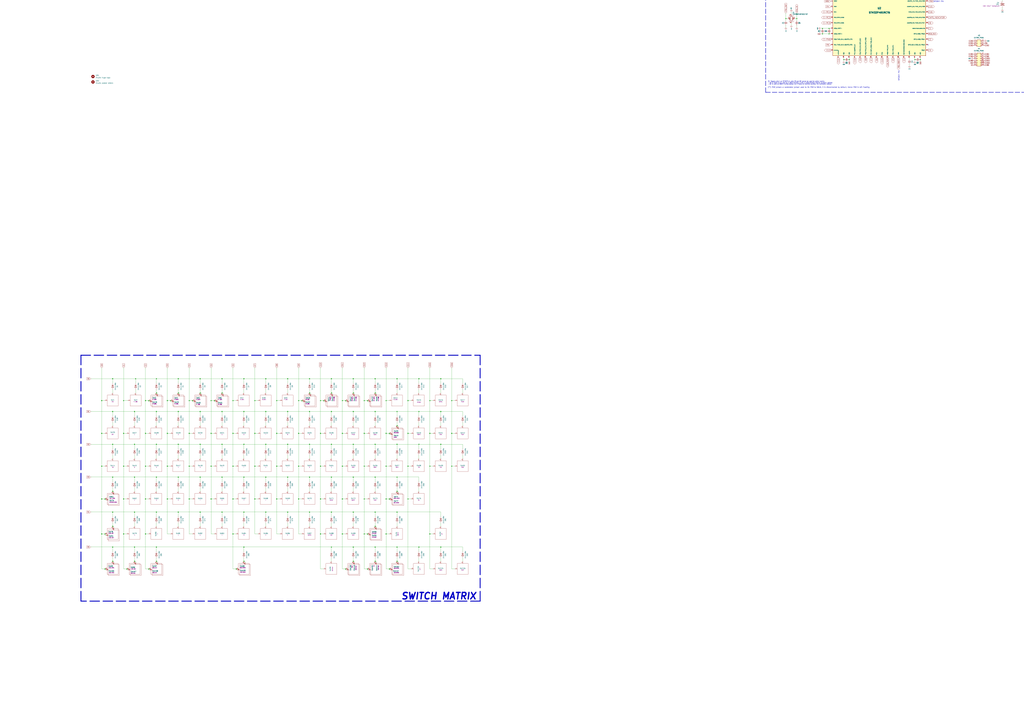
<source format=kicad_sch>
(kicad_sch (version 20211123) (generator eeschema)
  (paper "A0")
  (title_block (title "Noxary X60") (date "2021-08-26") (rev "v1.0.2") (company "Designed by Gondolindrim"))
  (junction (at 426.72 620.395) (diameter 0.9144))
  (junction (at 181.61 478.155) (diameter 1.016))
  (junction (at 143.51 503.555) (diameter 1.016))
  (junction (at 283.21 594.995) (diameter 1.016))
  (junction (at 461.01 652.145) (diameter 0.9144))
  (junction (at 524.51 541.655))
  (junction (at 461.01 635.635) (diameter 1.016))
  (junction (at 321.31 465.455) (diameter 0.9144))
  (junction (at 473.71 541.655) (diameter 1.016))
  (junction (at 448.31 620.395) (diameter 1.016))
  (junction (at 397.51 465.455) (diameter 0.9144))
  (junction (at 499.11 620.395) (diameter 1.016))
  (junction (at 121.92 661.035) (diameter 0.9144))
  (junction (at 194.31 541.655) (diameter 1.016))
  (junction (at 334.01 594.995) (diameter 1.016))
  (junction (at 143.51 465.455) (diameter 0.9144))
  (junction (at 168.91 541.655) (diameter 1.016))
  (junction (at 426.72 661.035))
  (junction (at 401.32 465.455) (diameter 0.9144))
  (junction (at 168.91 503.555) (diameter 1.016))
  (junction (at 384.81 516.255) (diameter 1.016))
  (junction (at 473.71 503.555) (diameter 1.016))
  (junction (at 207.01 440.055) (diameter 1.016))
  (junction (at 372.11 541.655) (diameter 1.016))
  (junction (at 1079.5 -36.83))
  (junction (at 372.11 620.395) (diameter 1.016))
  (junction (at 426.72 465.455) (diameter 0.9144))
  (junction (at 172.72 661.035) (diameter 0.9144))
  (junction (at 912.495 21.59) (diameter 0.9144))
  (junction (at 245.11 465.455) (diameter 0.9144))
  (junction (at 384.81 456.565) (diameter 0.9144))
  (junction (at 452.12 579.755) (diameter 0.9144))
  (junction (at 334.01 516.255) (diameter 1.016))
  (junction (at 435.61 554.355) (diameter 1.016))
  (junction (at 346.71 579.755) (diameter 1.016))
  (junction (at 207.01 456.565) (diameter 0.9144))
  (junction (at 219.71 465.455) (diameter 0.9144))
  (junction (at 308.61 594.995) (diameter 1.016))
  (junction (at 157.48 440.055) (diameter 0.9144))
  (junction (at 283.21 478.155) (diameter 1.016))
  (junction (at 283.21 554.355) (diameter 1.016))
  (junction (at 401.32 661.035) (diameter 0.9144))
  (junction (at 156.21 652.145) (diameter 0.9144))
  (junction (at 422.91 579.755) (diameter 0.9144))
  (junction (at 232.41 456.565) (diameter 0.9144))
  (junction (at 435.61 635.635) (diameter 1.016))
  (junction (at 194.31 465.455) (diameter 1.016))
  (junction (at 384.81 554.355) (diameter 1.016))
  (junction (at 372.11 465.455) (diameter 0.9144))
  (junction (at 410.21 635.635) (diameter 1.016))
  (junction (at 410.21 652.145) (diameter 0.9144))
  (junction (at 962.66 -36.83) (diameter 0.9144))
  (junction (at 372.11 579.755) (diameter 1.016))
  (junction (at 422.91 465.455) (diameter 0.9144))
  (junction (at 461.01 440.055) (diameter 1.016))
  (junction (at 410.21 456.565) (diameter 0.9144))
  (junction (at 973.455 -47.625) (diameter 0.9144))
  (junction (at 156.21 554.355) (diameter 1.016))
  (junction (at 198.12 465.455) (diameter 0.9144))
  (junction (at 803.275 -40.005) (diameter 0.9144))
  (junction (at 194.31 579.755) (diameter 1.016))
  (junction (at 461.01 478.155) (diameter 0.9144))
  (junction (at 511.81 516.255) (diameter 1.016))
  (junction (at 257.81 440.055) (diameter 1.016))
  (junction (at 207.01 594.995) (diameter 1.016))
  (junction (at 346.71 541.655) (diameter 1.016))
  (junction (at 1079.5 -30.48))
  (junction (at 511.81 478.155) (diameter 1.016))
  (junction (at 435.61 611.505) (diameter 0.9144))
  (junction (at 130.81 635.635) (diameter 1.016))
  (junction (at 181.61 635.635) (diameter 1.016))
  (junction (at 219.71 579.755) (diameter 1.016))
  (junction (at 461.01 516.255) (diameter 1.016))
  (junction (at 232.41 478.155) (diameter 1.016))
  (junction (at 435.61 516.255) (diameter 1.016))
  (junction (at 461.01 494.665) (diameter 0.9144))
  (junction (at 118.11 541.655) (diameter 1.016))
  (junction (at 130.81 652.145) (diameter 0.9144))
  (junction (at 118.11 503.555) (diameter 1.016))
  (junction (at 308.61 554.355) (diameter 1.016))
  (junction (at 232.41 554.355) (diameter 1.016))
  (junction (at 511.81 440.055) (diameter 1.016))
  (junction (at 979.805 69.215))
  (junction (at 283.21 635.635) (diameter 1.016))
  (junction (at 232.41 516.255) (diameter 1.016))
  (junction (at 359.41 516.255) (diameter 1.016))
  (junction (at 156.21 478.155) (diameter 1.016))
  (junction (at 257.81 456.565) (diameter 0.9144))
  (junction (at 486.41 440.055) (diameter 1.016))
  (junction (at 410.21 516.255) (diameter 1.016))
  (junction (at 181.61 652.145) (diameter 0.9144))
  (junction (at 295.91 579.755) (diameter 1.016))
  (junction (at 168.91 579.755) (diameter 1.016))
  (junction (at 130.81 611.505) (diameter 0.9144))
  (junction (at 156.21 635.635) (diameter 1.016))
  (junction (at 168.91 620.395) (diameter 1.016))
  (junction (at 143.51 541.655) (diameter 1.016))
  (junction (at 207.01 516.255) (diameter 1.016))
  (junction (at 962.66 33.02) (diameter 0.9144))
  (junction (at 486.41 635.635) (diameter 1.016))
  (junction (at 334.01 554.355) (diameter 1.016))
  (junction (at 232.41 440.055) (diameter 1.016))
  (junction (at 245.11 503.555) (diameter 1.016))
  (junction (at 223.52 465.455) (diameter 0.9144))
  (junction (at 181.61 554.355) (diameter 1.016))
  (junction (at 118.11 465.455) (diameter 1.016))
  (junction (at 219.71 541.655) (diameter 1.016))
  (junction (at 925.195 21.59) (diameter 0.9144))
  (junction (at 334.01 440.055) (diameter 1.016))
  (junction (at 452.12 503.555) (diameter 0.9144))
  (junction (at 283.21 440.055) (diameter 1.016))
  (junction (at 147.32 661.035) (diameter 0.9144))
  (junction (at 359.41 440.055) (diameter 1.016))
  (junction (at 384.81 635.635))
  (junction (at 245.11 579.755) (diameter 1.016))
  (junction (at 257.81 516.255) (diameter 1.016))
  (junction (at 422.91 503.555) (diameter 1.016))
  (junction (at 499.11 465.455) (diameter 0.9144))
  (junction (at 461.01 570.865) (diameter 0.9144))
  (junction (at 270.51 465.455) (diameter 0.9144))
  (junction (at 321.31 579.755) (diameter 1.016))
  (junction (at 308.61 478.155) (diameter 1.016))
  (junction (at 410.21 594.995) (diameter 1.016))
  (junction (at 486.41 516.255))
  (junction (at 130.81 594.995) (diameter 1.016))
  (junction (at 384.81 594.995) (diameter 1.016))
  (junction (at 181.61 594.995) (diameter 1.016))
  (junction (at 448.31 503.555) (diameter 1.016))
  (junction (at 130.81 554.355) (diameter 1.016))
  (junction (at 248.92 465.455) (diameter 0.9144))
  (junction (at 473.71 579.755) (diameter 0.9144))
  (junction (at 435.61 652.145))
  (junction (at 461.01 554.355) (diameter 0.9144))
  (junction (at 350.52 465.455) (diameter 0.9144))
  (junction (at 346.71 465.455) (diameter 0.9144))
  (junction (at 143.51 620.395) (diameter 1.016))
  (junction (at 448.31 541.655) (diameter 1.016))
  (junction (at 168.91 465.455) (diameter 1.016))
  (junction (at 270.51 541.655) (diameter 1.016))
  (junction (at 448.31 465.455) (diameter 0.9144))
  (junction (at 435.61 440.055) (diameter 1.016))
  (junction (at 1011.555 -47.625) (diameter 0.9144))
  (junction (at 452.12 661.035) (diameter 0.9144))
  (junction (at 359.41 478.155) (diameter 1.016))
  (junction (at 372.11 503.555) (diameter 1.016))
  (junction (at 130.81 570.865) (diameter 0.9144))
  (junction (at 359.41 554.355) (diameter 1.016))
  (junction (at 321.31 541.655) (diameter 1.016))
  (junction (at 295.91 541.655) (diameter 1.016))
  (junction (at 384.81 440.055) (diameter 1.016))
  (junction (at 245.11 541.655) (diameter 1.016))
  (junction (at 118.11 579.755) (diameter 1.016))
  (junction (at 448.31 579.755) (diameter 1.016))
  (junction (at 422.91 541.655) (diameter 0.9144))
  (junction (at 524.51 503.555) (diameter 1.016))
  (junction (at 295.91 503.555) (diameter 1.016))
  (junction (at 435.61 478.155) (diameter 1.016))
  (junction (at 257.81 554.355) (diameter 1.016))
  (junction (at 207.01 478.155) (diameter 1.016))
  (junction (at 156.21 594.995) (diameter 1.016))
  (junction (at 473.71 465.455) (diameter 1.016))
  (junction (at 130.81 478.155) (diameter 1.016))
  (junction (at 955.04 39.37) (diameter 0.9144))
  (junction (at 499.11 541.655))
  (junction (at 334.01 478.155) (diameter 1.016))
  (junction (at 270.51 579.755) (diameter 1.016))
  (junction (at 121.92 579.755) (diameter 0.9144))
  (junction (at 422.91 620.395))
  (junction (at 172.72 465.455))
  (junction (at 435.61 594.995) (diameter 1.016))
  (junction (at 979.805 -47.625) (diameter 0.9144))
  (junction (at 410.21 440.055) (diameter 1.016))
  (junction (at 232.41 594.995) (diameter 1.016))
  (junction (at 130.81 440.055) (diameter 1.016))
  (junction (at 321.31 503.555) (diameter 1.016))
  (junction (at 359.41 456.565) (diameter 0.9144))
  (junction (at 270.51 503.555) (diameter 1.016))
  (junction (at 1062.355 69.215))
  (junction (at 219.71 503.555) (diameter 1.016))
  (junction (at 181.61 440.055) (diameter 0.9144))
  (junction (at 181.61 456.565) (diameter 0.9144))
  (junction (at 308.61 516.255) (diameter 1.016))
  (junction (at 130.81 516.255) (diameter 1.016))
  (junction (at 283.21 516.255) (diameter 1.016))
  (junction (at 410.21 554.355) (diameter 1.016))
  (junction (at 986.155 69.215))
  (junction (at 274.32 661.035) (diameter 0.9144))
  (junction (at 397.51 541.655) (diameter 1.016))
  (junction (at 207.01 554.355) (diameter 1.016))
  (junction (at 257.81 594.995) (diameter 1.016))
  (junction (at 962.66 39.37) (diameter 0.9144))
  (junction (at 397.51 620.395) (diameter 1.016))
  (junction (at 283.21 652.145) (diameter 0.9144))
  (junction (at 121.92 620.395) (diameter 0.9144))
  (junction (at 181.61 516.255) (diameter 1.016))
  (junction (at 435.61 456.565) (diameter 0.9144))
  (junction (at 499.11 503.555) (diameter 1.016))
  (junction (at 1068.705 69.215))
  (junction (at 397.51 503.555) (diameter 1.016))
  (junction (at 511.81 635.635) (diameter 1.016))
  (junction (at 1005.205 -47.625) (diameter 0.9144))
  (junction (at 156.21 516.255) (diameter 1.016))
  (junction (at 1080.77 -17.78))
  (junction (at 955.04 33.02) (diameter 0.9144))
  (junction (at 143.51 579.755) (diameter 1.016))
  (junction (at 524.51 465.455) (diameter 0.9144))
  (junction (at 346.71 503.555) (diameter 1.016))
  (junction (at 118.11 620.395) (diameter 1.016))
  (junction (at 257.81 478.155) (diameter 1.016))
  (junction (at 375.92 465.455) (diameter 0.9144))
  (junction (at 359.41 594.995) (diameter 1.016))
  (junction (at 194.31 503.555) (diameter 1.016))
  (junction (at 384.81 478.155) (diameter 1.016))
  (junction (at 410.21 478.155) (diameter 1.016))
  (junction (at 270.51 620.395) (diameter 1.016))
  (junction (at 486.41 478.155))
  (junction (at 397.51 579.755) (diameter 1.016))
  (junction (at 295.91 465.455) (diameter 0.9144))
  (junction (at 461.01 594.995) (diameter 1.016))
  (junction (at 308.61 440.055) (diameter 1.016))
  (no_connect (at 1077.595 52.07))
  (wire (pts (xy 524.51 541.655) (xy 528.32 541.655)))
  (wire (pts (xy 207.01 554.355) (xy 181.61 554.355)))
  (wire (pts (xy 168.91 503.555) (xy 168.91 465.455)))
  (wire (pts (xy 295.91 465.455) (xy 295.91 503.555)))
  (wire (pts (xy 1102.995 -13.97) (xy 1106.17 -13.97)))
  (wire (pts (xy 321.31 465.455) (xy 325.12 465.455)))
  (wire (pts (xy 270.51 579.755) (xy 274.32 579.755)))
  (wire (pts (xy 295.91 541.655) (xy 295.91 503.555)))
  (wire (pts (xy 499.11 620.395) (xy 499.11 661.035)))
  (wire (pts (xy 511.81 635.635) (xy 537.21 635.635)))
  (wire (pts (xy 462.28 495.935) (xy 462.28 494.665)))
  (wire (pts (xy 359.41 478.155) (xy 334.01 478.155)))
  (wire (pts (xy 422.91 661.035) (xy 426.72 661.035)))
  (wire (pts (xy 962.66 33.655) (xy 962.66 33.02)))
  (wire (pts (xy 962.66 39.37) (xy 964.565 39.37)))
  (wire (pts (xy 1040.765 -123.19) (xy 1042.67 -123.19)))
  (wire (pts (xy 962.66 33.02) (xy 964.565 33.02)))
  (wire (pts (xy 448.31 620.395) (xy 448.31 661.035)))
  (wire (pts (xy 511.81 648.335) (xy 511.81 652.145)))
  (wire (pts (xy 157.48 440.055) (xy 157.48 445.135)))
  (wire (pts (xy 962.66 -38.735) (xy 962.66 -36.83)))
  (wire (pts (xy 384.81 607.695) (xy 384.81 611.505)))
  (wire (pts (xy 410.21 516.255) (xy 410.21 521.335)))
  (wire (pts (xy 334.01 452.755) (xy 334.01 456.565)))
  (wire (pts (xy 232.41 528.955) (xy 232.41 532.765)))
  (wire (pts (xy 422.91 465.455) (xy 426.72 465.455)))
  (wire (pts (xy 537.21 635.635) (xy 537.21 640.715)))
  (wire (pts (xy 257.81 607.695) (xy 257.81 611.505)))
  (wire (pts (xy 1016.635 -118.11) (xy 1016.635 -116.84)))
  (wire (pts (xy 308.61 607.695) (xy 308.61 611.505)))
  (wire (pts (xy 918.845 13.97) (xy 918.845 16.51)))
  (wire (pts (xy 295.91 579.755) (xy 295.91 541.655)))
  (wire (pts (xy 257.81 452.755) (xy 257.81 456.565)))
  (wire (pts (xy 372.11 541.655) (xy 372.11 503.555)))
  (wire (pts (xy 182.88 653.415) (xy 182.88 652.145)))
  (wire (pts (xy 147.32 662.305) (xy 147.32 661.035)))
  (wire (pts (xy 397.51 579.755) (xy 397.51 541.655)))
  (wire (pts (xy 1028.7 -128.27) (xy 1033.145 -128.27)))
  (wire (pts (xy 384.81 528.955) (xy 384.81 532.765)))
  (wire (pts (xy 308.61 440.055) (xy 283.21 440.055)))
  (wire (pts (xy 157.48 452.755) (xy 157.48 456.565)))
  (wire (pts (xy 172.72 466.725) (xy 172.72 465.455)))
  (wire (pts (xy 143.51 661.035) (xy 147.32 661.035)))
  (wire (pts (xy 172.72 662.305) (xy 172.72 661.035)))
  (wire (pts (xy 334.01 567.055) (xy 334.01 570.865)))
  (wire (pts (xy 486.41 567.055) (xy 486.41 570.865)))
  (wire (pts (xy 334.01 594.995) (xy 308.61 594.995)))
  (wire (pts (xy 435.61 648.335) (xy 435.61 652.145)))
  (wire (pts (xy 912.495 24.13) (xy 912.495 21.59)))
  (wire (pts (xy 803.275 -40.005) (xy 803.275 -38.1)))
  (wire (pts (xy 979.805 -50.8) (xy 979.805 -47.625)))
  (wire (pts (xy 372.11 465.455) (xy 372.11 503.555)))
  (wire (pts (xy 334.01 516.255) (xy 334.01 521.335)))
  (wire (pts (xy 274.32 662.305) (xy 274.32 661.035)))
  (wire (pts (xy 208.28 456.565) (xy 207.01 456.565)))
  (wire (pts (xy 123.19 662.305) (xy 121.92 662.305)))
  (wire (pts (xy 962.66 -36.83) (xy 964.565 -36.83)))
  (wire (pts (xy 410.21 652.145) (xy 411.48 652.145)))
  (wire (pts (xy 537.21 452.755) (xy 537.21 456.565)))
  (wire (pts (xy 511.81 490.855) (xy 511.81 494.665)))
  (wire (pts (xy 960.755 -36.83) (xy 962.66 -36.83)))
  (wire (pts (xy 953.77 -36.83) (xy 955.675 -36.83)))
  (wire (pts (xy 270.51 620.395) (xy 274.32 620.395)))
  (wire (pts (xy 121.92 620.395) (xy 121.92 622.3)))
  (wire (pts (xy 435.61 516.255) (xy 410.21 516.255)))
  (polyline (pts (xy 889 107.315) (xy 889 -70.485)) (stroke (width 0.508) (type dash)))
  (wire (pts (xy 461.01 440.055) (xy 461.01 445.135)))
  (wire (pts (xy 118.11 503.555) (xy 118.11 465.455)))
  (wire (pts (xy 181.61 594.995) (xy 181.61 600.075)))
  (wire (pts (xy 410.21 648.335) (xy 410.21 652.145)))
  (bus (pts (xy 889 -55.245) (xy 914.4 -55.245)) (stroke (width 0.508) (type dash)))
  (wire (pts (xy 143.51 541.655) (xy 147.32 541.655)))
  (wire (pts (xy 473.71 503.555) (xy 473.71 541.655)))
  (wire (pts (xy 308.61 594.995) (xy 308.61 600.075)))
  (wire (pts (xy 1009.65 -123.19) (xy 1011.555 -123.19)))
  (wire (pts (xy 435.61 440.055) (xy 435.61 445.135)))
  (wire (pts (xy 524.51 541.655) (xy 524.51 661.035)))
  (wire (pts (xy 461.01 554.355) (xy 461.01 559.435)))
  (wire (pts (xy 295.91 620.395) (xy 299.72 620.395)))
  (wire (pts (xy 295.91 579.755) (xy 299.72 579.755)))
  (wire (pts (xy 537.21 440.055) (xy 537.21 445.135)))
  (wire (pts (xy 511.81 607.695) (xy 511.81 611.505)))
  (wire (pts (xy 410.21 554.355) (xy 435.61 554.355)))
  (wire (pts (xy 435.61 594.995) (xy 410.21 594.995)))
  (wire (pts (xy 148.59 662.305) (xy 147.32 662.305)))
  (wire (pts (xy 973.455 -50.8) (xy 973.455 -47.625)))
  (wire (pts (xy 219.71 579.755) (xy 219.71 541.655)))
  (wire (pts (xy 359.41 516.255) (xy 359.41 521.335)))
  (wire (pts (xy 308.61 490.855) (xy 308.61 494.665)))
  (wire (pts (xy 462.28 653.415) (xy 462.28 652.145)))
  (wire (pts (xy 219.71 579.755) (xy 219.71 620.395)))
  (wire (pts (xy 384.81 440.055) (xy 359.41 440.055)))
  (wire (pts (xy 973.455 -47.625) (xy 974.09 -47.625)))
  (wire (pts (xy 986.155 69.215) (xy 985.52 69.215)))
  (wire (pts (xy 1007.745 -53.975) (xy 1007.745 -55.88)))
  (wire (pts (xy 334.01 528.955) (xy 334.01 532.765)))
  (wire (pts (xy 105.41 440.055) (xy 130.81 440.055)))
  (wire (pts (xy 194.31 579.755) (xy 198.12 579.755)))
  (wire (pts (xy 257.81 490.855) (xy 257.81 494.665)))
  (wire (pts (xy 233.68 457.835) (xy 233.68 456.565)))
  (wire (pts (xy 283.21 635.635) (xy 283.21 640.715)))
  (wire (pts (xy 359.41 440.055) (xy 359.41 445.135)))
  (wire (pts (xy 270.51 541.655) (xy 270.51 503.555)))
  (wire (pts (xy 402.59 466.725) (xy 401.32 466.725)))
  (wire (pts (xy 232.41 607.695) (xy 232.41 611.505)))
  (wire (pts (xy 105.41 516.255) (xy 130.81 516.255)))
  (wire (pts (xy 181.61 440.055) (xy 181.61 445.135)))
  (wire (pts (xy 473.71 661.035) (xy 477.52 661.035)))
  (wire (pts (xy 511.81 528.955) (xy 511.81 532.765)))
  (wire (pts (xy 452.12 581.025) (xy 452.12 579.755)))
  (wire (pts (xy 118.11 579.755) (xy 121.92 579.755)))
  (wire (pts (xy 486.41 452.755) (xy 486.41 456.565)))
  (wire (pts (xy 219.71 541.655) (xy 219.71 503.555)))
  (wire (pts (xy 1007.11 -128.27) (xy 1011.555 -128.27)))
  (wire (pts (xy 130.81 478.155) (xy 130.81 483.235)))
  (wire (pts (xy 194.31 579.755) (xy 194.31 541.655)))
  (wire (pts (xy 448.31 503.555) (xy 452.12 503.555)))
  (wire (pts (xy 499.11 661.035) (xy 502.92 661.035)))
  (wire (pts (xy 524.51 465.455) (xy 528.32 465.455)))
  (wire (pts (xy 410.21 440.055) (xy 410.21 445.135)))
  (wire (pts (xy 283.21 554.355) (xy 257.81 554.355)))
  (wire (pts (xy 245.11 579.755) (xy 248.92 579.755)))
  (wire (pts (xy 308.61 452.755) (xy 308.61 456.565)))
  (wire (pts (xy 207.01 567.055) (xy 207.01 570.865)))
  (wire (pts (xy 334.01 478.155) (xy 308.61 478.155)))
  (wire (pts (xy 283.21 440.055) (xy 283.21 445.135)))
  (wire (pts (xy 118.11 620.395) (xy 118.11 661.035)))
  (wire (pts (xy 168.91 661.035) (xy 172.72 661.035)))
  (wire (pts (xy 473.71 465.455) (xy 477.52 465.455)))
  (wire (pts (xy 334.01 594.995) (xy 334.01 600.075)))
  (wire (pts (xy 118.11 541.655) (xy 121.92 541.655)))
  (wire (pts (xy 808.99 -40.005) (xy 809.625 -40.005)))
  (wire (pts (xy 963.295 -11.43) (xy 964.565 -11.43)))
  (wire (pts (xy 284.48 652.145) (xy 284.48 653.415)))
  (wire (pts (xy 1005.205 -53.975) (xy 1005.205 -47.625)))
  (wire (pts (xy 422.91 579.755) (xy 426.72 579.755)))
  (wire (pts (xy 275.59 662.305) (xy 274.32 662.305)))
  (wire (pts (xy 346.71 465.455) (xy 350.52 465.455)))
  (wire (pts (xy 270.51 541.655) (xy 274.32 541.655)))
  (wire (pts (xy 1106.17 -11.43) (xy 1106.17 -9.525)))
  (wire (pts (xy 1014.095 -53.975) (xy 1014.095 -55.88)))
  (wire (pts (xy 207.01 478.155) (xy 181.61 478.155)))
  (wire (pts (xy 283.21 528.955) (xy 283.21 532.765)))
  (wire (pts (xy 979.805 -47.625) (xy 979.805 -45.72)))
  (wire (pts (xy 384.81 648.335) (xy 384.81 652.145)))
  (wire (pts (xy 334.01 607.695) (xy 334.01 611.505)))
  (wire (pts (xy 453.39 662.305) (xy 452.12 662.305)))
  (wire (pts (xy 130.81 554.355) (xy 156.21 554.355)))
  (wire (pts (xy 143.51 465.455) (xy 143.51 503.555)))
  (wire (pts (xy 473.71 465.455) (xy 473.71 503.555)))
  (wire (pts (xy 168.91 620.395) (xy 172.72 620.395)))
  (wire (pts (xy 499.11 620.395) (xy 502.92 620.395)))
  (wire (pts (xy 435.61 516.255) (xy 435.61 521.335)))
  (wire (pts (xy 321.31 579.755) (xy 325.12 579.755)))
  (wire (pts (xy 224.79 466.725) (xy 223.52 466.725)))
  (wire (pts (xy 1172.845 -31.115) (xy 1169.035 -31.115)))
  (wire (pts (xy 511.81 516.255) (xy 537.21 516.255)))
  (wire (pts (xy 448.31 661.035) (xy 452.12 661.035)))
  (wire (pts (xy 499.11 503.555) (xy 499.11 541.655)))
  (wire (pts (xy 372.11 620.395) (xy 372.11 661.035)))
  (wire (pts (xy 410.21 452.755) (xy 410.21 456.565)))
  (polyline (pts (xy 771.525 -57.785) (xy 835.025 -57.785)) (stroke (width 0.508) (type dash)))
  (wire (pts (xy 130.81 635.635) (xy 156.21 635.635)))
  (wire (pts (xy 1007.11 -125.73) (xy 1011.555 -125.73)))
  (wire (pts (xy 499.11 541.655) (xy 499.11 620.395)))
  (wire (pts (xy 1079.5 -36.83) (xy 1077.595 -36.83)))
  (wire (pts (xy 346.71 541.655) (xy 346.71 503.555)))
  (wire (pts (xy 168.91 620.395) (xy 168.91 661.035)))
  (wire (pts (xy 283.21 594.995) (xy 257.81 594.995)))
  (wire (pts (xy 461.01 440.055) (xy 486.41 440.055)))
  (wire (pts (xy 308.61 516.255) (xy 308.61 521.335)))
  (wire (pts (xy 461.01 635.635) (xy 461.01 640.715)))
  (wire (pts (xy 219.71 579.755) (xy 223.52 579.755)))
  (wire (pts (xy 283.21 635.635) (xy 384.81 635.635)))
  (wire (pts (xy 283.21 554.355) (xy 308.61 554.355)))
  (wire (pts (xy 537.21 478.155) (xy 537.21 483.235)))
  (wire (pts (xy 257.81 440.055) (xy 283.21 440.055)))
  (wire (pts (xy 334.01 440.055) (xy 359.41 440.055)))
  (wire (pts (xy 384.81 452.755) (xy 384.81 456.565)))
  (wire (pts (xy 194.31 465.455) (xy 194.31 503.555)))
  (wire (pts (xy 1062.99 69.215) (xy 1062.355 69.215)))
  (wire (pts (xy 257.81 554.355) (xy 232.41 554.355)))
  (wire (pts (xy 912.495 31.75) (xy 912.495 29.21)))
  (wire (pts (xy 511.81 635.635) (xy 511.81 640.715)))
  (wire (pts (xy 473.71 541.655) (xy 477.52 541.655)))
  (wire (pts (xy 130.81 567.055) (xy 130.81 570.865)))
  (wire (pts (xy 1005.205 -47.625) (xy 1007.745 -47.625)))
  (wire (pts (xy 448.31 541.655) (xy 448.31 503.555)))
  (wire (pts (xy 384.81 635.635) (xy 384.81 640.715)))
  (wire (pts (xy 803.275 -43.18) (xy 803.275 -40.005)))
  (polyline (pts (xy 1193.8 107.315) (xy 1193.8 -70.485)) (stroke (width 0.508) (type dash)))
  (wire (pts (xy 384.81 516.255) (xy 359.41 516.255)))
  (wire (pts (xy 232.41 440.055) (xy 232.41 445.135)))
  (wire (pts (xy 1079.5 -31.115) (xy 1079.5 -30.48)))
  (wire (pts (xy 105.41 594.995) (xy 130.81 594.995)))
  (wire (pts (xy 1014.095 -47.625) (xy 1014.095 -48.895)))
  (wire (pts (xy 130.81 490.855) (xy 130.81 494.665)))
  (wire (pts (xy 182.88 457.835) (xy 182.88 456.565)))
  (wire (pts (xy 132.08 572.135) (xy 132.08 570.865)))
  (wire (pts (xy 181.61 594.995) (xy 156.21 594.995)))
  (wire (pts (xy 427.99 621.665) (xy 426.72 621.665)))
  (wire (pts (xy 257.81 594.995) (xy 232.41 594.995)))
  (wire (pts (xy 257.81 478.155) (xy 232.41 478.155)))
  (wire (pts (xy 346.71 465.455) (xy 346.71 503.555)))
  (wire (pts (xy 346.71 620.395) (xy 350.52 620.395)))
  (wire (pts (xy 283.21 594.995) (xy 283.21 600.075)))
  (polyline (pts (xy 93.98 412.75) (xy 557.53 412.75)) (stroke (width 1.016) (type dash)))
  (wire (pts (xy 1056.005 74.295) (xy 1056.005 76.2)))
  (wire (pts (xy 1079.5 -36.83) (xy 1081.405 -36.83)))
  (wire (pts (xy 245.11 465.455) (xy 248.92 465.455)))
  (wire (pts (xy 1079.5 -30.48) (xy 1077.595 -30.48)))
  (wire (pts (xy 435.61 567.055) (xy 435.61 570.865)))
  (wire (pts (xy 181.61 554.355) (xy 156.21 554.355)))
  (wire (pts (xy 1172.845 -23.495) (xy 1169.035 -23.495)))
  (wire (pts (xy 422.91 579.755) (xy 422.91 541.655)))
  (wire (pts (xy 427.99 662.305) (xy 426.72 662.305)))
  (wire (pts (xy 499.11 541.655) (xy 502.92 541.655)))
  (wire (pts (xy 473.71 427.355) (xy 473.71 465.455)))
  (wire (pts (xy 232.41 440.055) (xy 257.81 440.055)))
  (wire (pts (xy 436.88 457.835) (xy 436.88 456.565)))
  (wire (pts (xy 402.59 662.305) (xy 401.32 662.305)))
  (wire (pts (xy 1080.77 -17.78) (xy 1087.755 -17.78)))
  (wire (pts (xy 537.21 648.335) (xy 537.21 652.145)))
  (wire (pts (xy 452.12 504.825) (xy 452.12 503.555)))
  (wire (pts (xy 257.81 528.955) (xy 257.81 532.765)))
  (wire (pts (xy 168.91 427.355) (xy 168.91 465.455)))
  (wire (pts (xy 386.08 457.835) (xy 386.08 456.565)))
  (wire (pts (xy 461.01 516.255) (xy 461.01 521.335)))
  (wire (pts (xy 248.92 466.725) (xy 248.92 465.455)))
  (wire (pts (xy 257.81 594.995) (xy 257.81 600.075)))
  (wire (pts (xy 410.21 607.695) (xy 410.21 611.505)))
  (wire (pts (xy 962.66 39.37) (xy 955.04 39.37)))
  (wire (pts (xy 130.81 635.635) (xy 130.81 640.715)))
  (wire (pts (xy 143.51 503.555) (xy 147.32 503.555)))
  (wire (pts (xy 194.31 620.395) (xy 198.12 620.395)))
  (wire (pts (xy 986.155 69.215) (xy 986.155 67.31)))
  (wire (pts (xy 1068.705 69.215) (xy 1068.705 71.12)))
  (wire (pts (xy 511.81 478.155) (xy 486.41 478.155)))
  (wire (pts (xy 346.71 620.395) (xy 346.71 579.755)))
  (wire (pts (xy 334.01 478.155) (xy 334.01 483.235)))
  (wire (pts (xy 232.41 440.055) (xy 207.01 440.055)))
  (wire (pts (xy 156.21 648.335) (xy 156.21 652.145)))
  (wire (pts (xy 410.21 478.155) (xy 410.21 483.235)))
  (wire (pts (xy 997.585 -128.27) (xy 1002.03 -128.27)))
  (wire (pts (xy 435.61 528.955) (xy 435.61 532.765)))
  (wire (pts (xy 486.41 635.635) (xy 486.41 640.715)))
  (wire (pts (xy 979.805 69.215) (xy 979.805 71.12)))
  (wire (pts (xy 207.01 607.695) (xy 207.01 611.505)))
  (wire (pts (xy 791.21 -27.94) (xy 793.115 -27.94)))
  (wire (pts (xy 1087.12 -20.955) (xy 1089.025 -20.955)))
  (polyline (pts (xy 771.525 -66.04) (xy 835.025 -66.04)) (stroke (width 0.508) (type dash)))
  (wire (pts (xy 473.71 503.555) (xy 477.52 503.555)))
  (wire (pts (xy 401.32 662.305) (xy 401.32 661.035)))
  (wire (pts (xy 435.61 478.155) (xy 435.61 483.235)))
  (wire (pts (xy 270.51 465.455) (xy 274.32 465.455)))
  (wire (pts (xy 422.91 541.655) (xy 426.72 541.655)))
  (wire (pts (xy 461.01 594.995) (xy 461.01 600.075)))
  (wire (pts (xy 156.21 652.145) (xy 157.48 652.145)))
  (wire (pts (xy 156.21 594.995) (xy 156.21 600.075)))
  (wire (pts (xy 295.91 503.555) (xy 299.72 503.555)))
  (wire (pts (xy 121.92 581.025) (xy 121.92 579.755)))
  (wire (pts (xy 384.81 567.055) (xy 384.81 570.865)))
  (wire (pts (xy 436.88 653.415) (xy 436.88 652.145)))
  (wire (pts (xy 308.61 554.355) (xy 308.61 559.435)))
  (wire (pts (xy 448.31 465.455) (xy 452.12 465.455)))
  (wire (pts (xy 1080.77 -20.955) (xy 1080.77 -17.78)))
  (wire (pts (xy 232.41 478.155) (xy 232.41 483.235)))
  (wire (pts (xy 359.41 554.355) (xy 334.01 554.355)))
  (wire (pts (xy 283.21 490.855) (xy 283.21 494.665)))
  (wire (pts (xy 524.51 503.555) (xy 528.32 503.555)))
  (wire (pts (xy 182.88 456.565) (xy 181.61 456.565)))
  (wire (pts (xy 132.08 653.415) (xy 132.08 652.145)))
  (wire (pts (xy 121.92 662.305) (xy 121.92 661.035)))
  (wire (pts (xy 257.81 516.255) (xy 257.81 521.335)))
  (wire (pts (xy 410.21 594.995) (xy 410.21 600.075)))
  (wire (pts (xy 1038.225 -125.73) (xy 1042.67 -125.73)))
  (wire (pts (xy 486.41 516.255) (xy 486.41 521.335)))
  (wire (pts (xy 397.51 661.035) (xy 401.32 661.035)))
  (wire (pts (xy 372.11 620.395) (xy 375.92 620.395)))
  (wire (pts (xy 1007.745 -47.625) (xy 1007.745 -48.895)))
  (wire (pts (xy 979.17 -47.625) (xy 979.805 -47.625)))
  (wire (pts (xy 397.51 503.555) (xy 397.51 541.655)))
  (wire (pts (xy 181.61 648.335) (xy 181.61 652.145)))
  (wire (pts (xy 486.41 635.635) (xy 461.01 635.635)))
  (wire (pts (xy 397.51 579.755) (xy 401.32 579.755)))
  (wire (pts (xy 105.41 554.355) (xy 130.81 554.355)))
  (wire (pts (xy 791.21 -33.02) (xy 793.115 -33.02)))
  (wire (pts (xy 511.81 516.255) (xy 486.41 516.255)))
  (wire (pts (xy 462.28 570.865) (xy 461.01 570.865)))
  (wire (pts (xy 372.11 579.755) (xy 375.92 579.755)))
  (wire (pts (xy 283.21 648.335) (xy 283.21 652.145)))
  (wire (pts (xy 422.91 503.555) (xy 426.72 503.555)))
  (wire (pts (xy 410.21 528.955) (xy 410.21 532.765)))
  (wire (pts (xy 223.52 466.725) (xy 223.52 465.455)))
  (wire (pts (xy 973.455 -47.625) (xy 973.455 -45.72)))
  (wire (pts (xy 181.61 490.855) (xy 181.61 494.665)))
  (wire (pts (xy 219.71 541.655) (xy 223.52 541.655)))
  (wire (pts (xy 410.21 567.055) (xy 410.21 570.865)))
  (wire (pts (xy 384.81 478.155) (xy 359.41 478.155)))
  (wire (pts (xy 132.08 652.145) (xy 130.81 652.145)))
  (wire (pts (xy 346.71 503.555) (xy 350.52 503.555)))
  (wire (pts (xy 283.21 478.155) (xy 257.81 478.155)))
  (wire (pts (xy 194.31 579.755) (xy 194.31 620.395)))
  (wire (pts (xy 245.11 541.655) (xy 245.11 503.555)))
  (wire (pts (xy 448.31 465.455) (xy 448.31 503.555)))
  (wire (pts (xy 511.81 452.755) (xy 511.81 456.565)))
  (wire (pts (xy 121.92 622.3) (xy 123.19 622.3)))
  (wire (pts (xy 486.41 554.355) (xy 461.01 554.355)))
  (wire (pts (xy 283.21 567.055) (xy 283.21 570.865)))
  (wire (pts (xy 537.21 528.955) (xy 537.21 532.765)))
  (wire (pts (xy 384.81 478.155) (xy 410.21 478.155)))
  (wire (pts (xy 295.91 427.355) (xy 295.91 465.455)))
  (wire (pts (xy 486.41 490.855) (xy 486.41 494.665)))
  (wire (pts (xy 410.21 490.855) (xy 410.21 494.665)))
  (wire (pts (xy 486.41 478.155) (xy 486.41 483.235)))
  (wire (pts (xy 308.61 528.955) (xy 308.61 532.765)))
  (wire (pts (xy 359.41 516.255) (xy 334.01 516.255)))
  (wire (pts (xy 980.44 69.215) (xy 979.805 69.215)))
  (wire (pts (xy 461.01 594.995) (xy 511.81 594.995)))
  (wire (pts (xy 1068.705 69.215) (xy 1068.07 69.215)))
  (wire (pts (xy 207.01 516.255) (xy 207.01 521.335)))
  (wire (pts (xy 232.41 452.755) (xy 232.41 456.565)))
  (wire (pts (xy 232.41 516.255) (xy 207.01 516.255)))
  (wire (pts (xy 181.61 478.155) (xy 156.21 478.155)))
  (wire (pts (xy 410.21 554.355) (xy 410.21 559.435)))
  (wire (pts (xy 181.61 607.695) (xy 181.61 611.505)))
  (wire (pts (xy 130.81 607.695) (xy 130.81 611.505)))
  (wire (pts (xy 1077.595 -17.78) (xy 1080.77 -17.78)))
  (wire (pts (xy 257.81 554.355) (xy 257.81 559.435)))
  (wire (pts (xy 1040.765 -130.81) (xy 1042.67 -130.81)))
  (wire (pts (xy 321.31 541.655) (xy 325.12 541.655)))
  (wire (pts (xy 118.11 579.755) (xy 118.11 541.655)))
  (wire (pts (xy 219.71 620.395) (xy 223.52 620.395)))
  (wire (pts (xy 156.21 490.855) (xy 156.21 494.665)))
  (wire (pts (xy 250.19 466.725) (xy 248.92 466.725)))
  (wire (pts (xy 143.51 579.755) (xy 147.32 579.755)))
  (wire (pts (xy 462.28 652.145) (xy 461.01 652.145)))
  (wire (pts (xy 181.61 635.635) (xy 156.21 635.635)))
  (wire (pts (xy 219.71 465.455) (xy 219.71 503.555)))
  (wire (pts (xy 436.88 611.505) (xy 436.88 612.775)))
  (wire (pts (xy 435.61 478.155) (xy 461.01 478.155)))
  (wire (pts (xy 411.48 456.565) (xy 410.21 456.565)))
  (wire (pts (xy 334.01 516.255) (xy 308.61 516.255)))
  (wire (pts (xy 426.72 466.725) (xy 426.72 465.455)))
  (wire (pts (xy 499.11 503.555) (xy 502.92 503.555)))
  (wire (pts (xy 334.01 440.055) (xy 334.01 445.135)))
  (wire (pts (xy 245.11 503.555) (xy 248.92 503.555)))
  (wire (pts (xy 422.91 427.355) (xy 422.91 465.455)))
  (wire (pts (xy 199.39 466.725) (xy 198.12 466.725)))
  (wire (pts (xy 511.81 594.995) (xy 511.81 600.075)))
  (wire (pts (xy 232.41 554.355) (xy 207.01 554.355)))
  (wire (pts (xy 461.01 607.695) (xy 461.01 611.505)))
  (wire (pts (xy 461.01 528.955) (xy 461.01 532.765)))
  (wire (pts (xy 397.51 503.555) (xy 401.32 503.555)))
  (wire (pts (xy 173.99 662.305) (xy 172.72 662.305)))
  (wire (pts (xy 232.41 478.155) (xy 207.01 478.155)))
  (wire (pts (xy 156.21 528.955) (xy 156.21 532.765)))
  (wire (pts (xy 270.51 661.035) (xy 274.32 661.035)))
  (wire (pts (xy 130.81 452.755) (xy 130.81 456.565)))
  (wire (pts (xy 435.61 440.055) (xy 410.21 440.055)))
  (wire (pts (xy 350.52 466.725) (xy 350.52 465.455)))
  (wire (pts (xy 1163.955 -0.635) (xy 1163.955 1.27)))
  (wire (pts (xy 270.51 427.355) (xy 270.51 465.455)))
  (wire (pts (xy 207.01 516.255) (xy 181.61 516.255)))
  (wire (pts (xy 270.51 503.555) (xy 274.32 503.555)))
  (wire (pts (xy 384.81 490.855) (xy 384.81 494.665)))
  (wire (pts (xy 321.31 579.755) (xy 321.31 620.395)))
  (wire (pts (xy 803.275 -40.005) (xy 803.91 -40.005)))
  (wire (pts (xy 219.71 427.355) (xy 219.71 465.455)))
  (wire (pts (xy 448.31 427.355) (xy 448.31 465.455)))
  (wire (pts (xy 208.28 457.835) (xy 208.28 456.565)))
  (wire (pts (xy 245.11 620.395) (xy 248.92 620.395)))
  (wire (pts (xy 181.61 567.055) (xy 181.61 570.865)))
  (bus (pts (xy 914.4 -70.485) (xy 914.4 -55.245)) (stroke (width 0.508) (type dash)))
  (wire (pts (xy 257.81 567.055) (xy 257.81 570.865)))
  (wire (pts (xy 132.08 611.505) (xy 130.81 611.505)))
  (wire (pts (xy 168.91 541.655) (xy 168.91 503.555)))
  (wire (pts (xy 123.19 581.025) (xy 121.92 581.025)))
  (wire (pts (xy 1104.265 -16.51) (xy 1106.17 -16.51)))
  (wire (pts (xy 486.41 516.255) (xy 461.01 516.255)))
  (wire (pts (xy 1152.525 -31.115) (xy 1156.335 -31.115)))
  (wire (pts (xy 486.41 440.055) (xy 486.41 445.135)))
  (wire (pts (xy 321.31 427.355) (xy 321.31 465.455)))
  (wire (pts (xy 384.81 554.355) (xy 359.41 554.355)))
  (wire (pts (xy 397.51 465.455) (xy 397.51 503.555)))
  (wire (pts (xy 207.01 440.055) (xy 181.61 440.055)))
  (wire (pts (xy 384.81 594.995) (xy 359.41 594.995)))
  (wire (pts (xy 1079.5 -36.83) (xy 1079.5 -36.195)))
  (wire (pts (xy 245.11 541.655) (xy 248.92 541.655)))
  (wire (pts (xy 245.11 465.455) (xy 245.11 503.555)))
  (wire (pts (xy 397.51 620.395) (xy 401.32 620.395)))
  (wire (pts (xy 143.51 427.355) (xy 143.51 465.455)))
  (wire (pts (xy 207.01 490.855) (xy 207.01 494.665)))
  (wire (pts (xy 359.41 478.155) (xy 359.41 483.235)))
  (wire (pts (xy 359.41 490.855) (xy 359.41 494.665)))
  (wire (pts (xy 1079.5 -30.48) (xy 1081.405 -30.48)))
  (wire (pts (xy 511.81 440.055) (xy 537.21 440.055)))
  (wire (pts (xy 422.91 620.395) (xy 426.72 620.395)))
  (wire (pts (xy 334.01 554.355) (xy 308.61 554.355)))
  (wire (pts (xy 130.81 440.055) (xy 130.81 445.135)))
  (wire (pts (xy 232.41 567.055) (xy 232.41 570.865)))
  (wire (pts (xy 156.21 516.255) (xy 156.21 521.335)))
  (wire (pts (xy 411.48 653.415) (xy 411.48 652.145)))
  (wire (pts (xy 232.41 554.355) (xy 232.41 559.435)))
  (wire (pts (xy 359.41 594.995) (xy 359.41 600.075)))
  (wire (pts (xy 334.01 490.855) (xy 334.01 494.665)))
  (wire (pts (xy 105.41 635.635) (xy 130.81 635.635)))
  (wire (pts (xy 461.01 594.995) (xy 435.61 594.995)))
  (wire (pts (xy 173.99 466.725) (xy 172.72 466.725)))
  (wire (pts (xy 259.08 456.565) (xy 257.81 456.565)))
  (wire (pts (xy 245.11 579.755) (xy 245.11 541.655)))
  (wire (pts (xy 426.72 620.395) (xy 426.72 621.665)))
  (wire (pts (xy 283.21 452.755) (xy 283.21 456.565)))
  (wire (pts (xy 351.79 466.725) (xy 350.52 466.725)))
  (wire (pts (xy 207.01 478.155) (xy 207.01 483.235)))
  (polyline (pts (xy 835.025 -8.89) (xy 771.525 -8.89)) (stroke (width 0.508) (type dash)))
  (wire (pts (xy 422.91 465.455) (xy 422.91 503.555)))
  (wire (pts (xy 375.92 466.725) (xy 375.92 465.455)))
  (wire (pts (xy 435.61 635.635) (xy 461.01 635.635)))
  (wire (pts (xy 448.31 541.655) (xy 448.31 579.755)))
  (wire (pts (xy 486.41 635.635) (xy 511.81 635.635)))
  (wire (pts (xy 283.21 652.145) (xy 284.48 652.145)))
  (wire (pts (xy 232.41 594.995) (xy 207.01 594.995)))
  (wire (pts (xy 511.81 440.055) (xy 511.81 445.135)))
  (wire (pts (xy 452.12 662.305) (xy 452.12 661.035)))
  (wire (pts (xy 499.11 427.355) (xy 499.11 465.455)))
  (polyline (pts (xy 557.53 412.75) (xy 557.53 698.5)) (stroke (width 1.016) (type dash)))
  (wire (pts (xy 143.51 620.395) (xy 143.51 661.035)))
  (wire (pts (xy 156.21 516.255) (xy 130.81 516.255)))
  (wire (pts (xy 1163.955 8.89) (xy 1163.955 10.795)))
  (wire (pts (xy 346.71 541.655) (xy 350.52 541.655)))
  (wire (pts (xy 524.51 427.355) (xy 524.51 465.455)))
  (wire (pts (xy 156.21 635.635) (xy 156.21 640.715)))
  (wire (pts (xy 156.21 594.995) (xy 130.81 594.995)))
  (wire (pts (xy 963.295 -5.08) (xy 964.565 -5.08)))
  (wire (pts (xy 462.28 572.135) (xy 462.28 570.865)))
  (wire (pts (xy 427.99 466.725) (xy 426.72 466.725)))
  (wire (pts (xy 1068.705 69.215) (xy 1068.705 67.31)))
  (wire (pts (xy 270.51 465.455) (xy 270.51 503.555)))
  (wire (pts (xy 384.81 594.995) (xy 384.81 600.075)))
  (wire (pts (xy 422.91 620.395) (xy 422.91 661.035)))
  (wire (pts (xy 499.11 465.455) (xy 502.92 465.455)))
  (wire (pts (xy 257.81 440.055) (xy 257.81 445.135)))
  (wire (pts (xy 283.21 554.355) (xy 283.21 559.435)))
  (wire (pts (xy 1056.005 67.31) (xy 1056.005 69.215)))
  (wire (pts (xy 233.68 456.565) (xy 232.41 456.565)))
  (wire (pts (xy 1062.355 69.215) (xy 1062.355 67.31)))
  (wire (pts (xy 118.11 427.355) (xy 118.11 465.455)))
  (wire (pts (xy 308.61 478.155) (xy 283.21 478.155)))
  (wire (pts (xy 194.31 541.655) (xy 194.31 503.555)))
  (wire (pts (xy 979.805 69.215) (xy 979.805 67.31)))
  (wire (pts (xy 372.11 661.035) (xy 375.92 661.035)))
  (wire (pts (xy 435.61 635.635) (xy 435.61 640.715)))
  (wire (pts (xy 118.11 503.555) (xy 121.92 503.555)))
  (wire (pts (xy 168.91 579.755) (xy 172.72 579.755)))
  (wire (pts (xy 219.71 465.455) (xy 223.52 465.455)))
  (wire (pts (xy 118.11 620.395) (xy 121.92 620.395)))
  (wire (pts (xy 181.61 554.355) (xy 181.61 559.435)))
  (wire (pts (xy 359.41 554.355) (xy 359.41 559.435)))
  (wire (pts (xy 410.21 554.355) (xy 384.81 554.355)))
  (wire (pts (xy 499.11 465.455) (xy 499.11 503.555)))
  (wire (pts (xy 359.41 528.955) (xy 359.41 532.765)))
  (wire (pts (xy 207.01 594.995) (xy 181.61 594.995)))
  (wire (pts (xy 270.51 620.395) (xy 270.51 579.755)))
  (wire (pts (xy 925.195 21.59) (xy 922.655 21.59)))
  (wire (pts (xy 198.12 465.455) (xy 194.31 465.455)))
  (wire (pts (xy 384.81 440.055) (xy 384.81 445.135)))
  (wire (pts (xy 359.41 594.995) (xy 334.01 594.995)))
  (wire (pts (xy 156.21 554.355) (xy 156.21 559.435)))
  (polyline (pts (xy 835.025 -66.04) (xy 835.025 -8.89)) (stroke (width 0.508) (type dash)))
  (wire (pts (xy 198.12 466.725) (xy 198.12 465.455)))
  (wire (pts (xy 410.21 635.635) (xy 410.21 640.715)))
  (wire (pts (xy 194.31 541.655) (xy 198.12 541.655)))
  (wire (pts (xy 295.91 541.655) (xy 299.72 541.655)))
  (wire (pts (xy 181.61 635.635) (xy 283.21 635.635)))
  (wire (pts (xy 461.01 478.155) (xy 486.41 478.155)))
  (wire (pts (xy 257.81 478.155) (xy 257.81 483.235)))
  (wire (pts (xy 372.11 465.455) (xy 375.92 465.455)))
  (wire (pts (xy 435.61 611.505) (xy 436.88 611.505)))
  (wire (pts (xy 130.81 528.955) (xy 130.81 532.765)))
  (wire (pts (xy 157.48 653.415) (xy 157.48 652.145)))
  (wire (pts (xy 435.61 490.855) (xy 435.61 494.665)))
  (wire (pts (xy 132.08 613.41) (xy 132.08 611.505)))
  (wire (pts (xy 182.88 652.145) (xy 181.61 652.145)))
  (wire (pts (xy 232.41 490.855) (xy 232.41 494.665)))
  (wire (pts (xy 308.61 594.995) (xy 283.21 594.995)))
  (wire (pts (xy 426.72 662.305) (xy 426.72 661.035)))
  (wire (pts (xy 105.41 478.155) (xy 130.81 478.155)))
  (wire (pts (xy 372.11 620.395) (xy 372.11 579.755)))
  (wire (pts (xy 524.51 661.035) (xy 528.32 661.035)))
  (wire (pts (xy 156.21 516.255) (xy 181.61 516.255)))
  (wire (pts (xy 473.71 541.655) (xy 473.71 579.755)))
  (wire (pts (xy 118.11 661.035) (xy 121.92 661.035)))
  (wire (pts (xy 308.61 478.155) (xy 308.61 483.235)))
  (wire (pts (xy 955.04 33.02) (xy 953.135 33.02)))
  (wire (pts (xy 1047.75 -118.11) (xy 1047.75 -116.84)))
  (wire (pts (xy 397.51 465.455) (xy 401.32 465.455)))
  (wire (pts (xy 168.91 465.455) (xy 172.72 465.455)))
  (wire (pts (xy 511.81 478.155) (xy 511.81 483.235)))
  (wire (pts (xy 118.11 541.655) (xy 118.11 503.555)))
  (wire (pts (xy 384.81 554.355) (xy 384.81 559.435)))
  (wire (pts (xy 283.21 607.695) (xy 283.21 611.505)))
  (wire (pts (xy 181.61 528.955) (xy 181.61 532.765)))
  (wire (pts (xy 308.61 440.055) (xy 334.01 440.055)))
  (wire (pts (xy 1062.355 69.215) (xy 1062.355 71.12)))
  (wire (pts (xy 346.71 427.355) (xy 346.71 465.455)))
  (wire (pts (xy 410.21 516.255) (xy 384.81 516.255)))
  (wire (pts (xy 955.04 39.37) (xy 955.04 38.735)))
  (wire (pts (xy 1009.65 -130.81) (xy 1011.555 -130.81)))
  (wire (pts (xy 1011.555 -47.625) (xy 1014.095 -47.625)))
  (wire (pts (xy 372.11 427.355) (xy 372.11 465.455)))
  (wire (pts (xy 245.11 427.355) (xy 245.11 465.455)))
  (wire (pts (xy 360.68 457.835) (xy 360.68 456.565)))
  (wire (pts (xy 384.81 635.635) (xy 410.21 635.635)))
  (wire (pts (xy 132.08 570.865) (xy 130.81 570.865)))
  (wire (pts (xy 283.21 516.255) (xy 257.81 516.255)))
  (polyline (pts (xy 93.98 412.75) (xy 93.98 698.5)) (stroke (width 1.016) (type dash)))
  (wire (pts (xy 232.41 594.995) (xy 232.41 600.075)))
  (wire (pts (xy 181.61 478.155) (xy 181.61 483.235)))
  (wire (pts (xy 346.71 579.755) (xy 350.52 579.755)))
  (wire (pts (xy 168.91 620.395) (xy 168.91 579.755)))
  (wire (pts (xy 321.31 541.655) (xy 321.31 579.755)))
  (wire (pts (xy 143.51 579.755) (xy 143.51 620.395)))
  (wire (pts (xy 346.71 579.755) (xy 346.71 541.655)))
  (polyline (pts (xy 557.53 698.5) (xy 93.98 698.5)) (stroke (width 1.016) (type dash)))
  (wire (pts (xy 397.51 620.395) (xy 397.51 661.035)))
  (wire (pts (xy 401.32 466.725) (xy 401.32 465.455)))
  (wire (pts (xy 295.91 465.455) (xy 299.72 465.455)))
  (wire (pts (xy 486.41 528.955) (xy 486.41 532.765)))
  (wire (pts (xy 453.39 581.025) (xy 452.12 581.025)))
  (wire (pts (xy 511.81 478.155) (xy 537.21 478.155)))
  (wire (pts (xy 207.01 528.955) (xy 207.01 532.765)))
  (wire (pts (xy 410.21 440.055) (xy 384.81 440.055)))
  (wire (pts (xy 537.21 516.255) (xy 537.21 521.335)))
  (wire (pts (xy 257.81 516.255) (xy 232.41 516.255)))
  (wire (pts (xy 384.81 516.255) (xy 384.81 521.335)))
  (wire (pts (xy 321.31 503.555) (xy 325.12 503.555)))
  (wire (pts (xy 435.61 594.995) (xy 435.61 600.075)))
  (wire (pts (xy 377.19 466.725) (xy 375.92 466.725)))
  (wire (pts (xy 486.41 554.355) (xy 486.41 559.435)))
  (wire (pts (xy 473.71 579.755) (xy 477.52 579.755)))
  (wire (pts (xy 461.01 478.155) (xy 461.01 483.235)))
  (wire (pts (xy 156.21 478.155) (xy 156.21 483.235)))
  (wire (pts (xy 461.01 567.055) (xy 461.01 570.865)))
  (wire (pts (xy 259.08 457.835) (xy 259.08 456.565)))
  (polyline (pts (xy 771.525 -66.04) (xy 771.525 -8.89)) (stroke (width 0.508) (type dash)))
  (wire (pts (xy 461.01 490.855) (xy 461.01 494.665)))
  (wire (pts (xy 245.11 579.755) (xy 245.11 620.395)))
  (wire (pts (xy 143.51 620.395) (xy 147.32 620.395)))
  (wire (pts (xy 435.61 635.635) (xy 410.21 635.635)))
  (wire (pts (xy 360.68 456.565) (xy 359.41 456.565)))
  (wire (pts (xy 918.845 29.21) (xy 918.845 26.67)))
  (wire (pts (xy 1011.555 -53.975) (xy 1011.555 -47.625)))
  (wire (pts (xy 986.155 69.215) (xy 986.155 71.12)))
  (wire (pts (xy 207.01 594.995) (xy 207.01 600.075)))
  (wire (pts (xy 397.51 541.655) (xy 401.32 541.655)))
  (wire (pts (xy 156.21 567.055) (xy 156.21 570.865)))
  (wire (pts (xy 448.31 579.755) (xy 452.12 579.755)))
  (wire (pts (xy 118.11 465.455) (xy 121.92 465.455)))
  (wire (pts (xy 384.81 478.155) (xy 384.81 483.235)))
  (wire (pts (xy 962.66 33.02) (xy 955.04 33.02)))
  (wire (pts (xy 435.61 554.355) (xy 461.01 554.355)))
  (wire (pts (xy 912.495 15.24) (xy 912.495 21.59)))
  (wire (pts (xy 156.21 478.155) (xy 130.81 478.155)))
  (wire (pts (xy 308.61 567.055) (xy 308.61 570.865)))
  (wire (pts (xy 130.81 516.255) (xy 130.81 521.335)))
  (wire (pts (xy 270.51 579.755) (xy 270.51 541.655)))
  (wire (pts (xy 372.11 579.755) (xy 372.11 541.655)))
  (wire (pts (xy 955.04 39.37) (xy 953.135 39.37)))
  (wire (pts (xy 511.81 516.255) (xy 511.81 521.335)))
  (wire (pts (xy 207.01 440.055) (xy 207.01 445.135)))
  (wire (pts (xy 461.01 516.255) (xy 435.61 516.255)))
  (wire (pts (xy 925.195 14.605) (xy 925.195 21.59)))
  (wire (pts (xy 955.04 33.655) (xy 955.04 33.02)))
  (wire (pts (xy 435.61 554.355) (xy 435.61 559.435)))
  (polyline (pts (xy 889 -70.485) (xy 1193.8 -70.485)) (stroke (width 0.508) (type dash)))
  (wire (pts (xy 397.51 620.395) (xy 397.51 579.755)))
  (wire (pts (xy 130.81 594.995) (xy 130.81 600.075)))
  (wire (pts (xy 295.91 579.755) (xy 295.91 620.395)))
  (wire (pts (xy 410.21 594.995) (xy 384.81 594.995)))
  (wire (pts (xy 461.01 440.055) (xy 435.61 440.055)))
  (wire (pts (xy 435.61 452.755) (xy 435.61 456.565)))
  (wire (pts (xy 925.195 31.75) (xy 925.195 29.21)))
  (wire (pts (xy 436.88 652.145) (xy 435.61 652.145)))
  (wire (pts (xy 283.21 478.155) (xy 283.21 483.235)))
  (wire (pts (xy 359.41 567.055) (xy 359.41 570.865)))
  (wire (pts (xy 462.28 494.665) (xy 461.01 494.665)))
  (wire (pts (xy 372.11 541.655) (xy 375.92 541.655)))
  (wire (pts (xy 143.51 541.655) (xy 143.51 503.555)))
  (wire (pts (xy 143.51 579.755) (xy 143.51 541.655)))
  (wire (pts (xy 1011.555 -47.625) (xy 1011.555 -45.72)))
  (wire (pts (xy 168.91 541.655) (xy 172.72 541.655)))
  (wire (pts (xy 270.51 620.395) (xy 270.51 661.035)))
  (wire (pts (xy 130.81 648.335) (xy 130.81 652.145)))
  (wire (pts (xy 511.81 440.055) (xy 486.41 440.055)))
  (wire (pts (xy 207.01 554.355) (xy 207.01 559.435)))
  (wire (pts (xy 321.31 620.395) (xy 325.12 620.395)))
  (wire (pts (xy 219.71 503.555) (xy 223.52 503.555)))
  (wire (pts (xy 453.39 504.825) (xy 452.12 504.825)))
  (wire (pts (xy 473.71 579.755) (xy 473.71 661.035)))
  (wire (pts (xy 130.81 554.355) (xy 130.81 559.435)))
  (wire (pts (xy 308.61 440.055) (xy 308.61 445.135)))
  (wire (pts (xy 448.31 541.655) (xy 452.12 541.655)))
  (wire (pts (xy 411.48 457.835) (xy 411.48 456.565)))
  (wire (pts (xy 461.01 648.335) (xy 461.01 652.145)))
  (wire (pts (xy 524.51 503.555) (xy 524.51 541.655)))
  (polyline (pts (xy 889 107.315) (xy 1193.8 107.315)) (stroke (width 0.508) (type dash)))
  (wire (pts (xy 448.31 620.395) (xy 452.12 620.395)))
  (wire (pts (xy 168.91 503.555) (xy 172.72 503.555)))
  (wire (pts (xy 461.01 452.755) (xy 461.01 456.565)))
  (wire (pts (xy 372.11 503.555) (xy 375.92 503.555)))
  (wire (pts (xy 537.21 490.855) (xy 537.21 494.665)))
  (wire (pts (xy 359.41 452.755) (xy 359.41 456.565)))
  (wire (pts (xy 168.91 579.755) (xy 168.91 541.655)))
  (wire (pts (xy 194.31 503.555) (xy 198.12 503.555)))
  (wire (pts (xy 181.61 452.755) (xy 181.61 456.565)))
  (wire (pts (xy 334.01 554.355) (xy 334.01 559.435)))
  (wire (pts (xy 386.08 456.565) (xy 384.81 456.565)))
  (wire (pts (xy 207.01 452.755) (xy 207.01 456.565)))
  (wire (pts (xy 1005.205 -47.625) (xy 1005.205 -45.72)))
  (wire (pts (xy 397.51 427.355) (xy 397.51 465.455)))
  (wire (pts (xy 436.88 456.565) (xy 435.61 456.565)))
  (wire (pts (xy 912.495 21.59) (xy 915.035 21.59)))
  (wire (pts (xy 232.41 516.255) (xy 232.41 521.335)))
  (wire (pts (xy 143.51 465.455) (xy 148.59 465.455)))
  (wire (pts (xy 321.31 541.655) (xy 321.31 503.555)))
  (wire (pts (xy 156.21 607.695) (xy 156.21 611.505)))
  (wire (pts (xy 1080.77 -20.955) (xy 1082.04 -20.955)))
  (wire (pts (xy 422.91 620.395) (xy 422.91 579.755)))
  (wire (pts (xy 1038.225 -128.27) (xy 1042.67 -128.27)))
  (wire (pts (xy 359.41 607.695) (xy 359.41 611.505)))
  (wire (pts (xy 157.48 440.055) (xy 181.61 440.055)))
  (wire (pts (xy 308.61 516.255) (xy 283.21 516.255)))
  (wire (pts (xy 118.11 620.395) (xy 118.11 579.755)))
  (wire (pts (xy 435.61 478.155) (xy 410.21 478.155)))
  (wire (pts (xy 321.31 465.455) (xy 321.31 503.555)))
  (wire (pts (xy 524.51 465.455) (xy 524.51 503.555)))
  (wire (pts (xy 130.81 440.055) (xy 157.48 440.055)))
  (wire (pts (xy 448.31 620.395) (xy 448.31 579.755)))
  (wire (pts (xy 925.195 24.13) (xy 925.195 21.59)))
  (wire (pts (xy 435.61 607.695) (xy 435.61 611.505)))
  (wire (pts (xy 997.585 -125.73) (xy 1002.03 -125.73)))
  (wire (pts (xy 181.61 635.635) (xy 181.61 640.715)))
  (wire (pts (xy 194.31 427.355) (xy 194.31 465.455)))
  (wire (pts (xy 486.41 648.335) (xy 486.41 652.145)))
  (wire (pts (xy 283.21 516.255) (xy 283.21 521.335)))
  (wire (pts (xy 181.61 516.255) (xy 181.61 521.335)))
  (wire (pts (xy 422.91 503.555) (xy 422.91 541.655)))
  (wire (pts (xy 1028.7 -125.73) (xy 1033.145 -125.73)))
  (wire (pts (xy 962.66 39.37) (xy 962.66 38.735)))
  (text "EEPROM" (at 794.385 -59.69 0) (effects (font (size 2.54 2.54) (thickness 0.508) bold) (justify left bottom)))
  (text "WARNING: be sure to select the JST needed with the isolating resistors!" (at 977.9 -143.51 0) (effects (font (size 2 2)) (justify left bottom)))
  (text "SPOOKY PIN" (at 1083.945 2.54 0) (effects (font (size 1.27 1.27)) (justify left bottom)))
  (text "(*) \"Spooky pins\": on STM32F4x1, pins A9 and B2 cannot be used for switch matrix:\n- A9 is meant to be used as a VBUS sensing. It has a undocumented internal pulldown resistor;\n- B2 is used as BOOT1 during bootup, so it needs an external pulldown for successful bootup\n" (at 891.54 98.425 0) (effects (font (size 1 1)) (justify left bottom)))
  (text "(**) PA9 jumper: a solderable jumper used to tie PA9 to VBUS. It is disconnected by default, hence PA9 is left floating" (at 891.54 102.235 0) (effects (font (size 1.27 1.27)) (justify left bottom)))
  (text "SWITCH MATRIX" (at 553.72 697.23 180) (effects (font (size 7.62 7.62) (thickness 1.524) bold italic) (justify right bottom)))
  (text "SPOOKY PIN" (at 1044.575 81.915 270) (effects (font (size 1.27 1.27)) (justify right bottom)))
  (text "MCU" (at 909.32 -57.785 180) (effects (font (size 5.08 5.08)) (justify right bottom)))
  (label "DR+" (at 1008.38 -125.73 0) (effects (font (size 0.762 0.762))))
  (label "DL-" (at 1039.495 -128.27 0) (effects (font (size 0.762 0.762))))
  (label "DR-" (at 1008.38 -128.27 0) (effects (font (size 0.762 0.762))))
  (label "DL+" (at 1039.495 -125.73 0) (effects (font (size 0.762 0.762))))
  (global_label "D-" (shape bidirectional) (at 997.585 -128.27 180) (effects (font (size 0.762 0.762))) (property "Intersheet References" "${INTERSHEET_REFS}" (effects hide)))
  (global_label "R0" (shape input) (at 105.41 440.055 180) (property "Intersheet References" "${INTERSHEET_REFS}" (effects hide)))
  (global_label "C1" (shape input) (at 143.51 427.355 90) (property "Intersheet References" "${INTERSHEET_REFS}" (effects hide)))
  (global_label "C13" (shape output) (at 1024.255 67.31 270) (effects (font (size 1.524 1.524))) (property "Intersheet References" "${INTERSHEET_REFS}" (effects hide)))
  (global_label "3V3" (shape input) (at 1143 50.165 0) (effects (font (size 0.762 0.762))) (property "Intersheet References" "${INTERSHEET_REFS}" (effects hide)))
  (global_label "5V" (shape input) (at 1040.765 -130.81 180) (effects (font (size 0.762 0.762))) (property "Intersheet References" "${INTERSHEET_REFS}" (effects hide)))
  (global_label "SWCLK" (shape input) (at 1169.035 -33.655 0) (effects (font (size 0.762 0.762))) (property "Intersheet References" "${INTERSHEET_REFS}" (effects hide)))
  (global_label "C13" (shape input) (at 448.31 427.355 90) (property "Intersheet References" "${INTERSHEET_REFS}" (effects hide)))
  (global_label "C6" (shape input) (at 270.51 427.355 90) (property "Intersheet References" "${INTERSHEET_REFS}" (effects hide)))
  (global_label "5V" (shape input) (at 1130.3 75.565 180) (effects (font (size 0.762 0.762))) (property "Intersheet References" "${INTERSHEET_REFS}" (effects hide)))
  (global_label "C9" (shape input) (at 346.71 427.355 90) (property "Intersheet References" "${INTERSHEET_REFS}" (effects hide)))
  (global_label "C10" (shape output) (at 992.505 67.31 270) (effects (font (size 1.524 1.524))) (property "Intersheet References" "${INTERSHEET_REFS}" (effects hide)))
  (global_label "R4" (shape input) (at 105.41 594.995 180) (property "Intersheet References" "${INTERSHEET_REFS}" (effects hide)))
  (global_label "PB2{slash}BOOT1" (shape output) (at 1043.305 67.31 270) (property "Intersheet References" "${INTERSHEET_REFS}" (effects hide)))
  (global_label "3V3" (shape input) (at 1104.265 -16.51 180) (effects (font (size 0.762 0.762))) (property "Intersheet References" "${INTERSHEET_REFS}" (effects hide)))
  (global_label "XTAL_IN" (shape input) (at 963.295 -11.43 180) (property "Intersheet References" "${INTERSHEET_REFS}" (effects hide)))
  (global_label "3V3" (shape input) (at 1068.705 71.12 270) (effects (font (size 0.762 0.762))) (property "Intersheet References" "${INTERSHEET_REFS}" (effects hide)))
  (global_label "R2" (shape input) (at 105.41 516.255 180) (property "Intersheet References" "${INTERSHEET_REFS}" (effects hide)))
  (global_label "C12" (shape output) (at 964.565 58.42 180) (effects (font (size 1.524 1.524))) (property "Intersheet References" "${INTERSHEET_REFS}" (effects hide)))
  (global_label "E-PA0" (shape input) (at 1130.3 47.625 180) (effects (font (size 0.762 0.762))) (property "Intersheet References" "${INTERSHEET_REFS}" (effects hide)))
  (global_label "D+" (shape bidirectional) (at 997.585 -125.73 180) (effects (font (size 0.762 0.762))) (property "Intersheet References" "${INTERSHEET_REFS}" (effects hide)))
  (global_label "CAPS_INDICATOR" (shape output) (at 1077.595 20.32 0) (effects (font (size 1.524 1.524))) (property "Intersheet References" "${INTERSHEET_REFS}" (effects hide)))
  (global_label "3V3" (shape input) (at 1156.335 -26.035 180) (effects (font (size 0.762 0.762))) (property "Intersheet References" "${INTERSHEET_REFS}" (effects hide)))
  (global_label "R1" (shape input) (at 1043.305 -45.72 90) (effects (font (size 1.524 1.524))) (property "Intersheet References" "${INTERSHEET_REFS}" (effects hide)))
  (global_label "C11" (shape output) (at 973.455 67.31 270) (effects (font (size 1.524 1.524))) (property "Intersheet References" "${INTERSHEET_REFS}" (effects hide)))
  (global_label "PB2{slash}BOOT1" (shape input) (at 1169.035 -28.575 0) (effects (font (size 0.762 0.762))) (property "Intersheet References" "${INTERSHEET_REFS}" (effects hide)))
  (global_label "3V3" (shape input) (at 1169.035 -26.035 0) (effects (font (size 0.762 0.762))) (property "Intersheet References" "${INTERSHEET_REFS}" (effects hide)))
  (global_label "C6" (shape output) (at 1017.905 67.31 270) (effects (font (size 1.524 1.524))) (property "Intersheet References" "${INTERSHEET_REFS}" (effects hide)))
  (global_label "PA9" (shape output) (at 1102.995 -13.97 180) (effects (font (size 0.762 0.762))) (property "Intersheet References" "${INTERSHEET_REFS}" (effects hide)))
  (global_label "SDA" (shape bidirectional) (at 813.435 -33.02 0) (effects (font (size 0.762 0.762))) (property "Intersheet References" "${INTERSHEET_REFS}" (effects hide)))
  (global_label "R0" (shape input) (at 1049.655 -45.72 90) (effects (font (size 1.524 1.524))) (property "Intersheet References" "${INTERSHEET_REFS}" (effects hide)))
  (global_label "E-PC3" (shape output) (at 964.565 26.67 180) (effects (font (size 1.524 1.524))) (property "Intersheet References" "${INTERSHEET_REFS}" (effects hide)))
  (global_label "3V3" (shape input) (at 953.135 39.37 180) (effects (font (size 0.762 0.762))) (property "Intersheet References" "${INTERSHEET_REFS}" (effects hide)))
  (global_label "3V3" (shape input) (at 1130.3 73.025 180) (effects (font (size 0.762 0.762))) (property "Intersheet References" "${INTERSHEET_REFS}" (effects hide)))
  (global_label "E-PD2" (shape input) (at 1130.3 65.405 180) (effects (font (size 0.762 0.762))) (property "Intersheet References" "${INTERSHEET_REFS}" (effects hide)))
  (global_label "E-PC13" (shape input) (at 1143 67.945 0) (effects (font (size 0.762 0.762))) (property "Intersheet References" "${INTERSHEET_REFS}" (effects hide)))
  (global_label "3V3" (shape input) (at 1014.095 -55.88 90) (effects (font (size 0.762 0.762))) (property "Intersheet References" "${INTERSHEET_REFS}" (effects hide)))
  (global_label "R1" (shape input) (at 105.41 478.155 180) (property "Intersheet References" "${INTERSHEET_REFS}" (effects hide)))
  (global_label "E-PC2" (shape output) (at 964.565 20.32 180) (effects (font (size 1.524 1.524))) (property "Intersheet References" "${INTERSHEET_REFS}" (effects hide)))
  (global_label "XTAL_OUT" (shape output) (at 963.295 -5.08 180) (property "Intersheet References" "${INTERSHEET_REFS}" (effects hide)))
  (global_label "C1" (shape output) (at 1077.595 33.02 0) (effects (font (size 1.524 1.524))) (property "Intersheet References" "${INTERSHEET_REFS}" (effects hide)))
  (global_label "E-PB9" (shape input) (at 1143 75.565 0) (effects (font (size 0.762 0.762))) (property "Intersheet References" "${INTERSHEET_REFS}" (effects hide)))
  (global_label "E-PC3" (shape input) (at 1130.3 50.165 180) (effects (font (size 0.762 0.762))) (property "Intersheet References" "${INTERSHEET_REFS}" (effects hide)))
  (global_label "C5" (shape output) (at 1036.955 67.31 270) (effects (font (size 1.524 1.524))) (property "Intersheet References" "${INTERSHEET_REFS}" (effects hide)))
  (global_label "PA9" (shape input) (at 1077.595 1.27 0) (property "Intersheet References" "${INTERSHEET_REFS}" (effects hide)))
  (global_label "D+" (shape bidirectional) (at 1028.7 -125.73 180) (effects (font (size 0.762 0.762))) (property "Intersheet References" "${INTERSHEET_REFS}" (effects hide)))
  (global_label "C12" (shape input) (at 422.91 427.355 90) (property "Intersheet References" "${INTERSHEET_REFS}" (effects hide)))
  (global_label "D+" (shape bidirectional) (at 1087.755 -17.78 0) (property "Intersheet References" "${INTERSHEET_REFS}" (effects hide)))
  (global_label "E-PB8" (shape input) (at 1130.3 70.485 180) (effects (font (size 0.762 0.762))) (property "Intersheet References" "${INTERSHEET_REFS}" (effects hide)))
  (global_label "3V3" (shape input) (at 986.155 71.12 270) (effects (font (size 0.762 0.762))) (property "Intersheet References" "${INTERSHEET_REFS}" (effects hide)))
  (global_label "3V3" (shape input) (at 1163.955 -0.635 90) (property "Intersheet References" "${INTERSHEET_REFS}" (effects hide)))
  (global_label "E-PA0" (shape output) (at 964.565 45.72 180) (effects (font (size 1.524 1.524))) (property "Intersheet References" "${INTERSHEET_REFS}" (effects hide)))
  (global_label "E-PC2" (shape input) (at 1130.3 52.705 180) (effects (font (size 0.762 0.762))) (property "Intersheet References" "${INTERSHEET_REFS}" (effects hide)))
  (global_label "E-PC15" (shape input) (at 1143 73.025 0) (effects (font (size 0.762 0.762))) (property "Intersheet References" "${INTERSHEET_REFS}" (effects hide)))
  (global_label "SWDIO" (shape input) (at 1156.335 -33.655 180) (effects (font (size 0.762 0.762))) (property "Intersheet References" "${INTERSHEET_REFS}" (effects hide)))
  (global_label "R5" (shape input) (at 964.565 52.07 180) (effects (font (size 1.524 1.524))) (property "Intersheet References" "${INTERSHEET_REFS}" (effects hide)))
  (global_label "E-PB8" (shape output) (at 992.505 -45.72 90) (effects (font (size 1.524 1.524))) (property "Intersheet References" "${INTERSHEET_REFS}" (effects hide)))
  (global_label "C11" (shape input) (at 397.51 427.355 90) (property "Intersheet References" "${INTERSHEET_REFS}" (effects hide)))
  (global_label "R3" (shape input) (at 105.41 554.355 180) (property "Intersheet References" "${INTERSHEET_REFS}" (effects hide)))
  (global_label "C15" (shape input) (at 499.11 427.355 90) (property "Intersheet References" "${INTERSHEET_REFS}" (effects hide)))
  (global_label "BOOT0" (shape input) (at 998.855 -45.72 90) (property "Intersheet References" "${INTERSHEET_REFS}" (effects hide)))
  (global_label "C9" (shape output) (at 998.855 67.31 270) (effects (font (size 1.524 1.524))) (property "Intersheet References" "${INTERSHEET_REFS}" (effects hide)))
  (global_label "3V3" (shape input) (at 803.275 -43.18 90) (property "Intersheet References" "${INTERSHEET_REFS}" (effects hide)))
  (global_label "C0" (shape input) (at 118.11 427.355 90) (property "Intersheet References" "${INTERSHEET_REFS}" (effects hide)))
  (global_label "E-PC14" (shape output) (at 964.565 -24.13 180) (effects (font (size 1.524 1.524))) (property "Intersheet References" "${INTERSHEET_REFS}" (effects hide)))
  (global_label "E-PC1" (shape output) (at 964.565 13.97 180) (effects (font (size 1.524 1.524))) (property "Intersheet References" "${INTERSHEET_REFS}" (effects hide)))
  (global_label "3V3" (shape input) (at 1089.025 -20.955 0) (effects (font (size 0.762 0.762))) (property "Intersheet References" "${INTERSHEET_REFS}" (effects hide)))
  (global_label "C3" (shape output) (at 1077.595 58.42 0) (effects (font (size 1.524 1.524))) (property "Intersheet References" "${INTERSHEET_REFS}" (effects hide)))
  (global_label "C0" (shape output) (at 1077.595 26.67 0) (effects (font (size 1.524 1.524))) (property "Intersheet References" "${INTERSHEET_REFS}" (effects hide)))
  (global_label "R5" (shape input) (at 105.41 635.635 180) (property "Intersheet References" "${INTERSHEET_REFS}" (effects hide)))
  (global_label "C7" (shape input) (at 295.91 427.355 90) (property "Intersheet References" "${INTERSHEET_REFS}" (effects hide)))
  (global_label "C2" (shape output) (at 1077.595 45.72 0) (effects (font (size 1.524 1.524))) (property "Intersheet References" "${INTERSHEET_REFS}" (effects hide)))
  (global_label "3V3" (shape input) (at 1007.745 -55.88 90) (effects (font (size 0.762 0.762))) (property "Intersheet References" "${INTERSHEET_REFS}" (effects hide)))
  (global_label "E-PB4" (shape input) (at 1143 62.865 0) (effects (font (size 0.762 0.762))) (property "Intersheet References" "${INTERSHEET_REFS}" (effects hide)))
  (global_label "5V" (shape input) (at 1009.65 -130.81 180) (effects (font (size 0.762 0.762))) (property "Intersheet References" "${INTERSHEET_REFS}" (effects hide)))
  (global_label "C5" (shape input) (at 245.11 427.355 90) (property "Intersheet References" "${INTERSHEET_REFS}" (effects hide)))
  (global_label "SDA" (shape bidirectional) (at 1005.205 -53.975 90) (property "Intersheet References" "${INTERSHEET_REFS}" (effects hide)))
  (global_label "E-PB5" (shape input) (at 1143 65.405 0) (effects (font (size 0.762 0.762))) (property "Intersheet References" "${INTERSHEET_REFS}" (effects hide)))
  (global_label "C14" (shape output) (at 1077.595 -5.08 0) (effects (font (size 1.524 1.524))) (property "Intersheet References" "${INTERSHEET_REFS}" (effects hide)))
  (global_label "E-PB4" (shape output) (at 1024.255 -45.72 90) (effects (font (size 1.524 1.524))) (property "Intersheet References" "${INTERSHEET_REFS}" (effects hide)))
  (global_label "R2" (shape input) (at 1056.005 -45.72 90) (effects (font (size 1.524 1.524))) (property "Intersheet References" "${INTERSHEET_REFS}" (effects hide)))
  (global_label "C8" (shape input) (at 321.31 427.355 90) (property "Intersheet References" "${INTERSHEET_REFS}" (effects hide)))
  (global_label "C4" (shape input) (at 219.71 427.355 90) (property "Intersheet References" "${INTERSHEET_REFS}" (effects hide)))
  (global_label "3V3" (shape input) (at 1081.405 -36.83 0) (effects (font (size 0.762 0.762))) (property "Intersheet References" "${INTERSHEET_REFS}" (effects hide)))
  (global_label "E-PB9" (shape output) (at 986.155 -45.72 90) (effects (font (size 1.524 1.524))) (property "Intersheet References" "${INTERSHEET_REFS}" (effects hide)))
  (global_label "R4" (shape input) (at 964.565 7.62 180) (effects (font (size 1.524 1.524))) (property "Intersheet References" "${INTERSHEET_REFS}" (effects hide)))
  (global_label "SCL" (shape bidirectional) (at 1011.555 -53.975 90) (property "Intersheet References" "${INTERSHEET_REFS}" (effects hide)))
  (global_label "SCL" (shape bidirectional) (at 813.435 -30.48 0) (effects (font (size 0.762 0.762))) (property "Intersheet References" "${INTERSHEET_REFS}" (effects hide)))
  (global_label "NRST" (shape input) (at 964.565 1.27 180) (property "Intersheet References" "${INTERSHEET_REFS}" (effects hide)))
  (global_label "XTAL_IN" (shape output) (at 925.195 14.605 90) (property "Intersheet References" "${INTERSHEET_REFS}" (effects hide)))
  (global_label "E-PD2" (shape output) (at 1036.955 -45.72 90) (effects (font (size 1.524 1.524))) (property "Intersheet References" "${INTERSHEET_REFS}" (effects hide)))
  (global_label "E-PC14" (shape input) (at 1143 70.485 0) (effects (font (size 0.762 0.762))) (property "Intersheet References" "${INTERSHEET_REFS}" (effects hide)))
  (global_label "C16" (shape output) (at 1077.595 13.97 0) (effects (font (size 1.524 1.524))) (property "Intersheet References" "${INTERSHEET_REFS}" (effects hide)))
  (global_label "C3" (shape input) (at 194.31 427.355 90) (property "Intersheet References" "${INTERSHEET_REFS}" (effects hide)))
  (global_label "C14" (shape input) (at 473.71 427.355 90) (property "Intersheet References" "${INTERSHEET_REFS}" (effects hide)))
  (global_label "E-PC1" (shape input) (at 1143 52.705 0) (effects (font (size 0.762 0.762))) (property "Intersheet References" "${INTERSHEET_REFS}" (effects hide)))
  (global_label "3V3" (shape input) (at 962.66 -38.735 90) (effects (font (size 0.762 0.762))) (property "Intersheet References" "${INTERSHEET_REFS}" (effects hide)))
  (global_label "D-" (shape bidirectional) (at 1028.7 -128.27 180) (effects (font (size 0.762 0.762))) (property "Intersheet References" "${INTERSHEET_REFS}" (effects hide)))
  (global_label "R3" (shape input) (at 1062.355 -45.72 90) (effects (font (size 1.524 1.524))) (property "Intersheet References" "${INTERSHEET_REFS}" (effects hide)))
  (global_label "E-PB5" (shape output) (at 1017.905 -45.72 90) (effects (font (size 1.524 1.524))) (property "Intersheet References" "${INTERSHEET_REFS}" (effects hide)))
  (global_label "SWCLK" (shape bidirectional) (at 1068.705 -45.72 90) (property "Intersheet References" "${INTERSHEET_REFS}" (effects hide)))
  (global_label "C10" (shape input) (at 372.11 427.355 90) (property "Intersheet References" "${INTERSHEET_REFS}" (effects hide)))
  (global_label "E-PC15" (shape output) (at 964.565 -17.78 180) (effects (font (size 1.524 1.524))) (property "Intersheet References" "${INTERSHEET_REFS}" (effects hide)))
  (global_label "C15" (shape output) (at 1077.595 7.62 0) (effects (font (size 1.524 1.524))) (property "Intersheet References" "${INTERSHEET_REFS}" (effects hide)))
  (global_label "RGB_3V3" (shape output) (at 1077.595 39.37 0) (property "Intersheet References" "${INTERSHEET_REFS}" (effects hide)))
  (global_label "D-" (shape bidirectional) (at 1077.595 -11.43 0) (property "Intersheet References" "${INTERSHEET_REFS}" (effects hide)))
  (global_label "E-PB3" (shape output) (at 1030.605 -45.72 90) (effects (font (size 1.524 1.524))) (property "Intersheet References" "${INTERSHEET_REFS}" (effects hide)))
  (global_label "XTAL_OUT" (shape input) (at 912.495 15.24 90) (property "Intersheet References" "${INTERSHEET_REFS}" (effects hide)))
  (global_label "3V3" (shape input) (at 973.455 -50.8 90) (effects (font (size 0.762 0.762))) (property "Intersheet References" "${INTERSHEET_REFS}" (effects hide)))
  (global_label "E-PB3" (shape input) (at 1130.3 62.865 180) (effects (font (size 0.762 0.762))) (property "Intersheet References" "${INTERSHEET_REFS}" (effects hide)))
  (global_label "C2" (shape input) (at 168.91 427.355 90) (property "Intersheet References" "${INTERSHEET_REFS}" (effects hide)))
  (global_label "C4" (shape output) (at 1049.655 67.31 270) (effects (font (size 1.524 1.524))) (property "Intersheet References" "${INTERSHEET_REFS}" (effects hide)))
  (global_label "NRST" (shape input) (at 1156.335 -23.495 180) (effects (font (size 0.762 0.762))) (property "Intersheet References" "${INTERSHEET_REFS}" (effects hide)))
  (global_label "SWDIO" (shape bidirectional) (at 1077.595 -24.13 0) (property "Intersheet References" "${INTERSHEET_REFS}" (effects hide)))
  (global_label "E-PC13" (shape output) (at 964.565 -30.48 180) (effects (font (size 1.524 1.524))) (property "Intersheet References" "${INTERSHEET_REFS}" (effects hide)))
  (global_label "C16" (shape input) (at 524.51 427.355 90) (property "Intersheet References" "${INTERSHEET_REFS}" (effects hide)))
  (global_label "BOOT0" (shape input) (at 1156.335 -28.575 180) (effects (font (size 0.762 0.762))) (property "Intersheet References" "${INTERSHEET_REFS}" (effects hide)))
  (global_label "LED_PWM" (shape output) (at 1030.605 67.31 270) (property "Intersheet References" "${INTERSHEET_REFS}" (effects hide)))
  (global_label "C8" (shape output) (at 1005.205 67.31 270) (effects (font (size 1.524 1.524))) (property "Intersheet References" "${INTERSHEET_REFS}" (effects hide)))
  (global_label "C7" (shape output) (at 1011.555 67.31 270) (effects (font (size 1.524 1.524))) (property "Intersheet References" "${INTERSHEET_REFS}" (effects hide)))
  (symbol (lib_id "acheronSymbols:Mechanical_Switch") (at 308.61 620.395 0) (unit 1)
    (property "Reference" "SW85" (at 308.61 619.76 0))
    (property "Value" "MX Switch" (effects hide))
    (property "Footprint" "acheron_MX_SolderMask:MX100" (effects hide))
    (property "Keycode" "N" (at 308.61 621.665 0) (effects (font (size 0.762 0.762))))
    (property "Specification" "MX-style mechanical keyboard switch" (effects hide))
  )
  (symbol (lib_id "acheronSymbols:Mechanical_Switch") (at 486.41 579.755 90) (mirror x) (unit 1)
    (property "Reference" "SW75" (at 486.41 579.12 90))
    (property "Value" "MX Switch" (effects hide))
    (property "Footprint" "acheron_MX_SolderMask:MX100" (effects hide))
    (property "Keycode" "DEL" (at 486.41 581.025 90) (effects (font (size 0.762 0.762))))
    (property "Specification" "MX-style mechanical keyboard switch" (effects hide))
  )
  (symbol (lib_id "Device:D") (at 308.61 563.245 270) (unit 1)
    (property "Reference" "D59" (at 314.0902 563.245 0))
    (property "Value" "1N4148W" (at 311.7915 563.245 0))
    (property "Footprint" "acheron_Components:D_SOD-123" (effects hide))
    (property "Package" "SOD-123" (effects hide))
    (property "Specification" "Small-signal switching diodes" (effects hide))
    (property "Manufacturer" "Semtech" (effects hide))
    (property "Manufacturer Part Number" "1N4148W" (effects hide))
    (property "Vendor Part Number" "LCSC C81598" (effects hide))
  )
  (symbol (lib_id "power:GND") (at 1016.635 -116.84 0) (unit 1)
    (property "Reference" "#PWR03" (effects hide))
    (property "Value" "GND" (at 1016.635 -113.665 0) (effects (font (size 0.762 0.762))))
  )
  (symbol (lib_id "acheronSymbols:Mechanical_Switch") (at 410.21 579.755 0) (unit 1)
    (property "Reference" "SW72" (at 410.21 579.12 0))
    (property "Value" "MX Switch" (effects hide))
    (property "Footprint" "acheron_MX_SolderMask:MX100" (effects hide))
    (property "Keycode" "QUOTE" (at 410.21 581.025 0) (effects (font (size 0.762 0.762))))
    (property "Specification" "MX-style mechanical keyboard switch" (effects hide))
  )
  (symbol (lib_id "acheronSymbols:Mechanical_Switch") (at 435.61 503.555 0) (unit 1)
    (property "Reference" "SW38" (at 435.61 502.92 0))
    (property "Value" "MX Switch" (effects hide))
    (property "Footprint" "acheron_MX_SolderMask:MX100" (effects hide))
    (property "Keycode" "EQUAL" (at 435.61 504.825 0) (effects (font (size 0.762 0.762))))
    (property "Specification" "MX-style mechanical keyboard switch" (effects hide))
  )
  (symbol (lib_id "Device:D") (at 486.41 487.045 270) (unit 1)
    (property "Reference" "D32" (at 491.8902 487.045 0))
    (property "Value" "1N4148W" (at 489.5915 487.045 0))
    (property "Footprint" "acheron_Components:D_SOD-123" (effects hide))
    (property "Package" "SOD-123" (effects hide))
    (property "Specification" "Small-signal switching diodes" (effects hide))
    (property "Manufacturer" "Semtech" (effects hide))
    (property "Manufacturer Part Number" "1N4148W" (effects hide))
    (property "Vendor Part Number" "LCSC C81598" (effects hide))
  )
  (symbol (lib_id "Device:D") (at 537.21 487.045 270) (unit 1)
    (property "Reference" "D34" (at 542.6902 487.045 0))
    (property "Value" "1N4148W" (at 540.3915 487.045 0))
    (property "Footprint" "acheron_Components:D_SOD-123" (effects hide))
    (property "Package" "SOD-123" (effects hide))
    (property "Specification" "Small-signal switching diodes" (effects hide))
    (property "Manufacturer" "Semtech" (effects hide))
    (property "Manufacturer Part Number" "1N4148W" (effects hide))
    (property "Vendor Part Number" "LCSC C81598" (effects hide))
  )
  (symbol (lib_id "acheronSymbols:Mechanical_Switch") (at 511.81 541.655 0) (unit 1)
    (property "Reference" "SW59" (at 511.81 541.02 0))
    (property "Value" "MX Switch" (effects hide))
    (property "Footprint" "acheron_MX_SolderMask:MX100" (effects hide))
    (property "Keycode" "END" (at 511.81 542.925 0) (effects (font (size 0.762 0.762))))
    (property "Specification" "MX-style mechanical keyboard switch" (effects hide))
  )
  (symbol (lib_id "Device:D") (at 283.21 487.045 270) (unit 1)
    (property "Reference" "D24" (at 288.6902 487.045 0))
    (property "Value" "1N4148W" (at 286.3915 487.045 0))
    (property "Footprint" "acheron_Components:D_SOD-123" (effects hide))
    (property "Package" "SOD-123" (effects hide))
    (property "Specification" "Small-signal switching diodes" (effects hide))
    (property "Manufacturer" "Semtech" (effects hide))
    (property "Manufacturer Part Number" "1N4148W" (effects hide))
    (property "Vendor Part Number" "LCSC C81598" (effects hide))
  )
  (symbol (lib_id "acheronSymbols:Mechanical_Switch") (at 157.48 662.305 0) (unit 1)
    (property "Reference" "SW107" (at 151.765 664.21 0) (effects (justify left)))
    (property "Value" "MX Switch" (effects hide))
    (property "Footprint" "acheron_MX_SolderMask:MX100" (effects hide))
    (property "Keycode" "100 LGUI" (at 151.765 666.115 0) (effects (font (size 0.762 0.762)) (justify left)))
    (property "Specification" "MX-style mechanical keyboard switch" (effects hide))
  )
  (symbol (lib_id "acheronSymbols:Mechanical_Switch") (at 257.81 503.555 0) (unit 1)
    (property "Reference" "SW31" (at 257.81 502.92 0))
    (property "Value" "MX Switch" (effects hide))
    (property "Footprint" "acheron_MX_SolderMask:MX100" (effects hide))
    (property "Keycode" "5" (at 257.81 504.825 0) (effects (font (size 0.762 0.762))))
    (property "Specification" "MX-style mechanical keyboard switch" (effects hide))
  )
  (symbol (lib_id "Device:R_Small") (at 1004.57 -125.73 270) (unit 1)
    (property "Reference" "R3" (at 1004.57 -123.825 90) (effects (font (size 0.762 0.762))))
    (property "Value" "0R" (at 1004.57 -125.73 90) (effects (font (size 0.508 0.508))))
    (property "Footprint" "Resistor_SMD:R_0805_2012Metric" (effects hide))
    (property "Package" "R0805" (effects hide))
    (property "Manufacturer" "Uniroyal" (effects hide))
    (property "Manufacturer Part Number" "0805W8F0000T5E" (effects hide))
    (property "Specification" "±1% 1/16W Thick Film Resistors 50V 0402" (effects hide))
    (property "Vendor Part Number" "LCSC C17477" (effects hide))
  )
  (symbol (lib_id "acheronSymbols:Mechanical_Switch") (at 181.61 503.555 0) (unit 1)
    (property "Reference" "SW28" (at 181.61 502.92 0))
    (property "Value" "MX Switch" (effects hide))
    (property "Footprint" "acheron_MX_SolderMask:MX100" (effects hide))
    (property "Keycode" "2" (at 181.61 504.825 0) (effects (font (size 0.762 0.762))))
    (property "Specification" "MX-style mechanical keyboard switch" (effects hide))
  )
  (symbol (lib_id "Device:R_Small") (at 1035.685 -128.27 90) (unit 1)
    (property "Reference" "R2" (at 1035.685 -130.175 90) (effects (font (size 0.762 0.762))))
    (property "Value" "0R" (at 1035.685 -128.27 90) (effects (font (size 0.508 0.508))))
    (property "Footprint" "Resistor_SMD:R_0805_2012Metric" (effects hide))
    (property "Package" "R0805" (effects hide))
    (property "Manufacturer" "Uniroyal" (effects hide))
    (property "Manufacturer Part Number" "0805W8F0000T5E" (effects hide))
    (property "Specification" "±1% 1/16W Thick Film Resistors 50V 0402" (effects hide))
    (property "Vendor Part Number" "LCSC C17477" (effects hide))
  )
  (symbol (lib_id "acheronSymbols:Mechanical_Switch") (at 411.48 662.305 0) (unit 1)
    (property "Reference" "SW110" (at 411.48 662.94 90) (effects (justify left)))
    (property "Value" "MX Switch" (effects hide))
    (property "Footprint" "acheron_MX_SolderMask:MX150" (effects hide))
    (property "Keycode" "150 RALT" (at 413.385 659.765 90) (effects (font (size 0.762 0.762))))
    (property "Specification" "MX-style mechanical keyboard switch" (effects hide))
  )
  (symbol (lib_id "Device:D") (at 130.81 448.945 270) (unit 1)
    (property "Reference" "D1" (at 136.2902 448.945 0))
    (property "Value" "1N4148W" (at 133.9915 448.945 0))
    (property "Footprint" "acheron_Components:D_SOD-123" (effects hide))
    (property "Package" "SOD-123" (effects hide))
    (property "Specification" "Small-signal switching diodes" (effects hide))
    (property "Manufacturer" "Semtech" (effects hide))
    (property "Manufacturer Part Number" "1N4148W" (effects hide))
    (property "Vendor Part Number" "LCSC C81598" (effects hide))
  )
  (symbol (lib_id "acheronSymbols:Mechanical_Switch") (at 132.08 622.3 0) (unit 1)
    (property "Reference" "SW94" (at 126.365 622.935 0) (effects (justify left)))
    (property "Value" "MX Switch" (effects hide))
    (property "Footprint" "acheron_MX_SolderMask:MX125" (effects hide))
    (property "Keycode" "1.25 LSFT" (at 126.365 624.84 0) (effects (font (size 0.762 0.762)) (justify left)))
    (property "Specification" "MX-style mechanical keyboard switch" (effects hide))
  )
  (symbol (lib_id "acheronSymbols:Mechanical_Switch") (at 360.68 466.725 90) (mirror x) (unit 1)
    (property "Reference" "SW22" (at 360.045 467.36 90) (effects (justify left)))
    (property "Value" "MX Switch" (effects hide))
    (property "Footprint" "acheron_MX_SolderMask:MX100" (effects hide))
    (property "Keycode" "F9 (88)" (at 359.41 469.265 90) (effects (font (size 0.762 0.762)) (justify left)))
    (property "Specification" "MX-style mechanical keyboard switch" (effects hide))
  )
  (symbol (lib_id "Device:D") (at 207.01 487.045 270) (unit 1)
    (property "Reference" "D21" (at 212.4902 487.045 0))
    (property "Value" "1N4148W" (at 210.1915 487.045 0))
    (property "Footprint" "acheron_Components:D_SOD-123" (effects hide))
    (property "Package" "SOD-123" (effects hide))
    (property "Specification" "Small-signal switching diodes" (effects hide))
    (property "Manufacturer" "Semtech" (effects hide))
    (property "Manufacturer Part Number" "1N4148W" (effects hide))
    (property "Vendor Part Number" "LCSC C81598" (effects hide))
  )
  (symbol (lib_id "acheronSymbols:Mechanical_Switch") (at 486.41 465.455 90) (mirror x) (unit 1)
    (property "Reference" "SW15" (at 486.41 464.82 90))
    (property "Value" "MX Switch" (effects hide))
    (property "Footprint" "acheron_MX_SolderMask:MX100" (effects hide))
    (property "Keycode" "PRTSCR" (at 486.41 467.36 90) (effects (font (size 0.762 0.762))))
    (property "Specification" "MX-style mechanical keyboard switch" (effects hide))
  )
  (symbol (lib_id "acheronSymbols:Mechanical_Switch") (at 486.41 503.555 0) (unit 1)
    (property "Reference" "SW40" (at 486.41 502.92 0))
    (property "Value" "MX Switch" (effects hide))
    (property "Footprint" "acheron_MX_SolderMask:MX100" (effects hide))
    (property "Keycode" "RBSPC" (at 486.41 504.825 0) (effects (font (size 0.762 0.762))))
    (property "Specification" "MX-style mechanical keyboard switch" (effects hide))
  )
  (symbol (lib_id "acheronSymbols:Mechanical_Switch") (at 257.81 620.395 0) (unit 1)
    (property "Reference" "SW83" (at 257.81 619.76 0))
    (property "Value" "MX Switch" (effects hide))
    (property "Footprint" "acheron_MX_SolderMask:MX100" (effects hide))
    (property "Keycode" "V" (at 257.81 621.665 0) (effects (font (size 0.762 0.762))))
    (property "Specification" "MX-style mechanical keyboard switch" (effects hide))
  )
  (symbol (lib_id "acheronSymbols:Mechanical_Switch") (at 461.01 620.395 90) (mirror x) (unit 1)
    (property "Reference" "SW91" (at 460.375 620.395 0))
    (property "Value" "MX Switch" (effects hide))
    (property "Footprint" "acheron_MX_SolderMask:MX100" (effects hide))
    (property "Keycode" "100 FN" (at 462.28 620.395 0) (effects (font (size 0.762 0.762))))
    (property "Specification" "MX-style mechanical keyboard switch" (effects hide))
  )
  (symbol (lib_id "acheronSymbols:Mechanical_Switch") (at 461.01 503.555 0) (unit 1)
    (property "Reference" "SW39" (at 457.2 501.015 0) (effects (justify left)))
    (property "Value" "MX Switch" (effects hide))
    (property "Footprint" "acheron_MX_SolderMask:MX200" (effects hide))
    (property "Keycode" "200 BSPC" (at 457.2 502.92 0) (effects (font (size 0.762 0.762)) (justify left)))
    (property "Specification" "MX-style mechanical keyboard switch" (effects hide))
  )
  (symbol (lib_id "acheronSymbols:Mechanical_Switch") (at 308.61 465.455 0) (unit 1)
    (property "Reference" "SW8" (at 304.165 462.28 0) (effects (justify left)))
    (property "Value" "MX Switch" (effects hide))
    (property "Footprint" "acheron_MX_SolderMask:MX100" (effects hide))
    (property "Keycode" "F6 (87)" (at 304.165 464.185 0) (effects (font (size 0.762 0.762)) (justify left)))
    (property "Specification" "MX-style mechanical keyboard switch" (effects hide))
  )
  (symbol (lib_id "Device:D") (at 511.81 644.525 270) (unit 1)
    (property "Reference" "D91" (at 517.2902 644.525 0))
    (property "Value" "1N4148W" (at 514.9915 644.525 0))
    (property "Footprint" "acheron_Components:D_SOD-123" (effects hide))
    (property "Package" "SOD-123" (effects hide))
    (property "Specification" "Small-signal switching diodes" (effects hide))
    (property "Manufacturer" "Semtech" (effects hide))
    (property "Manufacturer Part Number" "1N4148W" (effects hide))
    (property "Vendor Part Number" "LCSC C81598" (effects hide))
  )
  (symbol (lib_id "acheronSymbols:Mechanical_Switch") (at 359.41 465.455 0) (unit 1)
    (property "Reference" "SW10" (at 354.965 462.28 0) (effects (justify left)))
    (property "Value" "MX Switch" (effects hide))
    (property "Footprint" "acheron_MX_SolderMask:MX100" (effects hide))
    (property "Keycode" "F8 (87)" (at 354.965 464.185 0) (effects (font (size 0.762 0.762)) (justify left)))
    (property "Specification" "MX-style mechanical keyboard switch" (effects hide))
  )
  (symbol (lib_id "Device:D") (at 384.81 563.245 270) (unit 1)
    (property "Reference" "D62" (at 390.2902 563.245 0))
    (property "Value" "1N4148W" (at 387.9915 563.245 0))
    (property "Footprint" "acheron_Components:D_SOD-123" (effects hide))
    (property "Package" "SOD-123" (effects hide))
    (property "Specification" "Small-signal switching diodes" (effects hide))
    (property "Manufacturer" "Semtech" (effects hide))
    (property "Manufacturer Part Number" "1N4148W" (effects hide))
    (property "Vendor Part Number" "LCSC C81598" (effects hide))
  )
  (symbol (lib_id "Device:D") (at 181.61 563.245 270) (unit 1)
    (property "Reference" "D54" (at 187.0902 563.245 0))
    (property "Value" "1N4148W" (at 184.7915 563.245 0))
    (property "Footprint" "acheron_Components:D_SOD-123" (effects hide))
    (property "Package" "SOD-123" (effects hide))
    (property "Specification" "Small-signal switching diodes" (effects hide))
    (property "Manufacturer" "Semtech" (effects hide))
    (property "Manufacturer Part Number" "1N4148W" (effects hide))
    (property "Vendor Part Number" "LCSC C81598" (effects hide))
  )
  (symbol (lib_id "acheronSymbols:Mechanical_Switch") (at 207.01 541.655 0) (unit 1)
    (property "Reference" "SW47" (at 207.01 541.02 0))
    (property "Value" "MX Switch" (effects hide))
    (property "Footprint" "acheron_MX_SolderMask:MX100" (effects hide))
    (property "Keycode" "E" (at 207.01 542.925 0) (effects (font (size 0.762 0.762))))
    (property "Specification" "MX-style mechanical keyboard switch" (effects hide))
  )
  (symbol (lib_id "acheronSymbols:Mechanical_Switch") (at 386.08 466.725 0) (unit 1)
    (property "Reference" "SW23" (at 386.08 466.09 90) (effects (justify left)))
    (property "Value" "MX Switch" (effects hide))
    (property "Footprint" "acheron_MX_SolderMask:MX100" (effects hide))
    (property "Keycode" "F10 (88)" (at 387.985 466.09 90) (effects (font (size 0.762 0.762)) (justify left)))
    (property "Specification" "MX-style mechanical keyboard switch" (effects hide))
  )
  (symbol (lib_id "acheronSymbols:Mechanical_Switch") (at 410.21 465.455 90) (mirror x) (unit 1)
    (property "Reference" "SW12" (at 407.035 461.01 0) (effects (justify left)))
    (property "Value" "MX Switch" (effects hide))
    (property "Footprint" "acheron_MX_SolderMask:MX100" (effects hide))
    (property "Keycode" "F10 (87)" (at 408.94 461.01 0) (effects (font (size 0.762 0.762)) (justify left)))
    (property "Specification" "MX-style mechanical keyboard switch" (effects hide))
  )
  (symbol (lib_id "power:GND") (at 1040.765 -123.19 0) (unit 1)
    (property "Reference" "#PWR02" (effects hide))
    (property "Value" "GND" (at 1040.765 -120.015 0) (effects (font (size 0.762 0.762))))
  )
  (symbol (lib_id "acheronSymbols:Mechanical_Switch") (at 411.48 466.725 0) (unit 1)
    (property "Reference" "SW24" (at 411.48 466.09 90) (effects (justify left)))
    (property "Value" "MX Switch" (effects hide))
    (property "Footprint" "acheron_MX_SolderMask:MX100" (effects hide))
    (property "Keycode" "F11 (88)" (at 413.385 466.09 90) (effects (font (size 0.762 0.762)) (justify left)))
    (property "Specification" "MX-style mechanical keyboard switch" (effects hide))
  )
  (symbol (lib_id "power:GND") (at 803.275 -22.86 0) (unit 1)
    (property "Reference" "#PWR016" (effects hide))
    (property "Value" "GND" (at 803.275 -19.05 0) (effects (font (size 0.762 0.762))))
  )
  (symbol (lib_id "Device:D") (at 283.21 525.145 270) (unit 1)
    (property "Reference" "D41" (at 288.6902 525.145 0))
    (property "Value" "1N4148W" (at 286.3915 525.145 0))
    (property "Footprint" "acheron_Components:D_SOD-123" (effects hide))
    (property "Package" "SOD-123" (effects hide))
    (property "Specification" "Small-signal switching diodes" (effects hide))
    (property "Manufacturer" "Semtech" (effects hide))
    (property "Manufacturer Part Number" "1N4148W" (effects hide))
    (property "Vendor Part Number" "LCSC C81598" (effects hide))
  )
  (symbol (lib_id "Connector_Generic:Conn_02x05_Odd_Even") (at 1161.415 -28.575 0) (unit 1) (in_bom no)
    (property "Reference" "X1" (at 1162.685 -39.37 0))
    (property "Value" "ARM JTAG" (at 1162.685 -36.83 0))
    (property "Footprint" "acheron_Connectors:PinHeader_2x5_P2.54mm_Vertical_Staggered" (effects hide))
    (property "Specification" "2.54mm pitch 2x4 through hole pin header, staggered" (effects hide))
  )
  (symbol (lib_id "Device:R_Small") (at 1084.58 -20.955 90) (unit 1)
    (property "Reference" "R7" (at 1084.58 -19.05 90) (effects (font (size 0.762 0.762))))
    (property "Value" "1.5k" (at 1084.58 -20.955 90) (effects (font (size 0.508 0.508))))
    (property "Footprint" "Resistor_SMD:R_0402_1005Metric" (effects hide))
    (property "Package" "R0402" (effects hide))
    (property "Manufacturer" "Uniroyal" (effects hide))
    (property "Manufacturer Part Number" "0402WGF1501TCE" (effects hide))
    (property "Specification" "±1% 1/16W Thick Film Resistors 50V 0402" (effects hide))
    (property "Vendor Part Number" "LCSC C25867" (effects hide))
  )
  (symbol (lib_id "acheronSymbols:Mechanical_Switch") (at 435.61 661.035 0) (unit 1)
    (property "Reference" "SW101" (at 432.435 662.94 90) (effects (justify left)))
    (property "Value" "MX Switch" (effects hide))
    (property "Footprint" "acheron_MX_SolderMask:MX125" (effects hide))
    (property "Keycode" "FN" (at 434.34 658.495 90) (effects (font (size 0.762 0.762)) (justify left)))
    (property "Specification" "MX-style mechanical keyboard switch" (effects hide))
  )
  (symbol (lib_id "Device:D") (at 257.81 448.945 270) (unit 1)
    (property "Reference" "D6" (at 263.2902 448.945 0))
    (property "Value" "1N4148W" (at 260.9915 448.945 0))
    (property "Footprint" "acheron_Components:D_SOD-123" (effects hide))
    (property "Package" "SOD-123" (effects hide))
    (property "Specification" "Small-signal switching diodes" (effects hide))
    (property "Manufacturer" "Semtech" (effects hide))
    (property "Manufacturer Part Number" "1N4148W" (effects hide))
    (property "Vendor Part Number" "LCSC C81598" (effects hide))
  )
  (symbol (lib_id "Device:D") (at 537.21 644.525 270) (unit 1)
    (property "Reference" "D92" (at 542.6902 644.525 0))
    (property "Value" "1N4148W" (at 540.3915 644.525 0))
    (property "Footprint" "acheron_Components:D_SOD-123" (effects hide))
    (property "Package" "SOD-123" (effects hide))
    (property "Specification" "Small-signal switching diodes" (effects hide))
    (property "Manufacturer" "Semtech" (effects hide))
    (property "Manufacturer Part Number" "1N4148W" (effects hide))
    (property "Vendor Part Number" "LCSC C81598" (effects hide))
  )
  (symbol (lib_id "acheronSymbols:Mechanical_Switch") (at 511.81 465.455 0) (unit 1)
    (property "Reference" "SW16" (at 511.81 464.82 0))
    (property "Value" "MX Switch" (effects hide))
    (property "Footprint" "acheron_MX_SolderMask:MX100" (effects hide))
    (property "Keycode" "SCROLL" (at 511.81 466.725 0) (effects (font (size 0.762 0.762))))
    (property "Specification" "MX-style mechanical keyboard switch" (effects hide))
  )
  (symbol (lib_id "acheronSymbols:Mechanical_Switch") (at 233.68 466.725 90) (mirror x) (unit 1)
    (property "Reference" "SW20" (at 233.045 467.995 90) (effects (justify left)))
    (property "Value" "MX Switch" (effects hide))
    (property "Footprint" "acheron_MX_SolderMask:MX100" (effects hide))
    (property "Keycode" "F4 (88)" (at 232.41 469.9 90) (effects (font (size 0.762 0.762)) (justify left)))
    (property "Specification" "MX-style mechanical keyboard switch" (effects hide))
  )
  (symbol (lib_id "power:GND") (at 791.21 -33.02 270) (unit 1)
    (property "Reference" "#PWR08" (effects hide))
    (property "Value" "GND" (at 786.765 -33.02 90) (effects (font (size 0.762 0.762))))
  )
  (symbol (lib_id "acheronSymbols:Mechanical_Switch") (at 283.21 579.755 0) (unit 1)
    (property "Reference" "SW67" (at 283.21 579.12 0))
    (property "Value" "MX Switch" (effects hide))
    (property "Footprint" "acheron_MX_SolderMask:MX100" (effects hide))
    (property "Keycode" "H" (at 283.21 581.025 0) (effects (font (size 0.762 0.762))))
    (property "Specification" "MX-style mechanical keyboard switch" (effects hide))
  )
  (symbol (lib_id "Connector_Generic_MountingPin:Conn_01x04_MountingPin") (at 1016.635 -128.27 0) (unit 1)
    (property "Reference" "J1" (at 1016.635 -137.16 0))
    (property "Value" "A1001WR-S-04P" (at 1016.635 -134.62 0))
    (property "Footprint" "acheron_Connectors:SM04B-SRSS-TB(LF)(SN)_mounting-reliefs" (effects hide))
    (property "Manufacturer" "Joint Tech Elec" (effects hide))
    (property "Manufacturer Part Number" "A1001WR-S-04P" (effects hide))
    (property "Specification" "Surface-mounted 4-pin wire-to-board female connector" (effects hide))
    (property "Vendor Part Number" "LCSC C160404" (effects hide))
  )
  (symbol (lib_id "Device:D") (at 207.01 448.945 270) (unit 1)
    (property "Reference" "D4" (at 212.4902 448.945 0))
    (property "Value" "1N4148W" (at 210.1915 448.945 0))
    (property "Footprint" "acheron_Components:D_SOD-123" (effects hide))
    (property "Package" "SOD-123" (effects hide))
    (property "Specification" "Small-signal switching diodes" (effects hide))
    (property "Manufacturer" "Semtech" (effects hide))
    (property "Manufacturer Part Number" "1N4148W" (effects hide))
    (property "Vendor Part Number" "LCSC C81598" (effects hide))
  )
  (symbol (lib_id "acheronSymbols:Mechanical_Switch") (at 435.61 541.655 0) (unit 1)
    (property "Reference" "SW56" (at 435.61 541.02 0))
    (property "Value" "MX Switch" (effects hide))
    (property "Footprint" "acheron_MX_SolderMask:MX100" (effects hide))
    (property "Keycode" "RBRKT" (at 435.61 542.925 0) (effects (font (size 0.762 0.762))))
    (property "Specification" "MX-style mechanical keyboard switch" (effects hide))
  )
  (symbol (lib_id "acheronSymbols:Mechanical_Switch") (at 537.21 661.035 0) (unit 1)
    (property "Reference" "SW105" (at 537.21 660.4 0))
    (property "Value" "MX Switch" (effects hide))
    (property "Footprint" "acheron_MX_SolderMask:MX100" (effects hide))
    (property "Keycode" "RIGHT" (at 537.21 662.305 0) (effects (font (size 0.762 0.762))))
    (property "Specification" "MX-style mechanical keyboard switch" (effects hide))
  )
  (symbol (lib_id "Device:D") (at 130.81 563.245 270) (unit 1)
    (property "Reference" "D52" (at 136.2902 563.245 0))
    (property "Value" "1N4148W" (at 133.9915 563.245 0))
    (property "Footprint" "acheron_Components:D_SOD-123" (effects hide))
    (property "Package" "SOD-123" (effects hide))
    (property "Specification" "Small-signal switching diodes" (effects hide))
    (property "Manufacturer" "Semtech" (effects hide))
    (property "Manufacturer Part Number" "1N4148W" (effects hide))
    (property "Vendor Part Number" "LCSC C81598" (effects hide))
  )
  (symbol (lib_id "Device:D") (at 232.41 448.945 270) (unit 1)
    (property "Reference" "D5" (at 237.8902 448.945 0))
    (property "Value" "1N4148W" (at 235.5915 448.945 0))
    (property "Footprint" "acheron_Components:D_SOD-123" (effects hide))
    (property "Package" "SOD-123" (effects hide))
    (property "Specification" "Small-signal switching diodes" (effects hide))
    (property "Manufacturer" "Semtech" (effects hide))
    (property "Manufacturer Part Number" "1N4148W" (effects hide))
    (property "Vendor Part Number" "LCSC C81598" (effects hide))
  )
  (symbol (lib_id "Device:D") (at 537.21 525.145 270) (unit 1)
    (property "Reference" "D51" (at 542.6902 525.145 0))
    (property "Value" "1N4148W" (at 540.3915 525.145 0))
    (property "Footprint" "acheron_Components:D_SOD-123" (effects hide))
    (property "Package" "SOD-123" (effects hide))
    (property "Specification" "Small-signal switching diodes" (effects hide))
    (property "Manufacturer" "Semtech" (effects hide))
    (property "Manufacturer Part Number" "1N4148W" (effects hide))
    (property "Vendor Part Number" "LCSC C81598" (effects hide))
  )
  (symbol (lib_id "acheronSymbols:Mechanical_Switch") (at 208.28 466.725 90) (mirror x) (unit 1)
    (property "Reference" "SW19" (at 207.645 467.36 90) (effects (justify left)))
    (property "Value" "MX Switch" (effects hide))
    (property "Footprint" "acheron_MX_SolderMask:MX100" (effects hide))
    (property "Keycode" "F3 (88)" (at 207.01 469.265 90) (effects (font (size 0.762 0.762)) (justify left)))
    (property "Specification" "MX-style mechanical keyboard switch" (effects hide))
  )
  (symbol (lib_id "Connector_Generic:Conn_01x03") (at 1111.25 -13.97 0) (unit 1) (in_bom no)
    (property "Reference" "X2" (at 1113.79 -13.9701 0) (effects (justify left)))
    (property "Value" "Conn_01x02" (at 1113.79 -11.4301 0) (effects (justify left)))
    (property "Footprint" "acheron_Connectors:PinHeader_1x3_staggered_P2.54mm_Vertical" (effects hide))
  )
  (symbol (lib_id "acheronSymbols:Mechanical_Switch") (at 132.08 662.305 90) (mirror x) (unit 1)
    (property "Reference" "SW106" (at 132.715 663.575 90) (effects (justify left)))
    (property "Value" "MX Switch" (effects hide))
    (property "Footprint" "acheron_MX_SolderMask:MX150" (effects hide))
    (property "Keycode" "150 LCTRL" (at 132.715 665.48 90) (effects (font (size 0.762 0.762)) (justify left)))
    (property "Specification" "MX-style mechanical keyboard switch" (effects hide))
  )
  (symbol (lib_id "acheronSymbols:Mechanical_Switch") (at 130.81 465.455 90) (mirror x) (unit 1)
    (property "Reference" "SW1" (at 130.81 464.82 90))
    (property "Value" "MX Switch" (effects hide))
    (property "Footprint" "acheron_MX_SolderMask:MX100" (effects hide))
    (property "Keycode" "ESC" (at 130.81 466.725 90) (effects (font (size 0.762 0.762))))
    (property "Specification" "MX-style mechanical keyboard switch" (effects hide))
  )
  (symbol (lib_id "acheronSymbols:Mechanical_Switch") (at 435.61 579.755 0) (unit 1)
    (property "Reference" "SW73" (at 435.61 579.12 0))
    (property "Value" "MX Switch" (effects hide))
    (property "Footprint" "acheron_MX_SolderMask:MX100" (effects hide))
    (property "Keycode" "NUSH" (at 435.61 581.025 0) (effects (font (size 0.762 0.762))))
    (property "Specification" "MX-style mechanical keyboard switch" (effects hide))
  )
  (symbol (lib_id "Device:D") (at 283.21 448.945 270) (unit 1)
    (property "Reference" "D7" (at 288.6902 448.945 0))
    (property "Value" "1N4148W" (at 286.3915 448.945 0))
    (property "Footprint" "acheron_Components:D_SOD-123" (effects hide))
    (property "Package" "SOD-123" (effects hide))
    (property "Specification" "Small-signal switching diodes" (effects hide))
    (property "Manufacturer" "Semtech" (effects hide))
    (property "Manufacturer Part Number" "1N4148W" (effects hide))
    (property "Vendor Part Number" "LCSC C81598" (effects hide))
  )
  (symbol (lib_id "power:GND") (at 1062.355 71.12 0) (unit 1)
    (property "Reference" "#PWR027" (effects hide))
    (property "Value" "GND" (at 1062.355 74.93 0) (effects (font (size 0.762 0.762))))
  )
  (symbol (lib_id "Device:D") (at 461.01 525.145 270) (unit 1)
    (property "Reference" "D48" (at 466.4902 525.145 0))
    (property "Value" "1N4148W" (at 464.1915 525.145 0))
    (property "Footprint" "acheron_Components:D_SOD-123" (effects hide))
    (property "Package" "SOD-123" (effects hide))
    (property "Specification" "Small-signal switching diodes" (effects hide))
    (property "Manufacturer" "Semtech" (effects hide))
    (property "Manufacturer Part Number" "1N4148W" (effects hide))
    (property "Vendor Part Number" "LCSC C81598" (effects hide))
  )
  (symbol (lib_id "power:GND") (at 979.805 -50.8 180) (unit 1)
    (property "Reference" "#PWR05" (effects hide))
    (property "Value" "GND" (at 979.805 -54.61 0) (effects (font (size 0.762 0.762))))
  )
  (symbol (lib_id "Device:D") (at 435.61 525.145 270) (unit 1)
    (property "Reference" "D47" (at 441.0902 525.145 0))
    (property "Value" "1N4148W" (at 438.7915 525.145 0))
    (property "Footprint" "acheron_Components:D_SOD-123" (effects hide))
    (property "Package" "SOD-123" (effects hide))
    (property "Specification" "Small-signal switching diodes" (effects hide))
    (property "Manufacturer" "Semtech" (effects hide))
    (property "Manufacturer Part Number" "1N4148W" (effects hide))
    (property "Vendor Part Number" "LCSC C81598" (effects hide))
  )
  (symbol (lib_id "Device:D") (at 257.81 525.145 270) (unit 1)
    (property "Reference" "D40" (at 263.2902 525.145 0))
    (property "Value" "1N4148W" (at 260.9915 525.145 0))
    (property "Footprint" "acheron_Components:D_SOD-123" (effects hide))
    (property "Package" "SOD-123" (effects hide))
    (property "Specification" "Small-signal switching diodes" (effects hide))
    (property "Manufacturer" "Semtech" (effects hide))
    (property "Manufacturer Part Number" "1N4148W" (effects hide))
    (property "Vendor Part Number" "LCSC C81598" (effects hide))
  )
  (symbol (lib_id "power:GND") (at 813.435 -27.94 90) (unit 1)
    (property "Reference" "#PWR014" (effects hide))
    (property "Value" "GND" (at 817.245 -27.94 0) (effects (font (size 0.762 0.762))))
  )
  (symbol (lib_id "acheronSymbols:Mechanical_Switch") (at 283.21 661.035 0) (unit 1)
    (property "Reference" "SW98" (at 278.765 657.86 0) (effects (justify left)))
    (property "Value" "MX Switch" (effects hide))
    (property "Footprint" "acheron_MX_SolderMask:MX625R" (effects hide))
    (property "Keycode" "625 SPACE" (at 278.765 659.765 0) (effects (font (size 0.762 0.762)) (justify left)))
    (property "Specification" "MX-style mechanical keyboard switch" (effects hide))
  )
  (symbol (lib_id "acheronSymbols:Mechanical_Switch") (at 257.81 541.655 0) (unit 1)
    (property "Reference" "SW49" (at 257.81 541.02 0))
    (property "Value" "MX Switch" (effects hide))
    (property "Footprint" "acheron_MX_SolderMask:MX100" (effects hide))
    (property "Keycode" "T" (at 257.81 542.925 0) (effects (font (size 0.762 0.762))))
    (property "Specification" "MX-style mechanical keyboard switch" (effects hide))
  )
  (symbol (lib_id "power:GND") (at 1047.75 -116.84 0) (unit 1)
    (property "Reference" "#PWR04" (effects hide))
    (property "Value" "GND" (at 1047.75 -113.665 0) (effects (font (size 0.762 0.762))))
  )
  (symbol (lib_id "Device:D") (at 207.01 563.245 270) (unit 1)
    (property "Reference" "D55" (at 212.4902 563.245 0))
    (property "Value" "1N4148W" (at 210.1915 563.245 0))
    (property "Footprint" "acheron_Components:D_SOD-123" (effects hide))
    (property "Package" "SOD-123" (effects hide))
    (property "Specification" "Small-signal switching diodes" (effects hide))
    (property "Manufacturer" "Semtech" (effects hide))
    (property "Manufacturer Part Number" "1N4148W" (effects hide))
    (property "Vendor Part Number" "LCSC C81598" (effects hide))
  )
  (symbol (lib_id "Device:D") (at 181.61 448.945 270) (unit 1)
    (property "Reference" "D3" (at 187.0902 448.945 0))
    (property "Value" "1N4148W" (at 184.7915 448.945 0))
    (property "Footprint" "acheron_Components:D_SOD-123" (effects hide))
    (property "Package" "SOD-123" (effects hide))
    (property "Specification" "Small-signal switching diodes" (effects hide))
    (property "Manufacturer" "Semtech" (effects hide))
    (property "Manufacturer Part Number" "1N4148W" (effects hide))
    (property "Vendor Part Number" "LCSC C81598" (effects hide))
  )
  (symbol (lib_id "acheronSymbols:Mechanical_Switch") (at 157.48 465.455 0) (unit 1)
    (property "Reference" "SW2" (at 157.48 464.82 0))
    (property "Value" "MX Switch" (effects hide))
    (property "Footprint" "acheron_MX_SolderMask:MX100" (effects hide))
    (property "Keycode" "F1 (88)" (at 157.48 466.725 0) (effects (font (size 0.762 0.762))))
    (property "Specification" "MX-style mechanical keyboard switch" (effects hide))
  )
  (symbol (lib_id "Device:D") (at 435.61 644.525 270) (unit 1)
    (property "Reference" "D88" (at 441.0902 644.525 0))
    (property "Value" "1N4148W" (at 438.7915 644.525 0))
    (property "Footprint" "acheron_Components:D_SOD-123" (effects hide))
    (property "Package" "SOD-123" (effects hide))
    (property "Specification" "Small-signal switching diodes" (effects hide))
    (property "Manufacturer" "Semtech" (effects hide))
    (property "Manufacturer Part Number" "1N4148W" (effects hide))
    (property "Vendor Part Number" "LCSC C81598" (effects hide))
  )
  (symbol (lib_id "acheronSymbols:Mechanical_Switch") (at 232.41 620.395 0) (unit 1)
    (property "Reference" "SW82" (at 232.41 619.76 0))
    (property "Value" "MX Switch" (effects hide))
    (property "Footprint" "acheron_MX_SolderMask:MX100" (effects hide))
    (property "Keycode" "C" (at 232.41 621.665 0) (effects (font (size 0.762 0.762))))
    (property "Specification" "MX-style mechanical keyboard switch" (effects hide))
  )
  (symbol (lib_id "power:GND") (at 953.77 -36.83 270) (unit 1)
    (property "Reference" "#PWR07" (effects hide))
    (property "Value" "GND" (at 949.325 -36.83 90) (effects (font (size 0.762 0.762))))
  )
  (symbol (lib_id "acheron_Symbols:STM32F401-LQFP64") (at 1021.08 10.795 0) (unit 1)
    (property "Reference" "U2" (at 1021.08 9.525 0) (effects (font (size 2.0066 2.0066) bold)))
    (property "Value" "STM32F401RCT6" (at 1021.08 14.605 0) (effects (font (size 2.0066 2.0066) bold)))
    (property "Footprint" "acheron_Components:LQFP-64_10x10mm_P0.5mm" (effects hide))
    (property "Datasheet" "https://www.st.com/content/ccc/resource/technical/document/datasheet/9e/50/b1/5a/5f/ae/4d/c1/DM00086815.pdf/files/DM00086815.pdf/jcr:content/translations/en.DM00086815.pdf" (effects hide))
    (property "Manufacturer" "STMicroelectronics" (effects hide))
    (property "Manufacturer Part Number" "STM32F401RCT6" (effects hide))
    (property "Package" "LQFP-64, 10x10mm 0.5mm pitch" (effects hide))
    (property "Specification" "32-bit flash ARM Cortex-M4 84MHz LQFP-64_10x10x05P STMicroelectronics" (effects hide))
    (property "Vendor Part Number" "LCSC C74524" (effects hide))
    (pin "16" (alternate "PA2/USART2_TX"))
    (pin "17" (alternate "PA3/TIM2_CH4"))
  )
  (symbol (lib_id "Device:D") (at 435.61 603.885 270) (unit 1)
    (property "Reference" "D79" (at 441.0902 603.885 0))
    (property "Value" "1N4148W" (at 438.7915 603.885 0))
    (property "Footprint" "acheron_Components:D_SOD-123" (effects hide))
    (property "Package" "SOD-123" (effects hide))
    (property "Specification" "Small-signal switching diodes" (effects hide))
    (property "Manufacturer" "Semtech" (effects hide))
    (property "Manufacturer Part Number" "1N4148W" (effects hide))
    (property "Vendor Part Number" "LCSC C81598" (effects hide))
  )
  (symbol (lib_id "acheronSymbols:Mechanical_Switch") (at 334.01 579.755 0) (unit 1)
    (property "Reference" "SW69" (at 334.01 579.12 0))
    (property "Value" "MX Switch" (effects hide))
    (property "Footprint" "acheron_MX_SolderMask:MX100" (effects hide))
    (property "Keycode" "K" (at 334.01 581.025 0) (effects (font (size 0.762 0.762))))
    (property "Specification" "MX-style mechanical keyboard switch" (effects hide))
  )
  (symbol (lib_id "Mechanical:MountingHole") (at 107.95 88.9 0) (unit 1) (in_bom no)
    (property "Reference" "GR1" (at 111.125 87.6299 0) (effects (justify left)))
    (property "Value" "Anubis huge logo" (at 111.125 90.1699 0) (effects (justify left)))
    (property "Footprint" "anubis_graphics:anubis_huge_logo" (effects hide))
  )
  (symbol (lib_id "Device:C_Small") (at 1065.53 69.215 270) (mirror x) (unit 1)
    (property "Reference" "C11" (at 1065.53 73.66 90) (effects (font (size 0.762 0.762))))
    (property "Value" "100n" (at 1065.53 72.39 90) (effects (font (size 0.762 0.762))))
    (property "Footprint" "Capacitor_SMD:C_0402_1005Metric" (effects hide))
    (property "Package" "C0402" (effects hide))
    (property "Specification" "50V 100nF X7R ±10% 0402  MLCC" (effects hide))
    (property "Manufacturer" "Samsung" (effects hide))
    (property "Manufacturer Part Number" "CL05B104KB54PNC" (effects hide))
    (property "Vendor Part Number" "LCSC C307331" (effects hide))
  )
  (symbol (lib_id "Device:D") (at 308.61 525.145 270) (unit 1)
    (property "Reference" "D42" (at 314.0902 525.145 0))
    (property "Value" "1N4148W" (at 311.7915 525.145 0))
    (property "Footprint" "acheron_Components:D_SOD-123" (effects hide))
    (property "Package" "SOD-123" (effects hide))
    (property "Specification" "Small-signal switching diodes" (effects hide))
    (property "Manufacturer" "Semtech" (effects hide))
    (property "Manufacturer Part Number" "1N4148W" (effects hide))
    (property "Vendor Part Number" "LCSC C81598" (effects hide))
  )
  (symbol (lib_id "acheronSymbols:Mechanical_Switch") (at 156.21 579.755 0) (unit 1)
    (property "Reference" "SW62" (at 156.21 579.12 0))
    (property "Value" "MX Switch" (effects hide))
    (property "Footprint" "acheron_MX_SolderMask:MX100" (effects hide))
    (property "Keycode" "A" (at 156.21 581.025 0) (effects (font (size 0.762 0.762))))
    (property "Specification" "MX-style mechanical keyboard switch" (effects hide))
  )
  (symbol (lib_id "Device:D") (at 156.21 525.145 270) (unit 1)
    (property "Reference" "D36" (at 161.6902 525.145 0))
    (property "Value" "1N4148W" (at 159.3915 525.145 0))
    (property "Footprint" "acheron_Components:D_SOD-123" (effects hide))
    (property "Package" "SOD-123" (effects hide))
    (property "Specification" "Small-signal switching diodes" (effects hide))
    (property "Manufacturer" "Semtech" (effects hide))
    (property "Manufacturer Part Number" "1N4148W" (effects hide))
    (property "Vendor Part Number" "LCSC C81598" (effects hide))
  )
  (symbol (lib_id "Device:D") (at 435.61 487.045 270) (unit 1)
    (property "Reference" "D30" (at 441.0902 487.045 0))
    (property "Value" "1N4148W" (at 438.7915 487.045 0))
    (property "Footprint" "acheron_Components:D_SOD-123" (effects hide))
    (property "Package" "SOD-123" (effects hide))
    (property "Specification" "Small-signal switching diodes" (effects hide))
    (property "Manufacturer" "Semtech" (effects hide))
    (property "Manufacturer Part Number" "1N4148W" (effects hide))
    (property "Vendor Part Number" "LCSC C81598" (effects hide))
  )
  (symbol (lib_id "acheronSymbols:Mechanical_Switch") (at 207.01 465.455 0) (unit 1)
    (property "Reference" "SW4" (at 202.565 462.28 0) (effects (justify left)))
    (property "Value" "MX Switch" (effects hide))
    (property "Footprint" "acheron_MX_SolderMask:MX100" (effects hide))
    (property "Keycode" "F2 (87)" (at 202.565 464.185 0) (effects (font (size 0.762 0.762)) (justify left)))
    (property "Specification" "MX-style mechanical keyboard switch" (effects hide))
  )
  (symbol (lib_id "Device:D") (at 461.01 603.885 270) (unit 1)
    (property "Reference" "D80" (at 466.4902 603.885 0))
    (property "Value" "1N4148W" (at 464.1915 603.885 0))
    (property "Footprint" "acheron_Components:D_SOD-123" (effects hide))
    (property "Package" "SOD-123" (effects hide))
    (property "Specification" "Small-signal switching diodes" (effects hide))
    (property "Manufacturer" "Semtech" (effects hide))
    (property "Manufacturer Part Number" "1N4148W" (effects hide))
    (property "Vendor Part Number" "LCSC C81598" (effects hide))
  )
  (symbol (lib_id "acheronSymbols:Mechanical_Switch") (at 334.01 541.655 0) (unit 1)
    (property "Reference" "SW52" (at 334.01 541.02 0))
    (property "Value" "MX Switch" (effects hide))
    (property "Footprint" "acheron_MX_SolderMask:MX100" (effects hide))
    (property "Keycode" "I" (at 334.01 542.925 0) (effects (font (size 0.762 0.762))))
    (property "Specification" "MX-style mechanical keyboard switch" (effects hide))
  )
  (symbol (lib_id "Device:Crystal_GND24") (at 918.845 21.59 0) (unit 1)
    (property "Reference" "Y1" (at 920.115 14.6049 0) (effects (justify left)))
    (property "Value" "TAXM8M4RFDCET2T" (at 920.115 16.5099 0) (effects (justify left)))
    (property "Footprint" "acheron_Components:Crystal_SMD_3225-4Pin_3.2x2.5mm" (effects hide))
    (property "Manufacturer" "TAE" (effects hide))
    (property "Vendor Part Number" "LCSC C403948" (effects hide))
    (property "Package" "Y3225_4P" (effects hide))
    (property "Manufacturer Part Number" "TAXM8M4RFDCET2T" (effects hide))
    (property "Specification" "8MHz 3225-4P oscillator crystal" (effects hide))
  )
  (symbol (lib_id "Device:D") (at 511.81 448.945 270) (unit 1)
    (property "Reference" "D16" (at 517.2902 448.945 0))
    (property "Value" "1N4148W" (at 514.9915 448.945 0))
    (property "Footprint" "acheron_Components:D_SOD-123" (effects hide))
    (property "Package" "SOD-123" (effects hide))
    (property "Specification" "Small-signal switching diodes" (effects hide))
    (property "Manufacturer" "Semtech" (effects hide))
    (property "Manufacturer Part Number" "1N4148W" (effects hide))
    (property "Vendor Part Number" "LCSC C81598" (effects hide))
  )
  (symbol (lib_id "Device:D") (at 486.41 644.525 270) (unit 1)
    (property "Reference" "D90" (at 491.8902 644.525 0))
    (property "Value" "1N4148W" (at 489.5915 644.525 0))
    (property "Footprint" "acheron_Components:D_SOD-123" (effects hide))
    (property "Package" "SOD-123" (effects hide))
    (property "Specification" "Small-signal switching diodes" (effects hide))
    (property "Manufacturer" "Semtech" (effects hide))
    (property "Manufacturer Part Number" "1N4148W" (effects hide))
    (property "Vendor Part Number" "LCSC C81598" (effects hide))
  )
  (symbol (lib_id "Device:D") (at 334.01 487.045 270) (unit 1)
    (property "Reference" "D26" (at 339.4902 487.045 0))
    (property "Value" "1N4148W" (at 337.1915 487.045 0))
    (property "Footprint" "acheron_Components:D_SOD-123" (effects hide))
    (property "Package" "SOD-123" (effects hide))
    (property "Specification" "Small-signal switching diodes" (effects hide))
    (property "Manufacturer" "Semtech" (effects hide))
    (property "Manufacturer Part Number" "1N4148W" (effects hide))
    (property "Vendor Part Number" "LCSC C81598" (effects hide))
  )
  (symbol (lib_id "acheronSymbols:Mechanical_Switch") (at 462.28 581.025 0) (unit 1)
    (property "Reference" "SW77" (at 457.2 582.295 0) (effects (justify left)))
    (property "Value" "MX Switch" (effects hide))
    (property "Footprint" "acheron_MX_SolderMask:MX_ISOEnter_Horizontal" (effects hide))
    (property "Keycode" "ISO ENTER" (at 457.2 584.2 0) (effects (font (size 0.762 0.762)) (justify left)))
    (property "Specification" "MX-style mechanical keyboard switch" (effects hide))
  )
  (symbol (lib_id "acheronSymbols:Mechanical_Switch") (at 232.41 541.655 0) (unit 1)
    (property "Reference" "SW48" (at 232.41 541.02 0))
    (property "Value" "MX Switch" (effects hide))
    (property "Footprint" "acheron_MX_SolderMask:MX100" (effects hide))
    (property "Keycode" "R" (at 232.41 542.925 0) (effects (font (size 0.762 0.762))))
    (property "Specification" "MX-style mechanical keyboard switch" (effects hide))
  )
  (symbol (lib_id "acheronSymbols:Mechanical_Switch") (at 156.21 620.395 0) (unit 1)
    (property "Reference" "SW79" (at 156.21 619.76 0))
    (property "Value" "MX Switch" (effects hide))
    (property "Footprint" "acheron_MX_SolderMask:MX100" (effects hide))
    (property "Keycode" "|\\" (at 156.21 621.665 0) (effects (font (size 0.762 0.762))))
    (property "Specification" "MX-style mechanical keyboard switch" (effects hide))
  )
  (symbol (lib_id "Connector_Generic:Conn_02x06_Odd_Even") (at 1135.38 67.945 0) (unit 1) (in_bom no)
    (property "Reference" "X4" (at 1136.65 56.515 0))
    (property "Value" "EXTRA_PINS" (at 1136.65 59.055 0))
    (property "Footprint" "acheron_Connectors:PinHeader_2x6_P2.54mm_Vertical" (effects hide))
  )
  (symbol (lib_id "acheronSymbols:Mechanical_Switch") (at 410.21 503.555 0) (unit 1)
    (property "Reference" "SW37" (at 410.21 502.92 0))
    (property "Value" "MX Switch" (effects hide))
    (property "Footprint" "acheron_MX_SolderMask:MX100" (effects hide))
    (property "Keycode" "MINUS" (at 410.21 504.825 0) (effects (font (size 0.762 0.762))))
    (property "Specification" "MX-style mechanical keyboard switch" (effects hide))
  )
  (symbol (lib_id "Device:D") (at 384.81 603.885 270) (unit 1)
    (property "Reference" "D77" (at 390.2902 603.885 0))
    (property "Value" "1N4148W" (at 387.9915 603.885 0))
    (property "Footprint" "acheron_Components:D_SOD-123" (effects hide))
    (property "Package" "SOD-123" (effects hide))
    (property "Specification" "Small-signal switching diodes" (effects hide))
    (property "Manufacturer" "Semtech" (effects hide))
    (property "Manufacturer Part Number" "1N4148W" (effects hide))
    (property "Vendor Part Number" "LCSC C81598" (effects hide))
  )
  (symbol (lib_id "acheronSymbols:Mechanical_Switch") (at 232.41 503.555 0) (unit 1)
    (property "Reference" "SW30" (at 232.41 502.92 0))
    (property "Value" "MX Switch" (effects hide))
    (property "Footprint" "acheron_MX_SolderMask:MX100" (effects hide))
    (property "Keycode" "4" (at 232.41 504.825 0) (effects (font (size 0.762 0.762))))
    (property "Specification" "MX-style mechanical keyboard switch" (effects hide))
  )
  (symbol (lib_id "acheronSymbols:Mechanical_Switch") (at 436.88 662.305 0) (unit 1)
    (property "Reference" "SW111" (at 437.515 659.765 90))
    (property "Value" "MX Switch" (effects hide))
    (property "Footprint" "acheron_MX_SolderMask:MX100" (effects hide))
    (property "Keycode" "100 RGUI" (at 439.42 662.305 90) (effects (font (size 0.762 0.762)) (justify left)))
    (property "Specification" "MX-style mechanical keyboard switch" (effects hide))
  )
  (symbol (lib_id "Device:D") (at 156.21 563.245 270) (unit 1)
    (property "Reference" "D53" (at 161.6902 563.245 0))
    (property "Value" "1N4148W" (at 159.3915 563.245 0))
    (property "Footprint" "acheron_Components:D_SOD-123" (effects hide))
    (property "Package" "SOD-123" (effects hide))
    (property "Specification" "Small-signal switching diodes" (effects hide))
    (property "Manufacturer" "Semtech" (effects hide))
    (property "Manufacturer Part Number" "1N4148W" (effects hide))
    (property "Vendor Part Number" "LCSC C81598" (effects hide))
  )
  (symbol (lib_id "Device:D") (at 156.21 487.045 270) (unit 1)
    (property "Reference" "D19" (at 161.6902 487.045 0))
    (property "Value" "1N4148W" (at 159.3915 487.045 0))
    (property "Footprint" "acheron_Components:D_SOD-123" (effects hide))
    (property "Package" "SOD-123" (effects hide))
    (property "Specification" "Small-signal switching diodes" (effects hide))
    (property "Manufacturer" "Semtech" (effects hide))
    (property "Manufacturer Part Number" "1N4148W" (effects hide))
    (property "Vendor Part Number" "LCSC C81598" (effects hide))
  )
  (symbol (lib_id "acheronSymbols:Mechanical_Switch") (at 435.61 620.395 0) (unit 1)
    (property "Reference" "SW90" (at 431.8 617.855 0) (effects (justify left)))
    (property "Value" "MX Switch" (effects hide))
    (property "Footprint" "acheron_MX_SolderMask:MX275" (effects hide))
    (property "Keycode" "275 RSFT" (at 431.8 619.76 0) (effects (font (size 0.762 0.762)) (justify left)))
    (property "Specification" "MX-style mechanical keyboard switch" (effects hide))
  )
  (symbol (lib_id "Device:D") (at 486.41 525.145 270) (unit 1)
    (property "Reference" "D49" (at 491.8902 525.145 0))
    (property "Value" "1N4148W" (at 489.5915 525.145 0))
    (property "Footprint" "acheron_Components:D_SOD-123" (effects hide))
    (property "Package" "SOD-123" (effects hide))
    (property "Specification" "Small-signal switching diodes" (effects hide))
    (property "Manufacturer" "Semtech" (effects hide))
    (property "Manufacturer Part Number" "1N4148W" (effects hide))
    (property "Vendor Part Number" "LCSC C81598" (effects hide))
  )
  (symbol (lib_id "power:GND") (at 912.495 31.75 0) (unit 1)
    (property "Reference" "#PWR021" (effects hide))
    (property "Value" "GND" (at 912.622 35.0012 90) (effects (font (size 0.635 0.635)) (justify right)))
  )
  (symbol (lib_id "Device:R_Small") (at 1004.57 -128.27 90) (unit 1)
    (property "Reference" "R1" (at 1004.57 -130.175 90) (effects (font (size 0.762 0.762))))
    (property "Value" "0R" (at 1004.57 -128.27 90) (effects (font (size 0.508 0.508))))
    (property "Footprint" "Resistor_SMD:R_0805_2012Metric" (effects hide))
    (property "Package" "R0805" (effects hide))
    (property "Manufacturer" "Uniroyal" (effects hide))
    (property "Manufacturer Part Number" "0805W8F0000T5E" (effects hide))
    (property "Specification" "±1% 1/16W Thick Film Resistors 50V 0402" (effects hide))
    (property "Vendor Part Number" "LCSC C17477" (effects hide))
  )
  (symbol (lib_id "Device:D") (at 359.41 448.945 270) (unit 1)
    (property "Reference" "D10" (at 364.8902 448.945 0))
    (property "Value" "1N4148W" (at 362.5915 448.945 0))
    (property "Footprint" "acheron_Components:D_SOD-123" (effects hide))
    (property "Package" "SOD-123" (effects hide))
    (property "Specification" "Small-signal switching diodes" (effects hide))
    (property "Manufacturer" "Semtech" (effects hide))
    (property "Manufacturer Part Number" "1N4148W" (effects hide))
    (property "Vendor Part Number" "LCSC C81598" (effects hide))
  )
  (symbol (lib_id "acheronSymbols:Mechanical_Switch") (at 130.81 503.555 90) (mirror x) (unit 1)
    (property "Reference" "SW26" (at 130.81 502.285 90))
    (property "Value" "MX Switch" (effects hide))
    (property "Footprint" "acheron_MX_SolderMask:MX100" (effects hide))
    (property "Keycode" "GRV" (at 130.81 504.825 90) (effects (font (size 0.762 0.762))))
    (property "Specification" "MX-style mechanical keyboard switch" (effects hide))
  )
  (symbol (lib_id "Device:D") (at 410.21 487.045 270) (unit 1)
    (property "Reference" "D29" (at 415.6902 487.045 0))
    (property "Value" "1N4148W" (at 413.3915 487.045 0))
    (property "Footprint" "acheron_Components:D_SOD-123" (effects hide))
    (property "Package" "SOD-123" (effects hide))
    (property "Specification" "Small-signal switching diodes" (effects hide))
    (property "Manufacturer" "Semtech" (effects hide))
    (property "Manufacturer Part Number" "1N4148W" (effects hide))
    (property "Vendor Part Number" "LCSC C81598" (effects hide))
  )
  (symbol (lib_id "acheronSymbols:Mechanical_Switch") (at 284.48 662.305 90) (mirror x) (unit 1)
    (property "Reference" "SW109" (at 278.765 662.94 90) (effects (justify right)))
    (property "Value" "MX Switch" (effects hide))
    (property "Footprint" "acheron_MX_SolderMask:MX700R" (effects hide))
    (property "Keycode" "700 SPACE" (at 278.765 664.845 90) (effects (font (size 0.762 0.762)) (justify right)))
    (property "Specification" "MX-style mechanical keyboard switch" (effects hide))
  )
  (symbol (lib_id "power:GND") (at 1152.525 -31.115 270) (unit 1)
    (property "Reference" "#PWR09" (effects hide))
    (property "Value" "GND" (at 1147.445 -31.115 90) (effects (font (size 0.762 0.762))))
  )
  (symbol (lib_id "acheronSymbols:Mechanical_Switch") (at 359.41 620.395 0) (unit 1)
    (property "Reference" "SW87" (at 359.41 619.76 0))
    (property "Value" "MX Switch" (effects hide))
    (property "Footprint" "acheron_MX_SolderMask:MX100" (effects hide))
    (property "Keycode" "COMMA" (at 359.41 621.665 0) (effects (font (size 0.762 0.762))))
    (property "Specification" "MX-style mechanical keyboard switch" (effects hide))
  )
  (symbol (lib_id "Device:D") (at 130.81 603.885 270) (unit 1)
    (property "Reference" "D67" (at 136.2902 603.885 0))
    (property "Value" "1N4148W" (at 133.9915 603.885 0))
    (property "Footprint" "acheron_Components:D_SOD-123" (effects hide))
    (property "Package" "SOD-123" (effects hide))
    (property "Specification" "Small-signal switching diodes" (effects hide))
    (property "Manufacturer" "Semtech" (effects hide))
    (property "Manufacturer Part Number" "1N4148W" (effects hide))
    (property "Vendor Part Number" "LCSC C81598" (effects hide))
  )
  (symbol (lib_id "Device:C_Small") (at 806.45 -40.005 270) (unit 1)
    (property "Reference" "C2" (at 806.45 -44.45 90) (effects (font (size 0.762 0.762))))
    (property "Value" "100n" (at 806.45 -43.18 90) (effects (font (size 0.762 0.762))))
    (property "Footprint" "Capacitor_SMD:C_0402_1005Metric" (effects hide))
    (property "Package" "C0402" (effects hide))
    (property "Specification" "50V 100nF X7R ±10% 0402  MLCC" (effects hide))
    (property "Manufacturer" "Samsung" (effects hide))
    (property "Manufacturer Part Number" "CL05B104KB54PNC" (effects hide))
    (property "Vendor Part Number" "LCSC C307331" (effects hide))
  )
  (symbol (lib_id "power:GND") (at 1163.955 10.795 0) (unit 1)
    (property "Reference" "#PWR018" (effects hide))
    (property "Value" "GND" (at 1163.955 13.97 0) (effects (font (size 0.762 0.762))))
  )
  (symbol (lib_id "Device:C_Small") (at 1079.5 -33.655 0) (mirror y) (unit 1)
    (property "Reference" "C4" (at 1083.945 -33.655 90) (effects (font (size 0.762 0.762))))
    (property "Value" "100n" (at 1082.675 -33.655 90) (effects (font (size 0.762 0.762))))
    (property "Footprint" "Capacitor_SMD:C_0402_1005Metric" (effects hide))
    (property "Package" "C0402" (effects hide))
    (property "Specification" "50V 100nF X7R ±10% 0402  MLCC" (effects hide))
    (property "Manufacturer" "Samsung" (effects hide))
    (property "Manufacturer Part Number" "CL05B104KB54PNC" (effects hide))
    (property "Vendor Part Number" "LCSC C307331" (effects hide))
  )
  (symbol (lib_id "acheronSymbols:Mechanical_Switch") (at 410.21 661.035 0) (unit 1)
    (property "Reference" "SW100" (at 407.035 662.94 90) (effects (justify left)))
    (property "Value" "MX Switch" (effects hide))
    (property "Footprint" "acheron_MX_SolderMask:MX125" (effects hide))
    (property "Keycode" "RGUI" (at 408.94 659.765 90) (effects (font (size 0.762 0.762)) (justify left)))
    (property "Specification" "MX-style mechanical keyboard switch" (effects hide))
  )
  (symbol (lib_id "acheronSymbols:Mechanical_Switch") (at 384.81 661.035 0) (unit 1)
    (property "Reference" "SW99" (at 383.54 661.035 90))
    (property "Value" "MX Switch" (effects hide))
    (property "Footprint" "acheron_MX_SolderMask:MX125" (effects hide))
    (property "Keycode" "125 RALT" (at 386.08 661.035 90) (effects (font (size 0.762 0.762))))
    (property "Specification" "MX-style mechanical keyboard switch" (effects hide))
  )
  (symbol (lib_id "Device:D") (at 308.61 448.945 270) (unit 1)
    (property "Reference" "D8" (at 314.0902 448.945 0))
    (property "Value" "1N4148W" (at 311.7915 448.945 0))
    (property "Footprint" "acheron_Components:D_SOD-123" (effects hide))
    (property "Package" "SOD-123" (effects hide))
    (property "Specification" "Small-signal switching diodes" (effects hide))
    (property "Manufacturer" "Semtech" (effects hide))
    (property "Manufacturer Part Number" "1N4148W" (effects hide))
    (property "Vendor Part Number" "LCSC C81598" (effects hide))
  )
  (symbol (lib_id "Device:D") (at 232.41 563.245 270) (unit 1)
    (property "Reference" "D56" (at 237.8902 563.245 0))
    (property "Value" "1N4148W" (at 235.5915 563.245 0))
    (property "Footprint" "acheron_Components:D_SOD-123" (effects hide))
    (property "Package" "SOD-123" (effects hide))
    (property "Specification" "Small-signal switching diodes" (effects hide))
    (property "Manufacturer" "Semtech" (effects hide))
    (property "Manufacturer Part Number" "1N4148W" (effects hide))
    (property "Vendor Part Number" "LCSC C81598" (effects hide))
  )
  (symbol (lib_id "Device:D") (at 359.41 487.045 270) (unit 1)
    (property "Reference" "D27" (at 364.8902 487.045 0))
    (property "Value" "1N4148W" (at 362.5915 487.045 0))
    (property "Footprint" "acheron_Components:D_SOD-123" (effects hide))
    (property "Package" "SOD-123" (effects hide))
    (property "Specification" "Small-signal switching diodes" (effects hide))
    (property "Manufacturer" "Semtech" (effects hide))
    (property "Manufacturer Part Number" "1N4148W" (effects hide))
    (property "Vendor Part Number" "LCSC C81598" (effects hide))
  )
  (symbol (lib_id "power:GND") (at 953.135 33.02 270) (unit 1)
    (property "Reference" "#PWR023" (effects hide))
    (property "Value" "GND" (at 949.325 33.02 0) (effects (font (size 0.762 0.762))))
  )
  (symbol (lib_id "acheronSymbols:Mechanical_Switch") (at 130.81 541.655 90) (mirror x) (unit 1)
    (property "Reference" "SW44" (at 130.81 541.02 90))
    (property "Value" "MX Switch" (effects hide))
    (property "Footprint" "acheron_MX_SolderMask:MX150" (effects hide))
    (property "Keycode" "TAB" (at 130.81 542.925 90) (effects (font (size 0.762 0.762))))
    (property "Specification" "MX-style mechanical keyboard switch" (effects hide))
  )
  (symbol (lib_id "Device:D") (at 308.61 487.045 270) (unit 1)
    (property "Reference" "D25" (at 314.0902 487.045 0))
    (property "Value" "1N4148W" (at 311.7915 487.045 0))
    (property "Footprint" "acheron_Components:D_SOD-123" (effects hide))
    (property "Package" "SOD-123" (effects hide))
    (property "Specification" "Small-signal switching diodes" (effects hide))
    (property "Manufacturer" "Semtech" (effects hide))
    (property "Manufacturer Part Number" "1N4148W" (effects hide))
    (property "Vendor Part Number" "LCSC C81598" (effects hide))
  )
  (symbol (lib_id "acheronSymbols:Mechanical_Switch") (at 436.88 466.725 0) (unit 1)
    (property "Reference" "SW25" (at 437.515 466.09 90) (effects (justify left)))
    (property "Value" "MX Switch" (effects hide))
    (property "Footprint" "acheron_MX_SolderMask:MX100" (effects hide))
    (property "Keycode" "F12 (88)" (at 439.42 466.09 90) (effects (font (size 0.762 0.762)) (justify left)))
    (property "Specification" "MX-style mechanical keyboard switch" (effects hide))
  )
  (symbol (lib_id "Device:D") (at 410.21 525.145 270) (unit 1)
    (property "Reference" "D46" (at 415.6902 525.145 0))
    (property "Value" "1N4148W" (at 413.3915 525.145 0))
    (property "Footprint" "acheron_Components:D_SOD-123" (effects hide))
    (property "Package" "SOD-123" (effects hide))
    (property "Specification" "Small-signal switching diodes" (effects hide))
    (property "Manufacturer" "Semtech" (effects hide))
    (property "Manufacturer Part Number" "1N4148W" (effects hide))
    (property "Vendor Part Number" "LCSC C81598" (effects hide))
  )
  (symbol (lib_id "Device:C_Small") (at 925.195 26.67 0) (mirror y) (unit 1)
    (property "Reference" "C7" (at 929.005 26.67 90) (effects (font (size 0.7874 0.7874))))
    (property "Value" "15p" (at 927.735 26.67 90) (effects (font (size 0.7874 0.7874))))
    (property "Footprint" "Capacitor_SMD:C_0402_1005Metric" (effects hide))
    (property "Package" "C0402" (effects hide))
    (property "Specification" "50V 15pF C0G ±5% 0402 MLCC" (effects hide))
    (property "Manufacturer" "Guangdong Fenghua Advanced Tech" (effects hide))
    (property "Manufacturer Part Number" "0402CG150J500NT" (effects hide))
    (property "Vendor Part Number" "LCSC C1548" (effects hide))
    (property "Value" "15p" (effects hide))
  )
  (symbol (lib_id "acheronSymbols:Mechanical_Switch") (at 283.21 541.655 0) (unit 1)
    (property "Reference" "SW50" (at 283.21 541.02 0))
    (property "Value" "MX Switch" (effects hide))
    (property "Footprint" "acheron_MX_SolderMask:MX100" (effects hide))
    (property "Keycode" "Y" (at 283.21 542.925 0) (effects (font (size 0.762 0.762))))
    (property "Specification" "MX-style mechanical keyboard switch" (effects hide))
  )
  (symbol (lib_id "Device:D") (at 130.81 644.525 270) (unit 1)
    (property "Reference" "D82" (at 136.2902 644.525 0))
    (property "Value" "1N4148W" (at 133.9915 644.525 0))
    (property "Footprint" "acheron_Components:D_SOD-123" (effects hide))
    (property "Package" "SOD-123" (effects hide))
    (property "Specification" "Small-signal switching diodes" (effects hide))
    (property "Manufacturer" "Semtech" (effects hide))
    (property "Manufacturer Part Number" "1N4148W" (effects hide))
    (property "Vendor Part Number" "LCSC C81598" (effects hide))
  )
  (symbol (lib_id "Device:C_Small") (at 912.495 26.67 0) (unit 1)
    (property "Reference" "C6" (at 908.685 26.67 90) (effects (font (size 0.7874 0.7874))))
    (property "Value" "15p" (at 909.955 26.67 90) (effects (font (size 0.7874 0.7874))))
    (property "Footprint" "Capacitor_SMD:C_0402_1005Metric" (effects hide))
    (property "Package" "C0402" (effects hide))
    (property "Specification" "50V 15pF C0G ±5% 0402 MLCC" (effects hide))
    (property "Manufacturer" "Guangdong Fenghua Advanced Tech" (effects hide))
    (property "Manufacturer Part Number" "0402CG150J500NT" (effects hide))
    (property "Vendor Part Number" "LCSC C1548" (effects hide))
  )
  (symbol (lib_id "acheronSymbols:Mechanical_Switch") (at 410.21 620.395 0) (unit 1)
    (property "Reference" "SW89" (at 410.21 619.76 0))
    (property "Value" "MX Switch" (effects hide))
    (property "Footprint" "acheron_MX_SolderMask:MX100" (effects hide))
    (property "Keycode" "SLSH" (at 410.21 621.665 0) (effects (font (size 0.762 0.762))))
    (property "Specification" "MX-style mechanical keyboard switch" (effects hide))
  )
  (symbol (lib_id "Device:D") (at 511.81 525.145 270) (unit 1)
    (property "Reference" "D50" (at 517.2902 525.145 0))
    (property "Value" "1N4148W" (at 514.9915 525.145 0))
    (property "Footprint" "acheron_Components:D_SOD-123" (effects hide))
    (property "Package" "SOD-123" (effects hide))
    (property "Specification" "Small-signal switching diodes" (effects hide))
    (property "Manufacturer" "Semtech" (effects hide))
    (property "Manufacturer Part Number" "1N4148W" (effects hide))
    (property "Vendor Part Number" "LCSC C81598" (effects hide))
  )
  (symbol (lib_id "Device:D") (at 232.41 525.145 270) (unit 1)
    (property "Reference" "D39" (at 237.8902 525.145 0))
    (property "Value" "1N4148W" (at 235.5915 525.145 0))
    (property "Footprint" "acheron_Components:D_SOD-123" (effects hide))
    (property "Package" "SOD-123" (effects hide))
    (property "Specification" "Small-signal switching diodes" (effects hide))
    (property "Manufacturer" "Semtech" (effects hide))
    (property "Manufacturer Part Number" "1N4148W" (effects hide))
    (property "Vendor Part Number" "LCSC C81598" (effects hide))
  )
  (symbol (lib_id "Device:D") (at 181.61 487.045 270) (unit 1)
    (property "Reference" "D20" (at 187.0902 487.045 0))
    (property "Value" "1N4148W" (at 184.7915 487.045 0))
    (property "Footprint" "acheron_Components:D_SOD-123" (effects hide))
    (property "Package" "SOD-123" (effects hide))
    (property "Specification" "Small-signal switching diodes" (effects hide))
    (property "Manufacturer" "Semtech" (effects hide))
    (property "Manufacturer Part Number" "1N4148W" (effects hide))
    (property "Vendor Part Number" "LCSC C81598" (effects hide))
  )
  (symbol (lib_id "acheronSymbols:Mechanical_Switch") (at 537.21 503.555 0) (unit 1)
    (property "Reference" "SW42" (at 537.21 502.92 0))
    (property "Value" "MX Switch" (effects hide))
    (property "Footprint" "acheron_MX_SolderMask:MX100" (effects hide))
    (property "Keycode" "PGUP" (at 537.21 504.825 0) (effects (font (size 0.762 0.762))))
    (property "Specification" "MX-style mechanical keyboard switch" (effects hide))
  )
  (symbol (lib_id "Device:C_Small") (at 962.66 36.195 0) (unit 1)
    (property "Reference" "C9" (at 958.215 36.195 90) (effects (font (size 0.762 0.762))))
    (property "Value" "10n" (at 959.485 36.195 90) (effects (font (size 0.762 0.762))))
    (property "Footprint" "Capacitor_SMD:C_0402_1005Metric" (effects hide))
    (property "Package" "C0402" (effects hide))
    (property "Specification" "50V 10nF X7R ±10% 0402 MLCC" (effects hide))
    (property "Manufacturer" "Samsung" (effects hide))
    (property "Manufacturer Part Number" "CL05B103KB5NNNC" (effects hide))
    (property "Vendor Part Number" "LCSC C15195" (effects hide))
  )
  (symbol (lib_id "acheronSymbols:Mechanical_Switch") (at 207.01 579.755 0) (unit 1)
    (property "Reference" "SW64" (at 207.01 579.12 0))
    (property "Value" "MX Switch" (effects hide))
    (property "Footprint" "acheron_MX_SolderMask:MX100" (effects hide))
    (property "Keycode" "D" (at 207.01 581.025 0) (effects (font (size 0.762 0.762))))
    (property "Specification" "MX-style mechanical keyboard switch" (effects hide))
  )
  (symbol (lib_id "acheronSymbols:Mechanical_Switch") (at 283.21 503.555 0) (unit 1)
    (property "Reference" "SW32" (at 283.21 502.92 0))
    (property "Value" "MX Switch" (effects hide))
    (property "Footprint" "acheron_MX_SolderMask:MX100" (effects hide))
    (property "Keycode" "6" (at 283.21 504.825 0) (effects (font (size 0.762 0.762))))
    (property "Specification" "MX-style mechanical keyboard switch" (effects hide))
  )
  (symbol (lib_id "acheronSymbols:Mechanical_Switch") (at 486.41 661.035 90) (mirror x) (unit 1)
    (property "Reference" "SW103" (at 485.775 661.035 0))
    (property "Value" "MX Switch" (effects hide))
    (property "Footprint" "acheron_MX_SolderMask:MX100" (effects hide))
    (property "Keycode" "LEFT" (at 487.68 661.035 0) (effects (font (size 0.762 0.762))))
    (property "Specification" "MX-style mechanical keyboard switch" (effects hide))
  )
  (symbol (lib_id "power:GND") (at 793.115 -30.48 270) (unit 1)
    (property "Reference" "#PWR011" (effects hide))
    (property "Value" "GND" (at 788.67 -30.48 90) (effects (font (size 0.762 0.762))))
  )
  (symbol (lib_id "acheronSymbols:Mechanical_Switch") (at 232.41 465.455 0) (unit 1)
    (property "Reference" "SW5" (at 227.965 462.28 0) (effects (justify left)))
    (property "Value" "MX Switch" (effects hide))
    (property "Footprint" "acheron_MX_SolderMask:MX100" (effects hide))
    (property "Keycode" "F3 (87)" (at 227.965 464.185 0) (effects (font (size 0.762 0.762)) (justify left)))
    (property "Specification" "MX-style mechanical keyboard switch" (effects hide))
  )
  (symbol (lib_id "Device:R_Small") (at 1014.095 -51.435 0) (mirror x) (unit 1)
    (property "Reference" "R6" (at 1016 -51.435 90) (effects (font (size 0.762 0.762))))
    (property "Value" "4.7k" (at 1014.095 -51.435 90) (effects (font (size 0.508 0.508))))
    (property "Footprint" "Resistor_SMD:R_0402_1005Metric" (effects hide))
    (property "Package" "R0402" (effects hide))
    (property "Manufacturer" "Uniroyal" (effects hide))
    (property "Manufacturer Part Number" "0402WGF4701TCE" (effects hide))
    (property "Specification" "±1% 1/16W Thick Film Resistors 50V 0402" (effects hide))
    (property "Vendor Part Number" "LCSC C25900" (effects hide))
  )
  (symbol (lib_id "Device:D") (at 156.21 644.525 270) (unit 1)
    (property "Reference" "D83" (at 161.6902 644.525 0))
    (property "Value" "1N4148W" (at 159.3915 644.525 0))
    (property "Footprint" "acheron_Components:D_SOD-123" (effects hide))
    (property "Package" "SOD-123" (effects hide))
    (property "Specification" "Small-signal switching diodes" (effects hide))
    (property "Manufacturer" "Semtech" (effects hide))
    (property "Manufacturer Part Number" "1N4148W" (effects hide))
    (property "Vendor Part Number" "LCSC C81598" (effects hide))
  )
  (symbol (lib_id "Device:C_Small") (at 976.63 -47.625 270) (unit 1)
    (property "Reference" "C1" (at 976.63 -52.07 90) (effects (font (size 0.762 0.762))))
    (property "Value" "100n" (at 976.63 -50.8 90) (effects (font (size 0.762 0.762))))
    (property "Footprint" "Capacitor_SMD:C_0402_1005Metric" (effects hide))
    (property "Package" "C0402" (effects hide))
    (property "Specification" "50V 100nF X7R ±10% 0402  MLCC" (effects hide))
    (property "Manufacturer" "Samsung" (effects hide))
    (property "Manufacturer Part Number" "CL05B104KB54PNC" (effects hide))
    (property "Vendor Part Number" "LCSC C307331" (effects hide))
  )
  (symbol (lib_id "Device:D") (at 257.81 487.045 270) (unit 1)
    (property "Reference" "D23" (at 263.2902 487.045 0))
    (property "Value" "1N4148W" (at 260.9915 487.045 0))
    (property "Footprint" "acheron_Components:D_SOD-123" (effects hide))
    (property "Package" "SOD-123" (effects hide))
    (property "Specification" "Small-signal switching diodes" (effects hide))
    (property "Manufacturer" "Semtech" (effects hide))
    (property "Manufacturer Part Number" "1N4148W" (effects hide))
    (property "Vendor Part Number" "LCSC C81598" (effects hide))
  )
  (symbol (lib_id "acheronSymbols:Mechanical_Switch") (at 130.81 579.755 90) (mirror x) (unit 1)
    (property "Reference" "SW61" (at 132.08 577.215 90) (effects (justify left)))
    (property "Value" "MX Switch" (effects hide))
    (property "Footprint" "acheron_MX_SolderMask:MX175" (effects hide))
    (property "Keycode" "FULL CAPS" (at 133.35 579.12 90) (effects (font (size 0.762 0.762)) (justify left)))
    (property "Specification" "MX-style mechanical keyboard switch" (effects hide))
  )
  (symbol (lib_id "power:GND") (at 1172.845 -31.115 90) (unit 1)
    (property "Reference" "#PWR010" (effects hide))
    (property "Value" "GND" (at 1177.925 -31.115 90) (effects (font (size 0.762 0.762))))
  )
  (symbol (lib_id "acheronSymbols:Mechanical_Switch") (at 334.01 620.395 0) (unit 1)
    (property "Reference" "SW86" (at 334.01 619.76 0))
    (property "Value" "MX Switch" (effects hide))
    (property "Footprint" "acheron_MX_SolderMask:MX100" (effects hide))
    (property "Keycode" "M" (at 334.01 621.665 0) (effects (font (size 0.762 0.762))))
    (property "Specification" "MX-style mechanical keyboard switch" (effects hide))
  )
  (symbol (lib_id "acheronSymbols:Mechanical_Switch") (at 232.41 579.755 0) (unit 1)
    (property "Reference" "SW65" (at 232.41 579.12 0))
    (property "Value" "MX Switch" (effects hide))
    (property "Footprint" "acheron_MX_SolderMask:MX100" (effects hide))
    (property "Keycode" "F" (at 232.41 581.025 0) (effects (font (size 0.762 0.762))))
    (property "Specification" "MX-style mechanical keyboard switch" (effects hide))
  )
  (symbol (lib_id "Device:D") (at 384.81 487.045 270) (unit 1)
    (property "Reference" "D28" (at 390.2902 487.045 0))
    (property "Value" "1N4148W" (at 387.9915 487.045 0))
    (property "Footprint" "acheron_Components:D_SOD-123" (effects hide))
    (property "Package" "SOD-123" (effects hide))
    (property "Specification" "Small-signal switching diodes" (effects hide))
    (property "Manufacturer" "Semtech" (effects hide))
    (property "Manufacturer Part Number" "1N4148W" (effects hide))
    (property "Vendor Part Number" "LCSC C81598" (effects hide))
  )
  (symbol (lib_id "power:GND") (at 809.625 -40.005 90) (unit 1)
    (property "Reference" "#PWR06" (effects hide))
    (property "Value" "GND" (at 813.435 -40.005 0) (effects (font (size 0.762 0.762))))
  )
  (symbol (lib_id "Device:D") (at 334.01 525.145 270) (unit 1)
    (property "Reference" "D43" (at 339.4902 525.145 0))
    (property "Value" "1N4148W" (at 337.1915 525.145 0))
    (property "Footprint" "acheron_Components:D_SOD-123" (effects hide))
    (property "Package" "SOD-123" (effects hide))
    (property "Specification" "Small-signal switching diodes" (effects hide))
    (property "Manufacturer" "Semtech" (effects hide))
    (property "Manufacturer Part Number" "1N4148W" (effects hide))
    (property "Vendor Part Number" "LCSC C81598" (effects hide))
  )
  (symbol (lib_id "acheronSymbols:Mechanical_Switch") (at 334.01 465.455 0) (unit 1)
    (property "Reference" "SW9" (at 329.565 462.28 0) (effects (justify left)))
    (property "Value" "MX Switch" (effects hide))
    (property "Footprint" "acheron_MX_SolderMask:MX100" (effects hide))
    (property "Keycode" "F7 (87)" (at 329.565 464.185 0) (effects (font (size 0.762 0.762)) (justify left)))
    (property "Specification" "MX-style mechanical keyboard switch" (effects hide))
  )
  (symbol (lib_id "Device:D") (at 157.48 448.945 270) (unit 1)
    (property "Reference" "D2" (at 162.9602 448.945 0))
    (property "Value" "1N4148W" (at 160.6615 448.945 0))
    (property "Footprint" "acheron_Components:D_SOD-123" (effects hide))
    (property "Package" "SOD-123" (effects hide))
    (property "Specification" "Small-signal switching diodes" (effects hide))
    (property "Manufacturer" "Semtech" (effects hide))
    (property "Manufacturer Part Number" "1N4148W" (effects hide))
    (property "Vendor Part Number" "LCSC C81598" (effects hide))
  )
  (symbol (lib_id "acheronSymbols:Mechanical_Switch") (at 156.21 541.655 0) (unit 1)
    (property "Reference" "SW45" (at 156.21 541.02 0))
    (property "Value" "MX Switch" (effects hide))
    (property "Footprint" "acheron_MX_SolderMask:MX100" (effects hide))
    (property "Keycode" "Q" (at 156.21 542.925 0) (effects (font (size 0.762 0.762))))
    (property "Specification" "MX-style mechanical keyboard switch" (effects hide))
  )
  (symbol (lib_id "Device:D") (at 308.61 603.885 270) (unit 1)
    (property "Reference" "D74" (at 314.0902 603.885 0))
    (property "Value" "1N4148W" (at 311.7915 603.885 0))
    (property "Footprint" "acheron_Components:D_SOD-123" (effects hide))
    (property "Package" "SOD-123" (effects hide))
    (property "Specification" "Small-signal switching diodes" (effects hide))
    (property "Manufacturer" "Semtech" (effects hide))
    (property "Manufacturer Part Number" "1N4148W" (effects hide))
    (property "Vendor Part Number" "LCSC C81598" (effects hide))
  )
  (symbol (lib_id "acheronSymbols:Mechanical_Switch") (at 461.01 541.655 0) (unit 1)
    (property "Reference" "SW57" (at 461.01 541.02 0))
    (property "Value" "MX Switch" (effects hide))
    (property "Footprint" "acheron_MX_SolderMask:MX150" (effects hide))
    (property "Keycode" "BSLS" (at 461.01 542.925 0) (effects (font (size 0.762 0.762))))
    (property "Specification" "MX-style mechanical keyboard switch" (effects hide))
  )
  (symbol (lib_id "Mechanical:MountingHole") (at 107.95 95.25 0) (unit 1) (in_bom no)
    (property "Reference" "GR2" (at 111.125 93.9799 0) (effects (justify left)))
    (property "Value" "Anubis plated letters" (at 111.125 96.5199 0) (effects (justify left)))
    (property "Footprint" "anubis_graphics:anubis_plated_letters_30x4mm" (effects hide))
  )
  (symbol (lib_id "Device:D") (at 410.21 448.945 270) (unit 1)
    (property "Reference" "D12" (at 415.6902 448.945 0))
    (property "Value" "1N4148W" (at 413.3915 448.945 0))
    (property "Footprint" "acheron_Components:D_SOD-123" (effects hide))
    (property "Package" "SOD-123" (effects hide))
    (property "Specification" "Small-signal switching diodes" (effects hide))
    (property "Manufacturer" "Semtech" (effects hide))
    (property "Manufacturer Part Number" "1N4148W" (effects hide))
    (property "Vendor Part Number" "LCSC C81598" (effects hide))
  )
  (symbol (lib_id "Device:D") (at 461.01 448.945 270) (unit 1)
    (property "Reference" "D14" (at 466.4902 448.945 0))
    (property "Value" "1N4148W" (at 464.1915 448.945 0))
    (property "Footprint" "acheron_Components:D_SOD-123" (effects hide))
    (property "Package" "SOD-123" (effects hide))
    (property "Specification" "Small-signal switching diodes" (effects hide))
    (property "Manufacturer" "Semtech" (effects hide))
    (property "Manufacturer Part Number" "1N4148W" (effects hide))
    (property "Vendor Part Number" "LCSC C81598" (effects hide))
  )
  (symbol (lib_id "Device:D") (at 156.21 603.885 270) (unit 1)
    (property "Reference" "D68" (at 161.6902 603.885 0))
    (property "Value" "1N4148W" (at 159.3915 603.885 0))
    (property "Footprint" "acheron_Components:D_SOD-123" (effects hide))
    (property "Package" "SOD-123" (effects hide))
    (property "Specification" "Small-signal switching diodes" (effects hide))
    (property "Manufacturer" "Semtech" (effects hide))
    (property "Manufacturer Part Number" "1N4148W" (effects hide))
    (property "Vendor Part Number" "LCSC C81598" (effects hide))
  )
  (symbol (lib_id "acheronSymbols:Mechanical_Switch") (at 181.61 465.455 0) (unit 1)
    (property "Reference" "SW3" (at 177.165 462.28 0) (effects (justify left)))
    (property "Value" "MX Switch" (effects hide))
    (property "Footprint" "acheron_MX_SolderMask:MX100" (effects hide))
    (property "Keycode" "F1 (87)" (at 177.165 464.185 0) (effects (font (size 0.762 0.762)) (justify left)))
    (property "Specification" "MX-style mechanical keyboard switch" (effects hide))
  )
  (symbol (lib_id "Device:C_Small") (at 958.215 -36.83 270) (unit 1)
    (property "Reference" "C3" (at 958.215 -41.275 90) (effects (font (size 0.762 0.762))))
    (property "Value" "100n" (at 958.215 -40.005 90) (effects (font (size 0.762 0.762))))
    (property "Footprint" "Capacitor_SMD:C_0402_1005Metric" (effects hide))
    (property "Package" "C0402" (effects hide))
    (property "Specification" "50V 100nF X7R ±10% 0402  MLCC" (effects hide))
    (property "Manufacturer" "Samsung" (effects hide))
    (property "Manufacturer Part Number" "CL05B104KB54PNC" (effects hide))
    (property "Vendor Part Number" "LCSC C307331" (effects hide))
  )
  (symbol (lib_id "acheronSymbols:Mechanical_Switch") (at 359.41 503.555 0) (unit 1)
    (property "Reference" "SW35" (at 359.41 502.92 0))
    (property "Value" "MX Switch" (effects hide))
    (property "Footprint" "acheron_MX_SolderMask:MX100" (effects hide))
    (property "Keycode" "9" (at 359.41 504.825 0) (effects (font (size 0.762 0.762))))
    (property "Specification" "MX-style mechanical keyboard switch" (effects hide))
  )
  (symbol (lib_id "acheronSymbols:Mechanical_Switch") (at 182.88 466.725 90) (mirror x) (unit 1)
    (property "Reference" "SW18" (at 182.245 467.36 90) (effects (justify left)))
    (property "Value" "MX Switch" (effects hide))
    (property "Footprint" "acheron_MX_SolderMask:MX100" (effects hide))
    (property "Keycode" "F2 (88)" (at 181.61 469.265 90) (effects (font (size 0.762 0.762)) (justify left)))
    (property "Specification" "MX-style mechanical keyboard switch" (effects hide))
  )
  (symbol (lib_id "Device:D") (at 207.01 603.885 270) (unit 1)
    (property "Reference" "D70" (at 212.4902 603.885 0))
    (property "Value" "1N4148W" (at 210.1915 603.885 0))
    (property "Footprint" "acheron_Components:D_SOD-123" (effects hide))
    (property "Package" "SOD-123" (effects hide))
    (property "Specification" "Small-signal switching diodes" (effects hide))
    (property "Manufacturer" "Semtech" (effects hide))
    (property "Manufacturer Part Number" "1N4148W" (effects hide))
    (property "Vendor Part Number" "LCSC C81598" (effects hide))
  )
  (symbol (lib_id "Device:C_Small") (at 1056.005 71.755 180) (unit 1)
    (property "Reference" "C12" (at 1057.91 71.12 0) (effects (font (size 0.762 0.762)) (justify right)))
    (property "Value" "4.7u" (at 1057.91 72.39 0) (effects (font (size 0.762 0.762)) (justify right)))
    (property "Footprint" "Capacitor_SMD:C_0402_1005Metric" (effects hide))
    (property "Package" "C0402" (effects hide))
    (property "Specification" "10V 4.7uF X5R ±20% 0402 MLCC" (effects hide))
    (property "Manufacturer" "Samsung" (effects hide))
    (property "Manufacturer Part Number" "CL05A475MP5NRNC" (effects hide))
    (property "Vendor Part Number" "LCSC C23733" (effects hide))
  )
  (symbol (lib_id "acheronSymbols:Mechanical_Switch") (at 283.21 620.395 0) (unit 1)
    (property "Reference" "SW84" (at 283.21 619.76 0))
    (property "Value" "MX Switch" (effects hide))
    (property "Footprint" "acheron_MX_SolderMask:MX100" (effects hide))
    (property "Keycode" "B" (at 283.21 621.665 0) (effects (font (size 0.762 0.762))))
    (property "Specification" "MX-style mechanical keyboard switch" (effects hide))
  )
  (symbol (lib_id "Device:D") (at 130.81 525.145 270) (unit 1)
    (property "Reference" "D35" (at 136.2902 525.145 0))
    (property "Value" "1N4148W" (at 133.9915 525.145 0))
    (property "Footprint" "acheron_Components:D_SOD-123" (effects hide))
    (property "Package" "SOD-123" (effects hide))
    (property "Specification" "Small-signal switching diodes" (effects hide))
    (property "Manufacturer" "Semtech" (effects hide))
    (property "Manufacturer Part Number" "1N4148W" (effects hide))
    (property "Vendor Part Number" "LCSC C81598" (effects hide))
  )
  (symbol (lib_id "Device:D") (at 511.81 487.045 270) (unit 1)
    (property "Reference" "D33" (at 517.2902 487.045 0))
    (property "Value" "1N4148W" (at 514.9915 487.045 0))
    (property "Footprint" "acheron_Components:D_SOD-123" (effects hide))
    (property "Package" "SOD-123" (effects hide))
    (property "Specification" "Small-signal switching diodes" (effects hide))
    (property "Manufacturer" "Semtech" (effects hide))
    (property "Manufacturer Part Number" "1N4148W" (effects hide))
    (property "Vendor Part Number" "LCSC C81598" (effects hide))
  )
  (symbol (lib_id "Device:D") (at 283.21 644.525 270) (unit 1)
    (property "Reference" "D85" (at 288.6902 644.525 0))
    (property "Value" "1N4148W" (at 286.3915 644.525 0))
    (property "Footprint" "acheron_Components:D_SOD-123" (effects hide))
    (property "Package" "SOD-123" (effects hide))
    (property "Specification" "Small-signal switching diodes" (effects hide))
    (property "Manufacturer" "Semtech" (effects hide))
    (property "Manufacturer Part Number" "1N4148W" (effects hide))
    (property "Vendor Part Number" "LCSC C81598" (effects hide))
  )
  (symbol (lib_id "Device:D") (at 461.01 563.245 270) (unit 1)
    (property "Reference" "D65" (at 466.4902 563.245 0))
    (property "Value" "1N4148W" (at 464.1915 563.245 0))
    (property "Footprint" "acheron_Components:D_SOD-123" (effects hide))
    (property "Package" "SOD-123" (effects hide))
    (property "Specification" "Small-signal switching diodes" (effects hide))
    (property "Manufacturer" "Semtech" (effects hide))
    (property "Manufacturer Part Number" "1N4148W" (effects hide))
    (property "Vendor Part Number" "LCSC C81598" (effects hide))
  )
  (symbol (lib_id "acheronSymbols:Mechanical_Switch") (at 410.21 541.655 0) (unit 1)
    (property "Reference" "SW55" (at 410.21 541.02 0))
    (property "Value" "MX Switch" (effects hide))
    (property "Footprint" "acheron_MX_SolderMask:MX100" (effects hide))
    (property "Keycode" "LBRKT" (at 410.21 542.925 0) (effects (font (size 0.762 0.762))))
    (property "Specification" "MX-style mechanical keyboard switch" (effects hide))
  )
  (symbol (lib_id "acheronSymbols:Mechanical_Switch") (at 283.21 465.455 0) (unit 1)
    (property "Reference" "SW7" (at 278.765 462.28 0) (effects (justify left)))
    (property "Value" "MX Switch" (effects hide))
    (property "Footprint" "acheron_MX_SolderMask:MX100" (effects hide))
    (property "Keycode" "F5 (87)" (at 278.765 464.185 0) (effects (font (size 0.762 0.762)) (justify left)))
    (property "Specification" "MX-style mechanical keyboard switch" (effects hide))
  )
  (symbol (lib_id "acheronSymbols:Mechanical_Switch") (at 181.61 579.755 0) (unit 1)
    (property "Reference" "SW63" (at 181.61 579.12 0))
    (property "Value" "MX Switch" (effects hide))
    (property "Footprint" "acheron_MX_SolderMask:MX100" (effects hide))
    (property "Keycode" "S" (at 181.61 581.025 0) (effects (font (size 0.762 0.762))))
    (property "Specification" "MX-style mechanical keyboard switch" (effects hide))
  )
  (symbol (lib_id "acheronSymbols:Mechanical_Switch") (at 384.81 465.455 90) (mirror x) (unit 1)
    (property "Reference" "SW11" (at 381.635 461.01 0) (effects (justify left)))
    (property "Value" "MX Switch" (effects hide))
    (property "Footprint" "acheron_MX_SolderMask:MX100" (effects hide))
    (property "Keycode" "F9 (87)" (at 383.54 461.01 0) (effects (font (size 0.762 0.762)) (justify left)))
    (property "Specification" "MX-style mechanical keyboard switch" (effects hide))
  )
  (symbol (lib_id "power:GND") (at 979.805 71.12 0) (unit 1)
    (property "Reference" "#PWR026" (effects hide))
    (property "Value" "GND" (at 979.805 74.93 0) (effects (font (size 0.762 0.762))))
  )
  (symbol (lib_id "acheronSymbols:Mechanical_Switch") (at 461.01 579.755 0) (unit 1)
    (property "Reference" "SW74" (at 457.2 577.215 0) (effects (justify left)))
    (property "Value" "MX Switch" (effects hide))
    (property "Footprint" "acheron_MX_SolderMask:MX225R" (effects hide))
    (property "Keycode" "ANSI ENTER" (at 457.2 579.12 0) (effects (font (size 0.762 0.762)) (justify left)))
    (property "Specification" "MX-style mechanical keyboard switch" (effects hide))
  )
  (symbol (lib_id "Device:C_Small") (at 955.04 36.195 0) (unit 1)
    (property "Reference" "C8" (at 950.595 36.195 90) (effects (font (size 0.762 0.762))))
    (property "Value" "4.7u" (at 951.865 36.195 90) (effects (font (size 0.762 0.762))))
    (property "Footprint" "Capacitor_SMD:C_0402_1005Metric" (effects hide))
    (property "Package" "C0402" (effects hide))
    (property "Specification" "10V 4.7uF X5R ±20% 0402 MLCC" (effects hide))
    (property "Manufacturer" "Samsung" (effects hide))
    (property "Manufacturer Part Number" "CL05A475MP5NRNC" (effects hide))
    (property "Vendor Part Number" "LCSC C23733" (effects hide))
  )
  (symbol (lib_id "Device:D") (at 435.61 448.945 270) (unit 1)
    (property "Reference" "D13" (at 441.0902 448.945 0))
    (property "Value" "1N4148W" (at 438.7915 448.945 0))
    (property "Footprint" "acheron_Components:D_SOD-123" (effects hide))
    (property "Package" "SOD-123" (effects hide))
    (property "Specification" "Small-signal switching diodes" (effects hide))
    (property "Manufacturer" "Semtech" (effects hide))
    (property "Manufacturer Part Number" "1N4148W" (effects hide))
    (property "Vendor Part Number" "LCSC C81598" (effects hide))
  )
  (symbol (lib_id "power:GND") (at 1081.405 -30.48 90) (unit 1)
    (property "Reference" "#PWR012" (effects hide))
    (property "Value" "GND" (at 1085.215 -30.48 0) (effects (font (size 0.762 0.762))))
  )
  (symbol (lib_id "acheronSymbols:Mechanical_Switch") (at 156.21 661.035 0) (unit 1)
    (property "Reference" "SW96" (at 151.765 659.13 0) (effects (justify left)))
    (property "Value" "MX Switch" (effects hide))
    (property "Footprint" "acheron_MX_SolderMask:MX125" (effects hide))
    (property "Keycode" "125 LGUI" (at 154.94 661.035 0) (effects (font (size 0.762 0.762))))
    (property "Specification" "MX-style mechanical keyboard switch" (effects hide))
  )
  (symbol (lib_id "Device:D") (at 334.01 603.885 270) (unit 1)
    (property "Reference" "D75" (at 339.4902 603.885 0))
    (property "Value" "1N4148W" (at 337.1915 603.885 0))
    (property "Footprint" "acheron_Components:D_SOD-123" (effects hide))
    (property "Package" "SOD-123" (effects hide))
    (property "Specification" "Small-signal switching diodes" (effects hide))
    (property "Manufacturer" "Semtech" (effects hide))
    (property "Manufacturer Part Number" "1N4148W" (effects hide))
    (property "Vendor Part Number" "LCSC C81598" (effects hide))
  )
  (symbol (lib_id "acheronSymbols:Mechanical_Switch") (at 436.88 621.665 0) (unit 1)
    (property "Reference" "SW93" (at 431.8 622.3 0) (effects (justify left)))
    (property "Value" "MX Switch" (effects hide))
    (property "Footprint" "acheron_MX_SolderMask:MX175" (effects hide))
    (property "Keycode" "175 RSFT" (at 431.8 624.205 0) (effects (font (size 0.762 0.762)) (justify left)))
    (property "Specification" "MX-style mechanical keyboard switch" (effects hide))
  )
  (symbol (lib_id "acheronSymbols:Mechanical_Switch") (at 257.81 465.455 0) (unit 1)
    (property "Reference" "SW6" (at 253.365 462.28 0) (effects (justify left)))
    (property "Value" "MX Switch" (effects hide))
    (property "Footprint" "acheron_MX_SolderMask:MX100" (effects hide))
    (property "Keycode" "F4 (87)" (at 253.365 464.185 0) (effects (font (size 0.762 0.762)) (justify left)))
    (property "Specification" "MX-style mechanical keyboard switch" (effects hide))
  )
  (symbol (lib_id "Device:D") (at 181.61 525.145 270) (unit 1)
    (property "Reference" "D37" (at 187.0902 525.145 0))
    (property "Value" "1N4148W" (at 184.7915 525.145 0))
    (property "Footprint" "acheron_Components:D_SOD-123" (effects hide))
    (property "Package" "SOD-123" (effects hide))
    (property "Specification" "Small-signal switching diodes" (effects hide))
    (property "Manufacturer" "Semtech" (effects hide))
    (property "Manufacturer Part Number" "1N4148W" (effects hide))
    (property "Vendor Part Number" "LCSC C81598" (effects hide))
  )
  (symbol (lib_id "power:GND") (at 791.21 -27.94 270) (unit 1)
    (property "Reference" "#PWR013" (effects hide))
    (property "Value" "GND" (at 786.765 -27.94 90) (effects (font (size 0.762 0.762))))
  )
  (symbol (lib_id "acheronSymbols:Mechanical_Switch") (at 132.08 581.025 0) (unit 1)
    (property "Reference" "SW76" (at 127 581.66 0) (effects (justify left)))
    (property "Value" "MX Switch" (effects hide))
    (property "Footprint" "acheron_MX_SolderMask:MX125" (effects hide))
    (property "Keycode" "STEPPED CAPS" (at 127 583.565 0) (effects (font (size 0.762 0.762)) (justify left)))
    (property "Specification" "MX-style mechanical keyboard switch" (effects hide))
  )
  (symbol (lib_id "Device:R_Small") (at 1035.685 -125.73 270) (unit 1)
    (property "Reference" "R4" (at 1035.685 -123.825 90) (effects (font (size 0.762 0.762))))
    (property "Value" "0R" (at 1035.685 -125.73 90) (effects (font (size 0.508 0.508))))
    (property "Footprint" "Resistor_SMD:R_0805_2012Metric" (effects hide))
    (property "Package" "R0805" (effects hide))
    (property "Manufacturer" "Uniroyal" (effects hide))
    (property "Manufacturer Part Number" "0805W8F0000T5E" (effects hide))
    (property "Specification" "±1% 1/16W Thick Film Resistors 50V 0402" (effects hide))
    (property "Vendor Part Number" "LCSC C17477" (effects hide))
  )
  (symbol (lib_id "Device:D") (at 410.21 644.525 270) (unit 1)
    (property "Reference" "D87" (at 415.6902 644.525 0))
    (property "Value" "1N4148W" (at 413.3915 644.525 0))
    (property "Footprint" "acheron_Components:D_SOD-123" (effects hide))
    (property "Package" "SOD-123" (effects hide))
    (property "Specification" "Small-signal switching diodes" (effects hide))
    (property "Manufacturer" "Semtech" (effects hide))
    (property "Manufacturer Part Number" "1N4148W" (effects hide))
    (property "Vendor Part Number" "LCSC C81598" (effects hide))
  )
  (symbol (lib_id "acheronSymbols:Mechanical_Switch") (at 511.81 620.395 0) (unit 1)
    (property "Reference" "SW92" (at 511.175 620.395 90))
    (property "Value" "MX Switch" (effects hide))
    (property "Footprint" "acheron_MX_SolderMask:MX100" (effects hide))
    (property "Keycode" "UP" (at 513.08 620.395 90) (effects (font (size 0.762 0.762))))
    (property "Specification" "MX-style mechanical keyboard switch" (effects hide))
  )
  (symbol (lib_id "power:GND") (at 1143 47.625 90) (unit 1)
    (property "Reference" "#PWR024" (effects hide))
    (property "Value" "GND" (at 1147.445 47.625 90) (effects (font (size 0.762 0.762))))
  )
  (symbol (lib_id "acheronSymbols:Mechanical_Switch") (at 130.81 620.395 90) (mirror x) (unit 1)
    (property "Reference" "SW78" (at 131.445 617.855 90) (effects (justify left)))
    (property "Value" "MX Switch" (effects hide))
    (property "Footprint" "acheron_MX_SolderMask:MX225" (effects hide))
    (property "Keycode" "2.25 LSFT" (at 132.08 619.76 90) (effects (font (size 0.762 0.762)) (justify left)))
    (property "Specification" "MX-style mechanical keyboard switch" (effects hide))
  )
  (symbol (lib_id "Device:D") (at 461.01 487.045 270) (unit 1)
    (property "Reference" "D31" (at 466.4902 487.045 0))
    (property "Value" "1N4148W" (at 464.1915 487.045 0))
    (property "Footprint" "acheron_Components:D_SOD-123" (effects hide))
    (property "Package" "SOD-123" (effects hide))
    (property "Specification" "Small-signal switching diodes" (effects hide))
    (property "Manufacturer" "Semtech" (effects hide))
    (property "Manufacturer Part Number" "1N4148W" (effects hide))
    (property "Vendor Part Number" "LCSC C81598" (effects hide))
  )
  (symbol (lib_id "Memory_EEPROM:24LC256") (at 803.275 -30.48 0) (unit 1)
    (property "Reference" "U1" (at 800.1 -40.64 0))
    (property "Value" "AT24C256C-SSHL-T" (at 793.75 -38.1 0))
    (property "Footprint" "acheron_Components:SOIC-8" (effects hide))
    (property "Datasheet" "https://datasheet.lcsc.com/lcsc/1809151932_Microchip-Tech-AT24C256C-SSHL-T_C6482.pdf" (effects hide))
    (property "Manufacturer" "Microchip" (effects hide))
    (property "Manufacturer Part Number" "AT24C256C-SSHL-T" (effects hide))
    (property "Package" "SOIC-8" (effects hide))
    (property "Vendor Part Number" "LCSC C6482" (effects hide))
    (property "Specification" "SOIC-8 non-volatile 256Kb (32K x 8) I2C EEPROM" (effects hide))
  )
  (symbol (lib_id "Device:D") (at 410.21 563.245 270) (unit 1)
    (property "Reference" "D63" (at 415.6902 563.245 0))
    (property "Value" "1N4148W" (at 413.3915 563.245 0))
    (property "Footprint" "acheron_Components:D_SOD-123" (effects hide))
    (property "Package" "SOD-123" (effects hide))
    (property "Specification" "Small-signal switching diodes" (effects hide))
    (property "Manufacturer" "Semtech" (effects hide))
    (property "Manufacturer Part Number" "1N4148W" (effects hide))
    (property "Vendor Part Number" "LCSC C81598" (effects hide))
  )
  (symbol (lib_id "power:GND") (at 1009.65 -123.19 0) (unit 1)
    (property "Reference" "#PWR01" (effects hide))
    (property "Value" "GND" (at 1009.65 -120.015 0) (effects (font (size 0.762 0.762))))
  )
  (symbol (lib_id "Device:D") (at 334.01 563.245 270) (unit 1)
    (property "Reference" "D60" (at 339.4902 563.245 0))
    (property "Value" "1N4148W" (at 337.1915 563.245 0))
    (property "Footprint" "acheron_Components:D_SOD-123" (effects hide))
    (property "Package" "SOD-123" (effects hide))
    (property "Specification" "Small-signal switching diodes" (effects hide))
    (property "Manufacturer" "Semtech" (effects hide))
    (property "Manufacturer Part Number" "1N4148W" (effects hide))
    (property "Vendor Part Number" "LCSC C81598" (effects hide))
  )
  (symbol (lib_id "Device:D") (at 359.41 603.885 270) (unit 1)
    (property "Reference" "D76" (at 364.8902 603.885 0))
    (property "Value" "1N4148W" (at 362.5915 603.885 0))
    (property "Footprint" "acheron_Components:D_SOD-123" (effects hide))
    (property "Package" "SOD-123" (effects hide))
    (property "Specification" "Small-signal switching diodes" (effects hide))
    (property "Manufacturer" "Semtech" (effects hide))
    (property "Manufacturer Part Number" "1N4148W" (effects hide))
    (property "Vendor Part Number" "LCSC C81598" (effects hide))
  )
  (symbol (lib_id "Device:D") (at 486.41 448.945 270) (unit 1)
    (property "Reference" "D15" (at 491.8902 448.945 0))
    (property "Value" "1N4148W" (at 489.5915 448.945 0))
    (property "Footprint" "acheron_Components:D_SOD-123" (effects hide))
    (property "Package" "SOD-123" (effects hide))
    (property "Specification" "Small-signal switching diodes" (effects hide))
    (property "Manufacturer" "Semtech" (effects hide))
    (property "Manufacturer Part Number" "1N4148W" (effects hide))
    (property "Vendor Part Number" "LCSC C81598" (effects hide))
  )
  (symbol (lib_id "acheronSymbols:Mechanical_Switch") (at 182.88 662.305 0) (unit 1)
    (property "Reference" "SW108" (at 183.515 663.575 0) (effects (justify right)))
    (property "Value" "MX Switch" (effects hide))
    (property "Footprint" "acheron_MX_SolderMask:MX150" (effects hide))
    (property "Keycode" "150 LALT" (at 182.245 665.48 0) (effects (font (size 0.762 0.762)) (justify right)))
    (property "Specification" "MX-style mechanical keyboard switch" (effects hide))
  )
  (symbol (lib_id "Device:D") (at 130.81 487.045 270) (unit 1)
    (property "Reference" "D18" (at 136.2902 487.045 0))
    (property "Value" "1N4148W" (at 133.9915 487.045 0))
    (property "Footprint" "acheron_Components:D_SOD-123" (effects hide))
    (property "Package" "SOD-123" (effects hide))
    (property "Specification" "Small-signal switching diodes" (effects hide))
    (property "Manufacturer" "Semtech" (effects hide))
    (property "Manufacturer Part Number" "1N4148W" (effects hide))
    (property "Vendor Part Number" "LCSC C81598" (effects hide))
  )
  (symbol (lib_id "acheronSymbols:Mechanical_Switch") (at 461.01 465.455 0) (unit 1)
    (property "Reference" "SW14" (at 456.565 462.28 0) (effects (justify left)))
    (property "Value" "MX Switch" (effects hide))
    (property "Footprint" "acheron_MX_SolderMask:MX100" (effects hide))
    (property "Keycode" "F12 (87)" (at 456.565 464.185 0) (effects (font (size 0.762 0.762)) (justify left)))
    (property "Specification" "MX-style mechanical keyboard switch" (effects hide))
  )
  (symbol (lib_id "Connector_Generic:Conn_02x03_Odd_Even") (at 1135.38 50.165 0) (unit 1) (in_bom no)
    (property "Reference" "X3" (at 1136.65 41.275 0))
    (property "Value" "EXTRA_PINS" (at 1136.65 43.815 0))
    (property "Footprint" "acheron_Connectors:PinHeader_2x3_P2.54mm_Vertical" (effects hide))
  )
  (symbol (lib_id "acheronSymbols:Mechanical_Switch") (at 257.81 579.755 0) (unit 1)
    (property "Reference" "SW66" (at 257.81 579.12 0))
    (property "Value" "MX Switch" (effects hide))
    (property "Footprint" "acheron_MX_SolderMask:MX100" (effects hide))
    (property "Keycode" "G" (at 257.81 581.025 0) (effects (font (size 0.762 0.762))))
    (property "Specification" "MX-style mechanical keyboard switch" (effects hide))
  )
  (symbol (lib_id "acheronSymbols:Mechanical_Switch") (at 384.81 579.755 0) (unit 1)
    (property "Reference" "SW71" (at 384.81 579.12 0))
    (property "Value" "MX Switch" (effects hide))
    (property "Footprint" "acheron_MX_SolderMask:MX100" (effects hide))
    (property "Keycode" "COLON" (at 384.81 581.025 0) (effects (font (size 0.762 0.762))))
    (property "Specification" "MX-style mechanical keyboard switch" (effects hide))
  )
  (symbol (lib_id "Device:D") (at 410.21 603.885 270) (unit 1)
    (property "Reference" "D78" (at 415.6902 603.885 0))
    (property "Value" "1N4148W" (at 413.3915 603.885 0))
    (property "Footprint" "acheron_Components:D_SOD-123" (effects hide))
    (property "Package" "SOD-123" (effects hide))
    (property "Specification" "Small-signal switching diodes" (effects hide))
    (property "Manufacturer" "Semtech" (effects hide))
    (property "Manufacturer Part Number" "1N4148W" (effects hide))
    (property "Vendor Part Number" "LCSC C81598" (effects hide))
  )
  (symbol (lib_id "acheronSymbols:Mechanical_Switch") (at 486.41 541.655 90) (mirror x) (unit 1)
    (property "Reference" "SW58" (at 486.41 541.02 90))
    (property "Value" "MX Switch" (effects hide))
    (property "Footprint" "acheron_MX_SolderMask:MX100" (effects hide))
    (property "Keycode" "INS" (at 486.41 542.925 90) (effects (font (size 0.762 0.762))))
    (property "Specification" "MX-style mechanical keyboard switch" (effects hide))
  )
  (symbol (lib_id "acheronSymbols:Mechanical_Switch") (at 207.01 620.395 0) (unit 1)
    (property "Reference" "SW81" (at 207.01 619.76 0))
    (property "Value" "MX Switch" (effects hide))
    (property "Footprint" "acheron_MX_SolderMask:MX100" (effects hide))
    (property "Keycode" "X" (at 207.01 621.665 0) (effects (font (size 0.762 0.762))))
    (property "Specification" "MX-style mechanical keyboard switch" (effects hide))
  )
  (symbol (lib_id "Device:C_Small") (at 982.98 69.215 90) (unit 1)
    (property "Reference" "C10" (at 982.98 73.66 90) (effects (font (size 0.762 0.762))))
    (property "Value" "100n" (at 982.98 72.39 90) (effects (font (size 0.762 0.762))))
    (property "Footprint" "Capacitor_SMD:C_0402_1005Metric" (effects hide))
    (property "Package" "C0402" (effects hide))
    (property "Specification" "50V 100nF X7R ±10% 0402  MLCC" (effects hide))
    (property "Manufacturer" "Samsung" (effects hide))
    (property "Manufacturer Part Number" "CL05B104KB54PNC" (effects hide))
    (property "Vendor Part Number" "LCSC C307331" (effects hide))
  )
  (symbol (lib_id "acheronSymbols:Mechanical_Switch") (at 462.28 662.305 0) (unit 1)
    (property "Reference" "SW112" (at 459.74 663.575 0))
    (property "Value" "MX Switch" (effects hide))
    (property "Footprint" "acheron_MX_SolderMask:MX150" (effects hide))
    (property "Keycode" "150 RCTRL" (at 460.375 665.48 0) (effects (font (size 0.762 0.762))))
    (property "Specification" "MX-style mechanical keyboard switch" (effects hide))
  )
  (symbol (lib_id "acheronSymbols:Mechanical_Switch") (at 181.61 620.395 90) (mirror x) (unit 1)
    (property "Reference" "SW80" (at 180.975 620.395 0))
    (property "Value" "MX Switch" (effects hide))
    (property "Footprint" "acheron_MX_SolderMask:MX100" (effects hide))
    (property "Keycode" "Z" (at 182.88 620.395 0) (effects (font (size 0.762 0.762))))
    (property "Specification" "MX-style mechanical keyboard switch" (effects hide))
  )
  (symbol (lib_id "power:GND") (at 925.195 31.75 0) (unit 1)
    (property "Reference" "#PWR022" (effects hide))
    (property "Value" "GND" (at 925.322 35.0012 90) (effects (font (size 0.635 0.635)) (justify right)))
  )
  (symbol (lib_id "Device:D") (at 359.41 525.145 270) (unit 1)
    (property "Reference" "D44" (at 364.8902 525.145 0))
    (property "Value" "1N4148W" (at 362.5915 525.145 0))
    (property "Footprint" "acheron_Components:D_SOD-123" (effects hide))
    (property "Package" "SOD-123" (effects hide))
    (property "Specification" "Small-signal switching diodes" (effects hide))
    (property "Manufacturer" "Semtech" (effects hide))
    (property "Manufacturer Part Number" "1N4148W" (effects hide))
    (property "Vendor Part Number" "LCSC C81598" (effects hide))
  )
  (symbol (lib_id "Device:D") (at 181.61 603.885 270) (unit 1)
    (property "Reference" "D69" (at 187.0902 603.885 0))
    (property "Value" "1N4148W" (at 184.7915 603.885 0))
    (property "Footprint" "acheron_Components:D_SOD-123" (effects hide))
    (property "Package" "SOD-123" (effects hide))
    (property "Specification" "Small-signal switching diodes" (effects hide))
    (property "Manufacturer" "Semtech" (effects hide))
    (property "Manufacturer Part Number" "1N4148W" (effects hide))
    (property "Vendor Part Number" "LCSC C81598" (effects hide))
  )
  (symbol (lib_id "power:GND") (at 1056.005 76.2 0) (unit 1)
    (property "Reference" "#PWR028" (effects hide))
    (property "Value" "GND" (at 1056.005 80.01 0) (effects (font (size 0.762 0.762))))
  )
  (symbol (lib_id "acheronSymbols:Mechanical_Switch") (at 359.41 541.655 0) (unit 1)
    (property "Reference" "SW53" (at 359.41 541.02 0))
    (property "Value" "MX Switch" (effects hide))
    (property "Footprint" "acheron_MX_SolderMask:MX100" (effects hide))
    (property "Keycode" "O" (at 359.41 542.925 0) (effects (font (size 0.762 0.762))))
    (property "Specification" "MX-style mechanical keyboard switch" (effects hide))
  )
  (symbol (lib_id "acheronSymbols:Mechanical_Switch") (at 207.01 503.555 0) (unit 1)
    (property "Reference" "SW29" (at 207.01 502.92 0))
    (property "Value" "MX Switch" (effects hide))
    (property "Footprint" "acheron_MX_SolderMask:MX100" (effects hide))
    (property "Keycode" "3" (at 207.01 504.825 0) (effects (font (size 0.762 0.762))))
    (property "Specification" "MX-style mechanical keyboard switch" (effects hide))
  )
  (symbol (lib_id "acheronSymbols:Mechanical_Switch") (at 308.61 579.755 0) (unit 1)
    (property "Reference" "SW68" (at 308.61 579.12 0))
    (property "Value" "MX Switch" (effects hide))
    (property "Footprint" "acheron_MX_SolderMask:MX100" (effects hide))
    (property "Keycode" "J" (at 308.61 581.025 0) (effects (font (size 0.762 0.762))))
    (property "Specification" "MX-style mechanical keyboard switch" (effects hide))
  )
  (symbol (lib_id "acheronSymbols:Mechanical_Switch") (at 537.21 465.455 0) (unit 1)
    (property "Reference" "SW17" (at 537.21 464.82 0))
    (property "Value" "MX Switch" (effects hide))
    (property "Footprint" "acheron_MX_SolderMask:MX100" (effects hide))
    (property "Keycode" "PAUSE" (at 537.21 466.725 0) (effects (font (size 0.762 0.762))))
    (property "Specification" "MX-style mechanical keyboard switch" (effects hide))
  )
  (symbol (lib_id "acheronSymbols:Mechanical_Switch") (at 461.01 661.035 0) (unit 1)
    (property "Reference" "SW102" (at 460.375 658.495 0))
    (property "Value" "MX Switch" (effects hide))
    (property "Footprint" "acheron_MX_SolderMask:MX125" (effects hide))
    (property "Keycode" "125 RCTRL" (at 460.375 660.4 0) (effects (font (size 0.762 0.762))))
    (property "Specification" "MX-style mechanical keyboard switch" (effects hide))
  )
  (symbol (lib_id "Device:D") (at 257.81 603.885 270) (unit 1)
    (property "Reference" "D72" (at 263.2902 603.885 0))
    (property "Value" "1N4148W" (at 260.9915 603.885 0))
    (property "Footprint" "acheron_Components:D_SOD-123" (effects hide))
    (property "Package" "SOD-123" (effects hide))
    (property "Specification" "Small-signal switching diodes" (effects hide))
    (property "Manufacturer" "Semtech" (effects hide))
    (property "Manufacturer Part Number" "1N4148W" (effects hide))
    (property "Vendor Part Number" "LCSC C81598" (effects hide))
  )
  (symbol (lib_id "Device:D") (at 334.01 448.945 270) (unit 1)
    (property "Reference" "D9" (at 339.4902 448.945 0))
    (property "Value" "1N4148W" (at 337.1915 448.945 0))
    (property "Footprint" "acheron_Components:D_SOD-123" (effects hide))
    (property "Package" "SOD-123" (effects hide))
    (property "Specification" "Small-signal switching diodes" (effects hide))
    (property "Manufacturer" "Semtech" (effects hide))
    (property "Manufacturer Part Number" "1N4148W" (effects hide))
    (property "Vendor Part Number" "LCSC C81598" (effects hide))
  )
  (symbol (lib_id "Device:D") (at 461.01 644.525 270) (unit 1)
    (property "Reference" "D89" (at 466.4902 644.525 0))
    (property "Value" "1N4148W" (at 464.1915 644.525 0))
    (property "Footprint" "acheron_Components:D_SOD-123" (effects hide))
    (property "Package" "SOD-123" (effects hide))
    (property "Specification" "Small-signal switching diodes" (effects hide))
    (property "Manufacturer" "Semtech" (effects hide))
    (property "Manufacturer Part Number" "1N4148W" (effects hide))
    (property "Vendor Part Number" "LCSC C81598" (effects hide))
  )
  (symbol (lib_id "acheronSymbols:Mechanical_Switch") (at 181.61 661.035 0) (unit 1)
    (property "Reference" "SW97" (at 182.245 657.86 0) (effects (justify right)))
    (property "Value" "MX Switch" (effects hide))
    (property "Footprint" "acheron_MX_SolderMask:MX125" (effects hide))
    (property "Keycode" "125 LALT" (at 182.245 659.765 0) (effects (font (size 0.762 0.762)) (justify right)))
    (property "Specification" "MX-style mechanical keyboard switch" (effects hide))
  )
  (symbol (lib_id "acheronSymbols:Mechanical_Switch") (at 537.21 541.655 0) (unit 1)
    (property "Reference" "SW60" (at 537.21 541.02 0))
    (property "Value" "MX Switch" (effects hide))
    (property "Footprint" "acheron_MX_SolderMask:MX100" (effects hide))
    (property "Keycode" "PGDN" (at 537.21 542.925 0) (effects (font (size 0.762 0.762))))
    (property "Specification" "MX-style mechanical keyboard switch" (effects hide))
  )
  (symbol (lib_id "acheronSymbols:Mechanical_Switch") (at 511.81 661.035 0) (unit 1)
    (property "Reference" "SW104" (at 511.81 660.4 0))
    (property "Value" "MX Switch" (effects hide))
    (property "Footprint" "acheron_MX_SolderMask:MX100" (effects hide))
    (property "Keycode" "DOWN" (at 511.81 662.305 0) (effects (font (size 0.762 0.762))))
    (property "Specification" "MX-style mechanical keyboard switch" (effects hide))
  )
  (symbol (lib_id "power:GND") (at 1106.17 -9.525 0) (unit 1)
    (property "Reference" "#PWR017" (effects hide))
    (property "Value" "GND" (at 1106.17 -6.35 0) (effects (font (size 0.762 0.762))))
  )
  (symbol (lib_id "Device:D") (at 384.81 448.945 270) (unit 1)
    (property "Reference" "D11" (at 390.2902 448.945 0))
    (property "Value" "1N4148W" (at 387.9915 448.945 0))
    (property "Footprint" "acheron_Components:D_SOD-123" (effects hide))
    (property "Package" "SOD-123" (effects hide))
    (property "Specification" "Small-signal switching diodes" (effects hide))
    (property "Manufacturer" "Semtech" (effects hide))
    (property "Manufacturer Part Number" "1N4148W" (effects hide))
    (property "Vendor Part Number" "LCSC C81598" (effects hide))
  )
  (symbol (lib_id "Device:D") (at 283.21 563.245 270) (unit 1)
    (property "Reference" "D58" (at 288.6902 563.245 0))
    (property "Value" "1N4148W" (at 286.3915 563.245 0))
    (property "Footprint" "acheron_Components:D_SOD-123" (effects hide))
    (property "Package" "SOD-123" (effects hide))
    (property "Specification" "Small-signal switching diodes" (effects hide))
    (property "Manufacturer" "Semtech" (effects hide))
    (property "Manufacturer Part Number" "1N4148W" (effects hide))
    (property "Vendor Part Number" "LCSC C81598" (effects hide))
  )
  (symbol (lib_id "Device:D") (at 232.41 603.885 270) (unit 1)
    (property "Reference" "D71" (at 237.8902 603.885 0))
    (property "Value" "1N4148W" (at 235.5915 603.885 0))
    (property "Footprint" "acheron_Components:D_SOD-123" (effects hide))
    (property "Package" "SOD-123" (effects hide))
    (property "Specification" "Small-signal switching diodes" (effects hide))
    (property "Manufacturer" "Semtech" (effects hide))
    (property "Manufacturer Part Number" "1N4148W" (effects hide))
    (property "Vendor Part Number" "LCSC C81598" (effects hide))
  )
  (symbol (lib_id "acheronSymbols:Mechanical_Switch") (at 435.61 465.455 90) (mirror x) (unit 1)
    (property "Reference" "SW13" (at 432.435 461.01 0) (effects (justify left)))
    (property "Value" "MX Switch" (effects hide))
    (property "Footprint" "acheron_MX_SolderMask:MX100" (effects hide))
    (property "Keycode" "F11 (87)" (at 434.34 461.01 0) (effects (font (size 0.762 0.762)) (justify left)))
    (property "Specification" "MX-style mechanical keyboard switch" (effects hide))
  )
  (symbol (lib_id "Device:D") (at 537.21 448.945 270) (unit 1)
    (property "Reference" "D17" (at 542.6902 448.945 0))
    (property "Value" "1N4148W" (at 540.3915 448.945 0))
    (property "Footprint" "acheron_Components:D_SOD-123" (effects hide))
    (property "Package" "SOD-123" (effects hide))
    (property "Specification" "Small-signal switching diodes" (effects hide))
    (property "Manufacturer" "Semtech" (effects hide))
    (property "Manufacturer Part Number" "1N4148W" (effects hide))
    (property "Vendor Part Number" "LCSC C81598" (effects hide))
  )
  (symbol (lib_id "power:GND") (at 1130.3 67.945 270) (unit 1)
    (property "Reference" "#PWR025" (effects hide))
    (property "Value" "GND" (at 1125.855 67.945 90) (effects (font (size 0.762 0.762))))
  )
  (symbol (lib_id "acheronSymbols:Mechanical_Switch") (at 259.08 466.725 90) (mirror x) (unit 1)
    (property "Reference" "SW21" (at 258.445 467.995 90) (effects (justify left)))
    (property "Value" "MX Switch" (effects hide))
    (property "Footprint" "acheron_MX_SolderMask:MX100" (effects hide))
    (property "Keycode" "F5 (88)" (at 257.81 469.9 90) (effects (font (size 0.762 0.762)) (justify left)))
    (property "Specification" "MX-style mechanical keyboard switch" (effects hide))
  )
  (symbol (lib_id "Device:D") (at 486.41 563.245 270) (unit 1)
    (property "Reference" "D66" (at 491.8902 563.245 0))
    (property "Value" "1N4148W" (at 489.5915 563.245 0))
    (property "Footprint" "acheron_Components:D_SOD-123" (effects hide))
    (property "Package" "SOD-123" (effects hide))
    (property "Specification" "Small-signal switching diodes" (effects hide))
    (property "Manufacturer" "Semtech" (effects hide))
    (property "Manufacturer Part Number" "1N4148W" (effects hide))
    (property "Vendor Part Number" "LCSC C81598" (effects hide))
  )
  (symbol (lib_id "Device:CP1") (at 1163.955 5.08 0) (unit 1)
    (property "Reference" "C5" (at 1160.145 3.175 0) (effects (justify right)))
    (property "Value" "10u" (at 1160.145 5.08 0) (effects (justify right)))
    (property "Footprint" "acheron_Components:CP_EIA-3216-10_Kemet-I_Pad1.58x1.35mm_HandSolder" (effects hide))
    (property "Package" "C3216 (CASE A)" (effects hide))
    (property "Specification" "16V 10uF Tantallum" (at 1160.78 6.985 0) (effects (justify right)))
    (property "Manufacturer" "AVX" (effects hide))
    (property "Manufacturer Part Number" "TAJA106K016RNJ" (effects hide))
    (property "Vendor Part Number" "LCSC C7171" (effects hide))
  )
  (symbol (lib_id "acheronSymbols:Mechanical_Switch") (at 181.61 541.655 0) (unit 1)
    (property "Reference" "SW46" (at 181.61 541.02 0))
    (property "Value" "MX Switch" (effects hide))
    (property "Footprint" "acheron_MX_SolderMask:MX100" (effects hide))
    (property "Keycode" "W" (at 181.61 542.925 0) (effects (font (size 0.762 0.762))))
    (property "Specification" "MX-style mechanical keyboard switch" (effects hide))
  )
  (symbol (lib_id "acheronSymbols:Mechanical_Switch") (at 384.81 503.555 0) (unit 1)
    (property "Reference" "SW36" (at 384.81 502.92 0))
    (property "Value" "MX Switch" (effects hide))
    (property "Footprint" "acheron_MX_SolderMask:MX100" (effects hide))
    (property "Keycode" "0" (at 384.81 504.825 0) (effects (font (size 0.762 0.762))))
    (property "Specification" "MX-style mechanical keyboard switch" (effects hide))
  )
  (symbol (lib_id "power:GND") (at 918.845 29.21 0) (unit 1)
    (property "Reference" "#PWR020" (effects hide))
    (property "Value" "GND" (at 918.972 32.4612 90) (effects (font (size 0.635 0.635)) (justify right)))
  )
  (symbol (lib_id "Device:D") (at 435.61 563.245 270) (unit 1)
    (property "Reference" "D64" (at 441.0902 563.245 0))
    (property "Value" "1N4148W" (at 438.7915 563.245 0))
    (property "Footprint" "acheron_Components:D_SOD-123" (effects hide))
    (property "Package" "SOD-123" (effects hide))
    (property "Specification" "Small-signal switching diodes" (effects hide))
    (property "Manufacturer" "Semtech" (effects hide))
    (property "Manufacturer Part Number" "1N4148W" (effects hide))
    (property "Vendor Part Number" "LCSC C81598" (effects hide))
  )
  (symbol (lib_id "acheronSymbols:Mechanical_Switch") (at 384.81 541.655 0) (unit 1)
    (property "Reference" "SW54" (at 384.81 541.02 0))
    (property "Value" "MX Switch" (effects hide))
    (property "Footprint" "acheron_MX_SolderMask:MX100" (effects hide))
    (property "Keycode" "P" (at 384.81 542.925 0) (effects (font (size 0.762 0.762))))
    (property "Specification" "MX-style mechanical keyboard switch" (effects hide))
  )
  (symbol (lib_id "Device:D") (at 207.01 525.145 270) (unit 1)
    (property "Reference" "D38" (at 212.4902 525.145 0))
    (property "Value" "1N4148W" (at 210.1915 525.145 0))
    (property "Footprint" "acheron_Components:D_SOD-123" (effects hide))
    (property "Package" "SOD-123" (effects hide))
    (property "Specification" "Small-signal switching diodes" (effects hide))
    (property "Manufacturer" "Semtech" (effects hide))
    (property "Manufacturer Part Number" "1N4148W" (effects hide))
    (property "Vendor Part Number" "LCSC C81598" (effects hide))
  )
  (symbol (lib_id "Device:D") (at 359.41 563.245 270) (unit 1)
    (property "Reference" "D61" (at 364.8902 563.245 0))
    (property "Value" "1N4148W" (at 362.5915 563.245 0))
    (property "Footprint" "acheron_Components:D_SOD-123" (effects hide))
    (property "Package" "SOD-123" (effects hide))
    (property "Specification" "Small-signal switching diodes" (effects hide))
    (property "Manufacturer" "Semtech" (effects hide))
    (property "Manufacturer Part Number" "1N4148W" (effects hide))
    (property "Vendor Part Number" "LCSC C81598" (effects hide))
  )
  (symbol (lib_id "Device:D") (at 384.81 644.525 270) (unit 1)
    (property "Reference" "D86" (at 390.2902 644.525 0))
    (property "Value" "1N4148W" (at 387.9915 644.525 0))
    (property "Footprint" "acheron_Components:D_SOD-123" (effects hide))
    (property "Package" "SOD-123" (effects hide))
    (property "Specification" "Small-signal switching diodes" (effects hide))
    (property "Manufacturer" "Semtech" (effects hide))
    (property "Manufacturer Part Number" "1N4148W" (effects hide))
    (property "Vendor Part Number" "LCSC C81598" (effects hide))
  )
  (symbol (lib_id "Device:R_Small") (at 1007.745 -51.435 180) (unit 1)
    (property "Reference" "R5" (at 1009.65 -51.435 90) (effects (font (size 0.762 0.762))))
    (property "Value" "4.7k" (at 1007.745 -51.435 90) (effects (font (size 0.508 0.508))))
    (property "Footprint" "Resistor_SMD:R_0402_1005Metric" (effects hide))
    (property "Package" "R0402" (effects hide))
    (property "Manufacturer" "Uniroyal" (effects hide))
    (property "Manufacturer Part Number" "0402WGF4701TCE" (effects hide))
    (property "Specification" "±1% 1/16W Thick Film Resistors 50V 0402" (effects hide))
    (property "Vendor Part Number" "LCSC C25900" (effects hide))
  )
  (symbol (lib_id "Device:D") (at 511.81 603.885 270) (unit 1)
    (property "Reference" "D81" (at 517.2902 603.885 0))
    (property "Value" "1N4148W" (at 514.9915 603.885 0))
    (property "Footprint" "acheron_Components:D_SOD-123" (effects hide))
    (property "Package" "SOD-123" (effects hide))
    (property "Specification" "Small-signal switching diodes" (effects hide))
    (property "Manufacturer" "Semtech" (effects hide))
    (property "Manufacturer Part Number" "1N4148W" (effects hide))
    (property "Vendor Part Number" "LCSC C81598" (effects hide))
  )
  (symbol (lib_id "acheronSymbols:Mechanical_Switch") (at 359.41 579.755 0) (unit 1)
    (property "Reference" "SW70" (at 359.41 579.12 0))
    (property "Value" "MX Switch" (effects hide))
    (property "Footprint" "acheron_MX_SolderMask:MX100" (effects hide))
    (property "Keycode" "L" (at 359.41 581.025 0) (effects (font (size 0.762 0.762))))
    (property "Specification" "MX-style mechanical keyboard switch" (effects hide))
  )
  (symbol (lib_id "power:GND") (at 1172.845 -23.495 90) (unit 1)
    (property "Reference" "#PWR015" (effects hide))
    (property "Value" "GND" (at 1177.925 -23.495 90) (effects (font (size 0.762 0.762))))
  )
  (symbol (lib_id "acheronSymbols:Mechanical_Switch") (at 308.61 541.655 0) (unit 1)
    (property "Reference" "SW51" (at 308.61 541.02 0))
    (property "Value" "MX Switch" (effects hide))
    (property "Footprint" "acheron_MX_SolderMask:MX100" (effects hide))
    (property "Keycode" "U" (at 308.61 542.925 0) (effects (font (size 0.762 0.762))))
    (property "Specification" "MX-style mechanical keyboard switch" (effects hide))
  )
  (symbol (lib_id "power:GND") (at 918.845 13.97 180) (unit 1)
    (property "Reference" "#PWR019" (effects hide))
    (property "Value" "GND" (at 918.718 10.7188 90) (effects (font (size 0.635 0.635)) (justify right)))
  )
  (symbol (lib_id "Device:D") (at 181.61 644.525 270) (unit 1)
    (property "Reference" "D84" (at 187.0902 644.525 0))
    (property "Value" "1N4148W" (at 184.7915 644.525 0))
    (property "Footprint" "acheron_Components:D_SOD-123" (effects hide))
    (property "Package" "SOD-123" (effects hide))
    (property "Specification" "Small-signal switching diodes" (effects hide))
    (property "Manufacturer" "Semtech" (effects hide))
    (property "Manufacturer Part Number" "1N4148W" (effects hide))
    (property "Vendor Part Number" "LCSC C81598" (effects hide))
  )
  (symbol (lib_id "acheronSymbols:Mechanical_Switch") (at 156.21 503.555 0) (unit 1)
    (property "Reference" "SW27" (at 156.21 502.92 0))
    (property "Value" "MX Switch" (effects hide))
    (property "Footprint" "acheron_MX_SolderMask:MX100" (effects hide))
    (property "Keycode" "1" (at 156.21 504.825 0) (effects (font (size 0.762 0.762))))
    (property "Specification" "MX-style mechanical keyboard switch" (effects hide))
  )
  (symbol (lib_id "Device:D") (at 384.81 525.145 270) (unit 1)
    (property "Reference" "D45" (at 390.2902 525.145 0))
    (property "Value" "1N4148W" (at 387.9915 525.145 0))
    (property "Footprint" "acheron_Components:D_SOD-123" (effects hide))
    (property "Package" "SOD-123" (effects hide))
    (property "Specification" "Small-signal switching diodes" (effects hide))
    (property "Manufacturer" "Semtech" (effects hide))
    (property "Manufacturer Part Number" "1N4148W" (effects hide))
    (property "Vendor Part Number" "LCSC C81598" (effects hide))
  )
  (symbol (lib_id "acheronSymbols:Mechanical_Switch") (at 308.61 503.555 0) (unit 1)
    (property "Reference" "SW33" (at 308.61 502.92 0))
    (property "Value" "MX Switch" (effects hide))
    (property "Footprint" "acheron_MX_SolderMask:MX100" (effects hide))
    (property "Keycode" "7" (at 308.61 504.825 0) (effects (font (size 0.762 0.762))))
    (property "Specification" "MX-style mechanical keyboard switch" (effects hide))
  )
  (symbol (lib_id "acheronSymbols:Mechanical_Switch") (at 130.81 661.035 90) (mirror x) (unit 1)
    (property "Reference" "SW95" (at 131.445 657.86 90) (effects (justify left)))
    (property "Value" "MX Switch" (effects hide))
    (property "Footprint" "acheron_MX_SolderMask:MX125" (effects hide))
    (property "Keycode" "125 LCTRL" (at 132.715 659.765 90) (effects (font (size 0.762 0.762)) (justify left)))
    (property "Specification" "MX-style mechanical keyboard switch" (effects hide))
  )
  (symbol (lib_id "acheronSymbols:Mechanical_Switch") (at 334.01 503.555 0) (unit 1)
    (property "Reference" "SW34" (at 334.01 502.92 0))
    (property "Value" "MX Switch" (effects hide))
    (property "Footprint" "acheron_MX_SolderMask:MX100" (effects hide))
    (property "Keycode" "8" (at 334.01 504.825 0) (effects (font (size 0.762 0.762))))
    (property "Specification" "MX-style mechanical keyboard switch" (effects hide))
  )
  (symbol (lib_id "acheronSymbols:Mechanical_Switch") (at 384.81 620.395 0) (unit 1)
    (property "Reference" "SW88" (at 384.81 619.76 0))
    (property "Value" "MX Switch" (effects hide))
    (property "Footprint" "acheron_MX_SolderMask:MX100" (effects hide))
    (property "Keycode" "DOT" (at 384.81 621.665 0) (effects (font (size 0.762 0.762))))
    (property "Specification" "MX-style mechanical keyboard switch" (effects hide))
  )
  (symbol (lib_id "Device:D") (at 283.21 603.885 270) (unit 1)
    (property "Reference" "D73" (at 288.6902 603.885 0))
    (property "Value" "1N4148W" (at 286.3915 603.885 0))
    (property "Footprint" "acheron_Components:D_SOD-123" (effects hide))
    (property "Package" "SOD-123" (effects hide))
    (property "Specification" "Small-signal switching diodes" (effects hide))
    (property "Manufacturer" "Semtech" (effects hide))
    (property "Manufacturer Part Number" "1N4148W" (effects hide))
    (property "Vendor Part Number" "LCSC C81598" (effects hide))
  )
  (symbol (lib_id "Device:D") (at 257.81 563.245 270) (unit 1)
    (property "Reference" "D57" (at 263.2902 563.245 0))
    (property "Value" "1N4148W" (at 260.9915 563.245 0))
    (property "Footprint" "acheron_Components:D_SOD-123" (effects hide))
    (property "Package" "SOD-123" (effects hide))
    (property "Specification" "Small-signal switching diodes" (effects hide))
    (property "Manufacturer" "Semtech" (effects hide))
    (property "Manufacturer Part Number" "1N4148W" (effects hide))
    (property "Vendor Part Number" "LCSC C81598" (effects hide))
  )
  (symbol (lib_id "Connector_Generic_MountingPin:Conn_01x04_MountingPin") (at 1047.75 -128.27 0) (unit 1)
    (property "Reference" "J2" (at 1047.75 -137.16 0))
    (property "Value" "A1001WR-S-04P" (at 1047.75 -134.62 0))
    (property "Footprint" "acheron_Connectors:SM04B-SRSS-TB(LF)(SN)_mounting-reliefs" (effects hide))
    (property "Manufacturer" "Joint Tech Elec" (effects hide))
    (property "Manufacturer Part Number" "A1001WR-S-04P" (effects hide))
    (property "Specification" "Surface-mounted 4-pin wire-to-board female connector" (effects hide))
    (property "Vendor Part Number" "LCSC C160404" (effects hide))
  )
  (symbol (lib_id "Device:D") (at 232.41 487.045 270) (unit 1)
    (property "Reference" "D22" (at 237.8902 487.045 0))
    (property "Value" "1N4148W" (at 235.5915 487.045 0))
    (property "Footprint" "acheron_Components:D_SOD-123" (effects hide))
    (property "Package" "SOD-123" (effects hide))
    (property "Specification" "Small-signal switching diodes" (effects hide))
    (property "Manufacturer" "Semtech" (effects hide))
    (property "Manufacturer Part Number" "1N4148W" (effects hide))
    (property "Vendor Part Number" "LCSC C81598" (effects hide))
  )
  (symbol (lib_id "acheronSymbols:Mechanical_Switch") (at 462.28 504.825 0) (unit 1)
    (property "Reference" "SW43" (at 457.2 506.095 0) (effects (justify left)))
    (property "Value" "MX Switch" (effects hide))
    (property "Footprint" "acheron_MX_SolderMask:MX100" (effects hide))
    (property "Keycode" "LBSPC" (at 457.2 508 0) (effects (font (size 0.762 0.762)) (justify left)))
    (property "Specification" "MX-style mechanical keyboard switch" (effects hide))
  )
  (symbol (lib_id "acheronSymbols:Mechanical_Switch") (at 511.81 503.555 0) (unit 1)
    (property "Reference" "SW41" (at 511.81 502.92 0))
    (property "Value" "MX Switch" (effects hide))
    (property "Footprint" "acheron_MX_SolderMask:MX100" (effects hide))
    (property "Keycode" "HOME" (at 511.81 504.825 0) (effects (font (size 0.762 0.762))))
    (property "Specification" "MX-style mechanical keyboard switch" (effects hide))
  )
)
</source>
